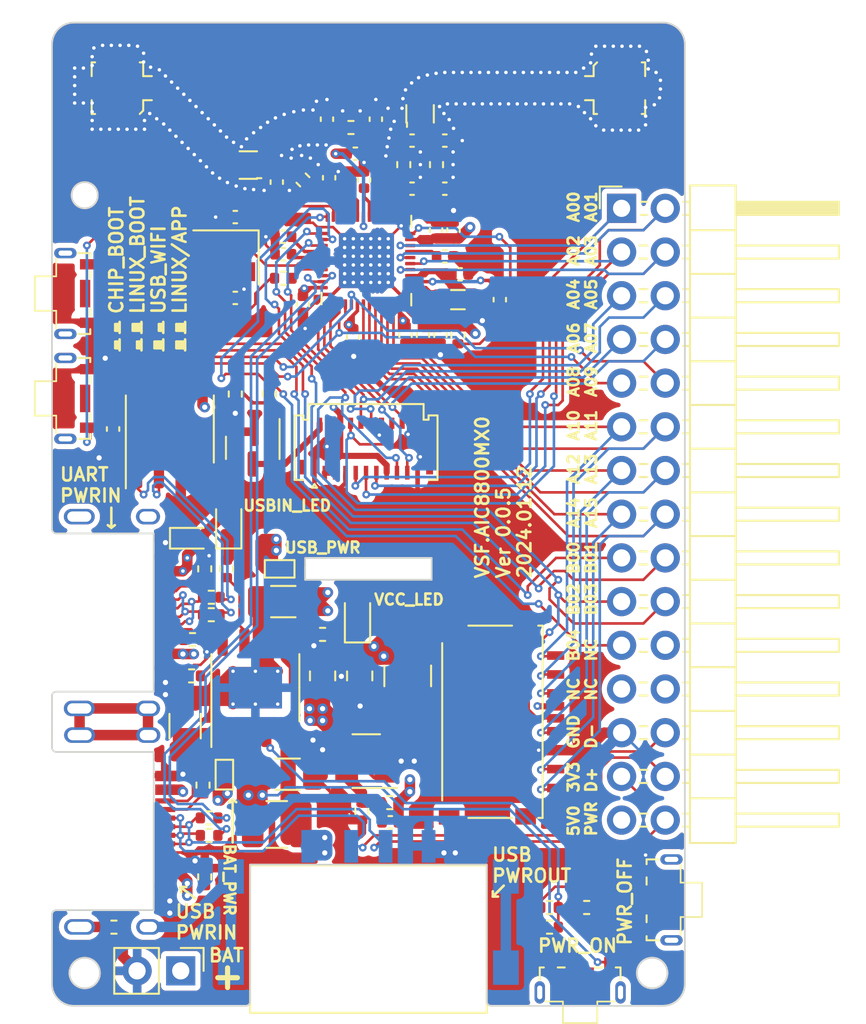
<source format=kicad_pcb>
(kicad_pcb (version 20221018) (generator pcbnew)
  (layers (0 "F.Cu" signal) (1 "In1.Cu" power) (2 "In2.Cu" mixed) (31 "B.Cu" signal) (34 "B.Paste" user) (35 "F.Paste" user) (36 "B.SilkS" user "B.Silkscreen") (37 "F.SilkS" user "F.Silkscreen") (38 "B.Mask" user) (39 "F.Mask" user) (44 "Edge.Cuts" user))
  (net 0 "")
  (net 1 "GND")
  (net 2 "Net-(C1-Pad1)")
  (net 3 "Net-(U1-AVDD18)")
  (net 4 "/V_CORE")
  (net 5 "/PWR_3V3")
  (net 6 "Net-(U1-V_FLS)")
  (net 7 "Net-(U1-V_RF)")
  (net 8 "Net-(C10-Pad1)")
  (net 9 "Net-(U1-DVDD_BT)")
  (net 10 "Net-(C14-Pad2)")
  (net 11 "Net-(U1-BT_RF)")
  (net 12 "Net-(U5-TR_2)")
  (net 13 "Net-(U1-WF_AUX5G)")
  (net 14 "Net-(U5-TR_5)")
  (net 15 "Net-(U1-WF_RF5G)")
  (net 16 "Net-(U6-TR_5)")
  (net 17 "Net-(U1-WF_RF2G4)")
  (net 18 "Net-(U6-TR_2)")
  (net 19 "Net-(U2-V3)")
  (net 20 "/USB5V_IN")
  (net 21 "/USB5V_OUT")
  (net 22 "Net-(U1-XTAL0{slash}XTAL2)")
  (net 23 "Net-(C30-Pad2)")
  (net 24 "Net-(U4-FB)")
  (net 25 "Net-(D2-K)")
  (net 26 "Net-(D3-K)")
  (net 27 "/USB_DM")
  (net 28 "/USB_DP")
  (net 29 "/Shield")
  (net 30 "Net-(J2-CC2)")
  (net 31 "/_USB_DP")
  (net 32 "Net-(J2-CC1)")
  (net 33 "/_USB_DM")
  (net 34 "Net-(J3-CC2)")
  (net 35 "Net-(J3-D+-PadA6)")
  (net 36 "Net-(J3-CC1)")
  (net 37 "Net-(J3-D--PadA7)")
  (net 38 "/GPIOA15")
  (net 39 "/GPIOA14")
  (net 40 "/GPIOA13")
  (net 41 "/GPIOA12")
  (net 42 "/GPIOA11")
  (net 43 "/GPIOA10")
  (net 44 "/GPIOB2")
  (net 46 "Net-(J5-LEDK)")
  (net 47 "/GPIOA3")
  (net 48 "Net-(J6-In)")
  (net 49 "Net-(J7-In)")
  (net 50 "/VBAT")
  (net 51 "Net-(R20-Pad2)")
  (net 52 "Net-(U1-SW)")
  (net 53 "Net-(U1-BT_IND)")
  (net 54 "Net-(U1-WF_IND2G4)")
  (net 55 "Net-(U3-SW)")
  (net 56 "Net-(U4-SW)")
  (net 57 "Net-(Q1-B)")
  (net 58 "/USBUart_DM")
  (net 59 "/USBUart_DP")
  (net 60 "Net-(U3-ISET)")
  (net 61 "Net-(U3-LED)")
  (net 62 "/GPIOB4")
  (net 63 "/PWREN")
  (net 64 "Net-(R21-Pad2)")
  (net 65 "Net-(U1-GPIOB5{slash}GPIOA4{slash}XTAL1)")
  (net 66 "/GPIOB0")
  (net 67 "/GPIOB1")
  (net 68 "/GPIOB3")
  (net 69 "/GPIOA4")
  (net 70 "/GPIOA5")
  (net 71 "/GPIOA6")
  (net 72 "/GPIOA7")
  (net 73 "/GPIOA8")
  (net 74 "/GPIOA9")
  (net 75 "/GPIOA2")
  (net 76 "/GPIOA1")
  (net 77 "/GPIOA0")
  (net 78 "/PWRKEY")
  (net 84 "Net-(JP2-B)")
  (footprint "Package_TO_SOT_SMD:SOT-23" (layer "F.Cu") (at 214.884 119.9665 -90)
    (fp_text reference "Q1" hide)
    (fp_text value "S9013")
  )
  (footprint "Capacitor_SMD:C_0402_1005Metric" (layer "F.Cu") (at 206.756 118.872 -90)
    (fp_text reference "C23" hide)
    (fp_text value "0.1uF")
  )
  (footprint "Capacitor_SMD:C_0402_1005Metric" (layer "F.Cu") (at 224.155 102.108 180)
    (fp_text reference "C22" hide)
    (fp_text value "1.5nH")
  )
  (footprint "Capacitor_SMD:C_0402_1005Metric" (layer "F.Cu") (at 225.806 113.411 -90)
    (fp_text reference "C6" hide)
    (fp_text value "4.7uF")
  )
  (footprint "Resistor_SMD:R_0402_1005Metric" (layer "F.Cu") (at 221.234 141.097 90)
    (fp_text reference "R18" hide)
    (fp_text value "22K,1%")
  )
  (footprint "Capacitor_SMD:C_0402_1005Metric" (layer "F.Cu") (at 219.202 100.8634 -90)
    (fp_text reference "C18" hide)
    (fp_text value "0.5pF")
  )
  (footprint "Inductor_SMD:L_0805_2012Metric" (layer "F.Cu") (at 226.822 111.3536)
    (fp_text reference "L1" hide)
    (fp_text value "4.7uH, 0805, Isat>=250mA, Rdc<=300mOhm")
  )
  (footprint "Diode_SMD:D_SOD-523" (layer "F.Cu") (at 211.328 125.222)
    (fp_text reference "D1" hide)
    (fp_text value "LESD5Z5.0CT1G")
  )
  (footprint "VSF:JHA004" (layer "F.Cu") (at 237.801 146.24 -90)
    (fp_text reference "SW2" hide)
    (fp_text value "SW_Push")
  )
  (footprint "VSF:USB-A-8.5_DOWN3.4" (layer "F.Cu") (at 221.615 144.0816 180)
    (fp_text reference "J1" hide)
    (fp_text value "USB_A")
  )
  (footprint "Package_SO:HSOP-8-1EP_3.9x4.9mm_P1.27mm_EP2.41x3.1mm_ThermalVias" (layer "F.Cu") (at 215.0364 133.9088 90)
    (fp_text reference "U3" hide)
    (fp_text value "ETA9638")
  )
  (footprint "Resistor_SMD:R_0402_1005Metric" (layer "F.Cu") (at 222.857 140.589)
    (fp_text reference "R19" hide)
    (fp_text value "100K,1%")
  )
  (footprint "Connector_PinHeader_2.54mm:PinHeader_1x02_P2.54mm_Vertical" (layer "F.Cu") (at 210.693 150.368 -90)
    (fp_text reference "BT1" hide)
    (fp_text value "Battery")
  )
  (footprint "LED_SMD:LED_0603_1608Metric" (layer "F.Cu") (at 213.487 124.333 90)
    (fp_text reference "D2" hide)
    (fp_text value "LED, RED")
  )
  (footprint "Resistor_SMD:R_0402_1005Metric" (layer "F.Cu") (at 218.948 130.81)
    (fp_text reference "R25" hide)
    (fp_text value "4.7k")
  )
  (footprint "Resistor_SMD:R_0402_1005Metric" (layer "F.Cu") (at 217.805 104.394 135)
    (fp_text reference "R1" hide)
    (fp_text value "1.5nH")
  )
  (footprint "Resistor_SMD:R_0402_1005Metric" (layer "F.Cu") (at 226.822 113.411 90)
    (fp_text reference "R24" hide)
    (fp_text value "47k")
  )
  (footprint "Oscillator:Oscillator_SMD_Abracon_ASE-4Pin_3.2x2.5mm" (layer "F.Cu") (at 213.326 108.902 180)
    (fp_text reference "Y1" hide)
    (fp_text value "40M, 10PPM,10pF")
  )
  (footprint "Capacitor_SMD:C_0805_2012Metric" (layer "F.Cu") (at 218.948 133.223 90)
    (fp_text reference "C27" hide)
    (fp_text value "10uF")
  )
  (footprint "Capacitor_SMD:C_0402_1005Metric" (layer "F.Cu") (at 216.281 104.521 -90)
    (fp_text reference "C16" hide)
    (fp_text value "1pF")
  )
  (footprint "VSF:QFN-48.10.14.10.14-1EP_5x5mm_P0.35mm_EP3.7x3.7mm_ThermalVias" (layer "F.Cu") (at 221.499 109.083)
    (fp_text reference "U1" hide)
    (fp_text value "AIC8800MX0_48P")
  )
  (footprint "Capacitor_SMD:C_1206_3216Metric" (layer "F.Cu") (at 210.947 136.144 90)
    (fp_text reference "C25" hide)
    (fp_text value "10uF")
  )
  (footprint "Resistor_SMD:R_0402_1005Metric" (layer "F.Cu") (at 220.599 101.346 180)
    (fp_text reference "R2" hide)
    (fp_text value "1.2pF")
  )
  (footprint "Capacitor_SMD:C_1206_3216Metric" (layer "F.Cu") (at 216.916 138.938)
    (fp_text reference "C24" hide)
    (fp_text value "10uF")
  )
  (footprint "Package_SO:SOP-8_3.9x4.9mm_P1.27mm" (layer "F.Cu") (at 210.058 118.872 90)
    (fp_text reference "U2" hide)
    (fp_text value "CH340N")
  )
  (footprint "Capacitor_SMD:C_0402_1005Metric" (layer "F.Cu") (at 216.662 107.696 180)
    (fp_text reference "C1" hide)
    (fp_text value "1uF")
  )
  (footprint "Resistor_SMD:R_0402_1005Metric" (layer "F.Cu") (at 212.344 141.478 180)
    (fp_text reference "R9" hide)
    (fp_text value "0")
  )
  (footprint "Capacitor_SMD:C_0402_1005Metric" (layer "F.Cu") (at 219.329 104.267 90)
    (fp_text reference "C15" hide)
    (fp_text value "NC")
  )
  (footprint "Resistor_SMD:R_0402_1005Metric" (layer "F.Cu") (at 215.8492 116.84 -90)
    (fp_text reference "R17" hide)
    (fp_text value "1k")
  )
  (footprint "Capacitor_SMD:C_0402_1005Metric" (layer "F.Cu") (at 225.552 107.315 90)
    (fp_text reference "C12" hide)
    (fp_text value "4.7uF")
  )
  (footprint "Connector_FFC-FPC:Molex_502250-2191_2Rows-21Pins-1MP_P0.60mm_Horizontal" (layer "F.Cu") (at 221.4756 120.012 90)
    (fp_text reference "J5" hide)
    (fp_text value "~")
  )
  (footprint "Capacitor_SMD:C_0402_1005Metric" (layer "F.Cu") (at 217.805 111.633 -90)
    (fp_text reference "C3" hide)
    (fp_text value "1uF")
  )
  (footprint "Capacitor_SMD:C_0805_2012Metric" (layer "F.Cu") (at 221.107 133.223 -90)
    (fp_text reference "C28" hide)
    (fp_text value "10uF")
  )
  (footprint "Capacitor_SMD:C_0402_1005Metric" (layer "F.Cu") (at 224.155 104.902 180)
    (fp_text reference "C21" hide)
    (fp_text value "NC")
  )
  (footprint "Resistor_SMD:R_0402_1005Metric" (layer "F.Cu") (at 212.471 129.667 180)
    (fp_text reference "R12" hide)
    (fp_text value "22")
  )
  (footprint "Inductor_SMD:L_0402_1005Metric" (layer "F.Cu") (at 220.345 104.394 90)
    (fp_text reference "L2" hide)
    (fp_text value "1.2nH")
  )
  (footprint "Resistor_SMD:R_0402_1005Metric" (layer "F.Cu") (at 211.328 133.223)
    (fp_text reference "R14" hide)
    (fp_text value "2k, 1%")
  )
  (footprint "VSF:JHA004" (layer "F.Cu") (at 205.429 110.998 90)
    (fp_text reference "SW4" hide)
    (fp_text value "SW_Push")
  )
  (footprint "Capacitor_SMD:C_0402_1005Metric" (layer "F.Cu") (at 226.949 109.8804 180)
    (fp_text reference "C9" hide)
    (fp_text value "4.7uF")
  )
  (footprint "Connector_PinHeader_2.54mm:PinHeader_2x15_P2.54mm_Horizontal" (layer "F.Cu") (at 236.347 106.045)
    (fp_text reference "J8" hide)
    (fp_text value "Conn_02x15_Odd_Even")
  )
  (footprint "Package_TO_SOT_SMD:SOT-23-5" (layer "F.Cu") (at 221.488 138.176 180)
    (fp_text reference "U4" hide)
    (fp_text value "ETA3486")
  )
  (footprint "VSF:SolderJumper-2_P0.8mm_Open_Pad0.6x0.8mm" (layer "F.Cu") (at 216.4588 127)
    (fp_text reference "JP1" hide)
    (fp_text value "Jumper_2_Open")
  )
  (footprint "Resistor_SMD:R_0402_1005Metric" (layer "F.Cu") (at 212.471 128.651 180)
    (fp_text reference "R13" hide)
    (fp_text value "22")
  )
  (footprint "Resistor_SMD:R_0402_1005Metric" (layer "F.Cu") (at 232.156 147.828 180)
    (fp_text reference "R20" hide)
    (fp_text value "47k")
  )
  (footprint "Connector_Coaxial:U.FL_Molex_MCRF_73412-0110_Vertical" (layer "F.Cu") (at 207.01 99.06 90)
    (fp_text reference "J7" hide)
    (fp_text value "Conn_Coaxial")
  )
  (footprint "Resistor_SMD:R_0402_1005Metric" (layer "F.Cu") (at 234.315 146.685)
    (fp_text reference "R21" hide)
    (fp_text value "1k")
  )
  (footprint "Resistor_SMD:R_0402_1005Metric" (layer "F.Cu") (at 211.3788 131.1148 180)
    (fp_text reference "R11" hide)
    (fp_text value "5.1k")
  )
  (footprint "Resistor_SMD:R_0402_1005Metric" (layer "F.Cu") (at 223.6724 103.505 -90)
    (fp_text reference "R4" hide)
    (fp_text value "3pF")
  )
  (footprint "Connector_Coaxial:U.FL_Molex_MCRF_73412-0110_Vertical" (layer "F.Cu") (at 236.22 99.06 -90)
    (fp_text reference "J6" hide)
    (fp_text value "Conn_Coaxial")
  )
  (footprint "VSF:JHA004" (layer "F.Cu") (at 205.429 117.094 90)
    (fp_text reference "SW3" hide)
    (fp_text value "SW_Push")
  )
  (footprint "Capacitor_SMD:C_0402_1005Metric" (layer "F.Cu") (at 213.868 111.252 180)
    (fp_text reference "C30" hide)
    (fp_text value "0Ohm")
  )
  (footprint "Inductor_SMD:L_1210_3225Metric" (layer "F.Cu") (at 216.281 141.859)
    (fp_text reference "L4" hide)
    (fp_text value "2.2uH 1.2A")
  )
  (footprint "Resistor_SMD:R_0402_1005Metric" (layer "F.Cu") (at 213.868 116.84 -90)
    (fp_text reference "R16" hide)
    (fp_text value "3.3k")
  )
  (footprint "Resistor_SMD:R_0402_1005Metric" (layer "F.Cu") (at 212.344 142.494 180)
    (fp_text reference "R8" hide)
    (fp_text value "0")
  )
  (footprint "Capacitor_SMD:C_0402_1005Metric" (layer "F.Cu") (at 220.853 102.87 180)
    (fp_text reference "C13" hide)
    (fp_text value "1uF")
  )
  (footprint "Capacitor_SMD:C_0402_1005Metric" (layer "F.Cu") (at 226.06 108.839)
    (fp_text reference "C10" hide)
    (fp_text value "1uF")
  )
  (footprint "Capacitor_SMD:C_0402_1005Metric" (layer "F.Cu") (at 226.06 102.108)
    (fp_text reference "C20" hide)
    (fp_text value "0.5pF")
  )
  (footprint "Resistor_SMD:R_0402_1005Metric" (layer "F.Cu") (at 211.9884 139.573 -90)
    (fp_text reference "R6" hide)
    (fp_text value "5.1k")
  )
  (footprint "Resistor_SMD:R_0402_1005Metric" (layer "F.Cu") (at 206.8068 147.828 180)
    (fp_text reference "R5" hide)
    (fp_text value "0")
  )
  (footprint "Resistor_SMD:R_0402_1005Metric" (layer "F.Cu") (at 225.5774 103.505 -90)
    (fp_text reference "R3" hide)
    (fp_text value "2pF")
  )
  (footprint "Capacitor_SMD:C_0402_1005Metric" (layer "F.Cu") (at 226.06 104.902)
    (fp_text reference "C19" hide)
    (fp_text value "NC")
  )
  (footprint "Capacitor_SMD:C_0402_1005Metric" (layer "F.Cu") (at 213.868 106.553)
    (fp_text reference "C29" hide)
    (fp_text value "NC")
  )
  (footprint "Capacitor_SMD:C_0402_1005Metric" (layer "F.Cu") (at 222.885 141.732)
    (fp_text reference "C31" hide)
    (fp_text value "22pF")
  )
  (footprint "Capacitor_SMD:C_0402_1005Metric" (layer "F.Cu") (at 226.568 107.315 90)
    (fp_text reference "C11" hide)
    (fp_text value "1uF")
  )
  (footprint "Capacitor_SMD:C_1206_3216Metric" (layer "F.Cu") (at 216.662 128.905 180)
    (fp_text reference "C26" hide)
    (fp_text value "22uF")
  )
  (footprint "VSF:Filter_SLFD18-5R950G-07T" (layer "F.Cu") (at 224.6202 100.5522 90)
    (fp_text reference "U6" hide)
    (fp_text value "~")
  )
  (footprint "VSF:MicroSD_Tiny" (layer "F.Cu") (at 232.5116 135.89 90)
    (fp_text reference "J4" hide)
    (fp_text value "Micro_SD_Card_Det1")
  )
  (footprint "Capacitor_SMD:C_0402_1005Metric" (layer "F.Cu") (at 229.2604 111.3536 -90)
    (fp_text reference "C8" hide)
    (fp_text value "1uF")
  )
  (footprint "Resistor_SMD:R_0402_1005Metric" (layer "F.Cu") (at 213.36 127 -90)
    (fp_text reference "R15" hide)
    (fp_text value "10k")
  )
  (footprint "VSF:Filter_SLFD18-5R950G-07T" (layer "F.Cu") (at 214.6236 103.5304 180)
    (fp_text reference "U5" hide)
    (fp_text value "~")
  )
  (footprint "Inductor_SMD:L_1210_3225Metric" (layer "F.Cu") (at 223.901 133.223 90)
    (fp_text reference "L5" hide)
    (fp_text value "4.7uH")
  )
  (footprint "Capacitor_SMD:C_0402_1005Metric" (layer "F.Cu") (at 222.0468 100.8634 -90)
    (fp_text reference "C17" hide)
    (fp_text value "NC")
  )
  (footprint "Capacitor_SMD:C_0402_1005Metric" (layer "F.Cu") (at 216.662 108.712 180)
    (fp_text reference "C2" hide)
    (fp_text value "1uF")
  )
  (footprint "LED_SMD:LED_0603_1608Metric" (layer "F.Cu") (at 220.98 129.794 90)
    (fp_text reference "D3" hide)
    (fp_text value "LED,GREEN")
  )
  (footprint "Resistor_SMD:R_0402_1005Metric" (layer "F.Cu") (at 212.09 144.907 -90)
    (fp_text reference "R7" hide)
    (fp_text value "5.1k")
  )
  (footprint "Resistor_SMD:R_0402_1005Metric" (layer "F.Cu") (at 212.09 127 -90)
    (fp_text reference "R10" hide)
    (fp_text value "5.1k")
  )
  (footprint "VSF:USB_C_Receptacle_Palconn_UTC16-G_DOWN1.6" (layer "F.Cu") (at 207.264 129.54 -90)
    (fp_text reference "J3" hide)
    (fp_text value "USB_C_Receptacle_USB2.0")
  )
  (footprint "Capacitor_SMD:C_0402_1005Metric" (layer "F.Cu") (at 224.79 113.411 -90)
    (fp_text reference "C7" hide)
    (fp_text value "1uF")
  )
  (footprint "Capacitor_SMD:C_0402_1005Metric" (layer "F.Cu") (at 223.774 113.411 -90)
    (fp_text reference "C5" hide)
    (fp_text value "1uF")
  )
  (footprint "VSF:SolderJumper-2_P0.8mm_Open_Pad0.6x0.8mm" (layer "F.Cu") (at 213.233 138.953 90)
    (fp_text reference "JP2" hide)
    (fp_text value "Jumper_2_Open")
  )
  (footprint "Capacitor_SMD:C_0402_1005Metric" (layer "F.Cu") (at 220.726 113.538 -90)
    (fp_text reference "C4" hide)
    (fp_text value "1uF")
  )
  (footprint "Resistor_SMD:R_0402_1005Metric" (layer "F.Cu") (at 216.662 110.109 180)
    (fp_text reference "R23" hide)
    (fp_text value "NC")
  )
  (footprint "Capacitor_SMD:C_0402_1005Metric" (layer "F.Cu") (at 221.361 104.394 -90)
    (fp_text reference "C14" hide)
    (fp_text value "1uF")
  )
  (footprint "Inductor_SMD:L_0402_1005Metric" (layer "F.Cu") (at 222.631 104.14 90)
    (fp_text reference "L3" hide)
    (fp_text value "1.4nH")
  )
  (footprint "Resistor_SMD:R_0402_1005Metric" (layer "F.Cu") (at 232.154 146.685)
    (fp_text reference "R22" hide)
    (fp_text value "47k")
  )
  (footprint "VSF:JHA004" (layer "F.Cu") (at 233.934 150.171 180)
    (fp_text reference "SW1" hide)
    (fp_text value "SW_Push")
  )
  (footprint "VSF:USB_C_Receptacle_Palconn_UTC16-G_DOWN1.6" (layer "F.Cu") (at 207.2809 142.24 -90)
    (fp_text reference "J2" hide)
    (fp_text value "USB_C_Receptacle_USB2.0")
  )
  (gr_line (start 206.883 112.776) (end 207.01 112.776) (stroke (width 0.15)) (layer "F.SilkS"))
  (gr_line (start 211.5312 146.1516) (end 210.6676 145.4912) (stroke (width 0.15)) (layer "F.SilkS"))
  (gr_line (start 209.169 114.173) (end 209.169 113.792) (stroke (width 0.15)) (layer "F.SilkS"))
  (gr_line (start 208.407 112.776) (end 208.28 112.776) (stroke (width 0.15)) (layer "F.SilkS"))
  (gr_line (start 209.55 114.173) (end 209.677 114.173) (stroke (width 0.15)) (layer "F.SilkS"))
  (gr_line (start 207.01 113.157) (end 207.137 113.157) (stroke (width 0.15)) (layer "F.SilkS"))
  (gr_line (start 208.153 113.157) (end 208.28 113.157) (stroke (width 0.15)) (layer "F.SilkS"))
  (gr_line (start 207.137 114.173) (end 207.01 114.173) (stroke (width 0.15)) (layer "F.SilkS"))
  (gr_line (start 209.296 113.792) (end 209.423 113.792) (stroke (width 0.15)) (layer "F.SilkS"))
  (gr_line (start 210.693 114.173) (end 210.82 114.173) (stroke (width 0.15)) (layer "F.SilkS"))
  (gr_line (start 209.677 113.792) (end 209.55 113.792) (stroke (width 0.15)) (layer "F.SilkS"))
  (gr_line (start 210.566 113.157) (end 210.693 113.157) (stroke (width 0.15)) (layer "F.SilkS"))
  (gr_line (start 208.153 112.776) (end 208.026 112.776) (stroke (width 0.15)) (layer "F.SilkS"))
  (gr_line (start 210.566 114.173) (end 210.439 114.173) (stroke (width 0.15)) (layer "F.SilkS"))
  (gr_line (start 207.01 113.792) (end 206.883 113.792) (stroke (width 0.15)) (layer "F.SilkS"))
  (gr_line (start 208.026 113.157) (end 208.153 113.157) (stroke (width 0.15)) (layer "F.SilkS"))
  (gr_line (start 208.28 113.792) (end 208.153 113.792) (stroke (width 0.15)) (layer "F.SilkS"))
  (gr_line (start 208.28 113.157) (end 208.28 112.776) (stroke (width 0.15)) (layer "F.SilkS"))
  (gr_line (start 210.566 114.173) (end 210.566 113.792) (stroke (width 0.15)) (layer "F.SilkS"))
  (gr_line (start 210.947 114.173) (end 210.82 114.173) (stroke (width 0.15)) (layer "F.SilkS"))
  (gr_line (start 209.423 112.776) (end 209.423 113.157) (stroke (width 0.15)) (layer "F.SilkS"))
  (gr_line (start 208.28 112.776) (end 208.153 112.776) (stroke (width 0.15)) (layer "F.SilkS"))
  (gr_line (start 210.82 113.157) (end 210.947 113.157) (stroke (width 0.15)) (layer "F.SilkS"))
  (gr_line (start 210.82 114.173) (end 210.947 114.173) (stroke (width 0.15)) (layer "F.SilkS"))
  (gr_line (start 209.296 114.173) (end 209.169 114.173) (stroke (width 0.15)) (layer "F.SilkS"))
  (gr_line (start 208.407 113.157) (end 208.28 113.157) (stroke (width 0.15)) (layer "F.SilkS"))
  (gr_line (start 210.6676 145.4912) (end 211.0232 145.4912) (stroke (width 0.15)) (layer "F.SilkS"))
  (gr_line (start 208.28 113.792) (end 208.407 113.792) (stroke (width 0.15)) (layer "F.SilkS"))
  (gr_line (start 209.296 114.173) (end 209.296 113.792) (stroke (width 0.15)) (layer "F.SilkS"))
  (gr_line (start 209.55 113.157) (end 209.677 113.157) (stroke (width 0.15)) (layer "F.SilkS"))
  (gr_line (start 209.55 112.776) (end 209.677 112.776) (stroke (width 0.15)) (layer "F.SilkS"))
  (gr_line (start 210.566 112.776) (end 210.566 113.157) (stroke (width 0.15)) (layer "F.SilkS"))
  (gr_line (start 210.7184 145.796) (end 210.6676 145.4912) (stroke (width 0.15)) (layer "F.SilkS"))
  (gr_line (start 207.137 112.649) (end 207.137 113.284) (stroke (width 0.15)) (layer "F.SilkS"))
  (gr_line (start 210.6676 145.4912) (end 210.7184 145.796) (stroke (width 0.15)) (layer "F.SilkS"))
  (gr_line (start 207.899 112.776) (end 207.899 113.157) (stroke (width 0.15)) (layer "F.SilkS"))
  (gr_line (start 210.947 113.792) (end 210.82 113.792) (stroke (width 0.15)) (layer "F.SilkS"))
  (gr_line (start 210.693 112.776) (end 210.693 113.157) (stroke (width 0.15)) (layer "F.SilkS"))
  (gr_line (start 210.566 113.792) (end 210.693 113.792) (stroke (width 0.15)) (layer "F.SilkS"))
  (gr_line (start 206.6544 124.6124) (end 206.8576 124.46) (stroke (width 0.15)) (layer "F.SilkS"))
  (gr_line (start 209.169 113.792) (end 209.296 113.792) (stroke (width 0.15)) (layer "F.SilkS"))
  (gr_line (start 208.153 112.776) (end 208.153 113.157) (stroke (width 0.15)) (layer "F.SilkS"))
  (gr_line (start 210.693 112.776) (end 210.82 112.776) (stroke (width 0.15)) (layer "F.SilkS"))
  (gr_line (start 206.883 113.157) (end 207.01 113.157) (stroke (width 0.15)) (layer "F.SilkS"))
  (gr_line (start 209.423 113.792) (end 209.423 114.173) (stroke (width 0.15)) (layer "F.SilkS"))
  (gr_line (start 207.01 114.173) (end 207.137 114.173) (stroke (width 0.15)) (layer "F.SilkS"))
  (gr_line (start 209.55 112.776) (end 209.55 113.157) (stroke (width 0.15)) (layer "F.SilkS"))
  (gr_line (start 208.407 113.665) (end 208.407 114.3) (stroke (width 0.15)) (layer "F.SilkS"))
  (gr_line (start 209.677 112.649) (end 209.677 113.284) (stroke (width 0.15)) (layer "F.SilkS"))
  (gr_line (start 206.883 112.776) (end 206.883 113.157) (stroke (width 0.15)) (layer "F.SilkS"))
  (gr_line (start 209.423 112.776) (end 209.55 112.776) (stroke (width 0.15)) (layer "F.SilkS"))
  (gr_line (start 229.489 145.415) (end 228.854 146.05) (stroke (width 0.15)) (layer "F.SilkS"))
  (gr_line (start 210.693 113.792) (end 210.693 114.173) (stroke (width 0.15)) (layer "F.SilkS"))
  (gr_line (start 209.677 113.665) (end 209.677 114.3) (stroke (width 0.15)) (layer "F.SilkS"))
  (gr_line (start 208.153 114.173) (end 208.28 114.173) (stroke (width 0.15)) (layer "F.SilkS"))
  (gr_line (start 206.883 114.173) (end 207.01 114.173) (stroke (width 0.15)) (layer "F.SilkS"))
  (gr_line (start 206.6544 124.6124) (end 206.4512 124.46) (stroke (width 0.15)) (layer "F.SilkS"))
  (gr_line (start 207.01 113.792) (end 207.01 114.173) (stroke (width 0.15)) (layer "F.SilkS"))
  (gr_line (start 210.82 113.792) (end 210.82 114.173) (stroke (width 0.15)) (layer "F.SilkS"))
  (gr_line (start 210.566 112.776) (end 210.439 112.776) (stroke (width 0.15)) (layer "F.SilkS"))
  (gr_line (start 213.7156 140.4112) (end 213.5124 140.5636) (stroke (width 0.15)) (layer "F.SilkS"))
  (gr_line (start 209.423 114.173) (end 209.55 114.173) (stroke (width 0.15)) (layer "F.SilkS"))
  (gr_line (start 228.854 146.05) (end 228.854 145.7452) (stroke (width 0.15)) (layer "F.SilkS"))
  (gr_line (start 209.55 113.792) (end 209.55 114.173) (stroke (width 0.15)) (layer "F.SilkS"))
  (gr_line (start 206.883 113.792) (end 206.883 114.173) (stroke (width 0.15)) (layer "F.SilkS"))
  (gr_line (start 207.137 113.665) (end 207.137 114.3) (stroke (width 0.15)) (layer "F.SilkS"))
  (gr_line (start 228.854 146.05) (end 229.1588 146.05) (stroke (width 0.15)) (layer "F.SilkS"))
  (gr_line (start 208.407 112.649) (end 208.407 113.284) (stroke (width 0.15)) (layer "F.SilkS"))
  (gr_line (start 210.947 112.649) (end 210.947 113.284) (stroke (width 0.15)) (layer "F.SilkS"))
  (gr_line (start 213.7156 140.4112) (end 213.9188 140.5636) (stroke (width 0.15)) (layer "F.SilkS"))
  (gr_line (start 209.423 113.157) (end 209.55 113.157) (stroke (width 0.15)) (layer "F.SilkS"))
  (gr_line (start 208.407 114.173) (end 208.28 114.173) (stroke (width 0.15)) (layer "F.SilkS"))
  (gr_line (start 210.693 113.157) (end 210.82 113.157) (stroke (width 0.15)) (layer "F.SilkS"))
  (gr_line (start 210.439 112.776) (end 210.439 113.157) (stroke (width 0.15)) (layer "F.SilkS"))
  (gr_line (start 210.439 113.157) (end 210.566 113.157) (stroke (width 0.15)) (layer "F.SilkS"))
  (gr_line (start 208.28 114.173) (end 208.28 113.792) (stroke (width 0.15)) (layer "F.SilkS"))
  (gr_line (start 206.6544 123.444) (end 206.6544 124.6124) (stroke (width 0.15)) (layer "F.SilkS"))
  (gr_line (start 209.55 113.792) (end 209.423 113.792) (stroke (width 0.15)) (layer "F.SilkS"))
  (gr_line (start 207.01 112.776) (end 207.137 112.776) (stroke (width 0.15)) (layer "F.SilkS"))
  (gr_line (start 208.28 112.776) (end 208.407 112.776) (stroke (width 0.15)) (layer "F.SilkS"))
  (gr_line (start 210.439 114.173) (end 210.439 113.792) (stroke (width 0.15)) (layer "F.SilkS"))
  (gr_line (start 208.026 112.776) (end 207.899 112.776) (stroke (width 0.15)) (layer "F.SilkS"))
  (gr_line (start 213.7156 142.9004) (end 213.7156 140.4112) (stroke (width 0.15)) (layer "F.SilkS"))
  (gr_line (start 209.423 114.173) (end 209.296 114.173) (stroke (width 0.15)) (layer "F.SilkS"))
  (gr_line (start 210.82 112.776) (end 210.82 113.157) (stroke (width 0.15)) (layer "F.SilkS"))
  (gr_line (start 207.899 113.157) (end 208.026 113.157) (stroke (width 0.15)) (layer "F.SilkS"))
  (gr_line (start 210.947 113.665) (end 210.947 114.3) (stroke (width 0.15)) (layer "F.SilkS"))
  (gr_line (start 209.677 114.173) (end 209.55 114.173) (stroke (width 0.15)) (layer "F.SilkS"))
  (gr_line (start 208.026 112.776) (end 208.026 113.157) (stroke (width 0.15)) (layer "F.SilkS"))
  (gr_line (start 208.153 113.792) (end 208.153 114.173) (stroke (width 0.15)) (layer "F.SilkS"))
  (gr_line (start 210.693 114.173) (end 210.566 114.173) (stroke (width 0.15)) (layer "F.SilkS"))
  (gr_line (start 210.82 112.776) (end 210.947 112.776) (stroke (width 0.15)) (layer "F.SilkS"))
  (gr_line (start 210.693 112.776) (end 210.566 112.776) (stroke (width 0.15)) (layer "F.SilkS"))
  (gr_line (start 210.439 113.792) (end 210.566 113.792) (stroke (width 0.15)) (layer "F.SilkS"))
  (gr_line (start 207.01 112.776) (end 207.01 113.157) (stroke (width 0.15)) (layer "F.SilkS"))
  (gr_line (start 207.137 113.792) (end 207.01 113.792) (stroke (width 0.15)) (layer "F.SilkS"))
  (gr_line (start 210.82 113.792) (end 210.693 113.792) (stroke (width 0.15)) (layer "F.SilkS"))
  (gr_line (start 214.4776 152.4) (end 204.47 152.4) (stroke (width 0.1)) (layer "Edge.Cuts"))
  (gr_arc (start 214.7316 152.146) (mid 214.657205 152.325605) (end 214.4776 152.4) (stroke (width 0.1)) (layer "Edge.Cuts"))
  (gr_arc (start 203.455805 137.644405) (mid 203.2762 137.57001) (end 203.201805 137.390405) (stroke (width 0.1)) (layer "Edge.Cuts"))
  (gr_arc (start 204.47 152.4) (mid 203.571974 152.028026) (end 203.2 151.13) (stroke (width 0.1)) (layer "Edge.Cuts"))
  (gr_line (start 228.754205 152.398195) (end 238.76 152.4) (stroke (width 0.1)) (layer "Edge.Cuts"))
  (gr_line (start 238.76 95.25) (end 204.47 95.25) (stroke (width 0.1)) (layer "Edge.Cuts"))
  (gr_arc (start 228.754205 152.398195) (mid 228.5746 152.3238) (end 228.500205 152.144195) (stroke (width 0.1)) (layer "Edge.Cuts"))
  (gr_line (start 228.4984 144.1958) (end 214.7316 144.1958) (stroke (width 0.1)) (layer "Edge.Cuts"))
  (gr_line (start 209.1182 124.9426) (end 209.1182 134.1374) (stroke (width 0.1)) (layer "Edge.Cuts"))
  (gr_line (start 209.120005 146.839205) (end 203.455805 146.839205) (stroke (width 0.1)) (layer "Edge.Cuts"))
  (gr_arc (start 238.76 95.25) (mid 239.658026 95.621974) (end 240.03 96.52) (stroke (width 0.1)) (layer "Edge.Cuts"))
  (gr_line (start 203.2 134.3914) (end 203.201805 137.390405) (stroke (width 0.1)) (layer "Edge.Cuts"))
  (gr_arc (start 203.454 124.9426) (mid 203.274395 124.868205) (end 203.2 124.6886) (stroke (width 0.1)) (layer "Edge.Cuts"))
  (gr_line (start 240.03 151.13) (end 240.03 96.52) (stroke (width 0.1)) (layer "Edge.Cuts"))
  (gr_arc (start 238.125 151.384) (mid 238.125 149.606004) (end 238.125 151.384) (stroke (width 0.1)) (layer "Edge.Cuts"))
  (gr_line (start 203.201805 147.093205) (end 203.2 151.13) (stroke (width 0.1)) (layer "Edge.Cuts"))
  (gr_line (start 209.1182 134.1374) (end 203.454 134.1374) (stroke (width 0.1)) (layer "Edge.Cuts"))
  (gr_line (start 214.7316 144.1958) (end 214.7316 152.146) (stroke (width 0.1)) (layer "Edge.Cuts"))
  (gr_arc (start 203.2 96.52) (mid 203.571974 95.621974) (end 204.47 95.25) (stroke (width 0.1)) (layer "Edge.Cuts"))
  (gr_arc (start 203.2 134.3914) (mid 203.274395 134.211795) (end 203.454 134.1374) (stroke (width 0.1)) (layer "Edge.Cuts"))
  (gr_line (start 209.120005 137.644405) (end 209.120005 146.839205) (stroke (width 0.1)) (layer "Edge.Cuts"))
  (gr_arc (start 205.105 106.045) (mid 205.105 104.521) (end 205.105 106.045) (stroke (width 0.1)) (layer "Edge.Cuts"))
  (gr_rect (start 217.932 126.365) (end 225.298 127.635) (stroke (width 0.1)) (fill none) (layer "Edge.Cuts"))
  (gr_line (start 203.2 96.52) (end 203.2 124.6886) (stroke (width 0.1)) (layer "Edge.Cuts"))
  (gr_line (start 203.455805 137.644405) (end 209.120005 137.644405) (stroke (width 0.1)) (layer "Edge.Cuts"))
  (gr_line (start 228.500205 152.144195) (end 228.4984 144.1958) (stroke (width 0.1)) (layer "Edge.Cuts"))
  (gr_arc (start 240.03 151.13) (mid 239.658026 152.028026) (end 238.76 152.4) (stroke (width 0.1)) (layer "Edge.Cuts"))
  (gr_line (start 203.454 124.9426) (end 209.1182 124.9426) (stroke (width 0.1)) (layer "Edge.Cuts"))
  (gr_arc (start 203.201805 147.093205) (mid 203.2762 146.9136) (end 203.455805 146.839205) (stroke (width 0.1)) (layer "Edge.Cuts"))
  (gr_arc (start 205.105 151.384) (mid 205.105 149.606) (end 205.105 151.384) (stroke (width 0.1)) (layer "Edge.Cuts"))
  (gr_text "A06\nA07" (at 234.95 114.554 90) (layer "F.SilkS") (effects (font (size 0.635 0.635) (thickness 0.1524) bold) (justify left bottom)))
  (gr_text "VSF.AIC8800MX0\nVer 0.0.5\n2024.01.12" (at 231.14 127.635 90) (layer "F.SilkS") (effects (font (size 0.762 0.762) (thickness 0.1524) bold) (justify left bottom)))
  (gr_text "VCC_LED" (at 221.869 129.159) (layer "F.SilkS") (effects (font (size 0.635 0.635) (thickness 0.1524) bold) (justify left bottom)))
  (gr_text "B04\nNC" (at 234.95 132.461 90) (layer "F.SilkS") (effects (font (size 0.635 0.635) (thickness 0.1524) bold) (justify left bottom)))
  (gr_text "B00\nB01" (at 234.95 127.381 90) (layer "F.SilkS") (effects (font (size 0.635 0.635) (thickness 0.1524) bold) (justify left bottom)))
  (gr_text "A00\nA01" (at 234.95 106.934 90) (layer "F.SilkS") (effects (font (size 0.635 0.635) (thickness 0.1524) bold) (justify left bottom)))
  (gr_text "A12\nA13" (at 234.95 122.174 90) (layer "F.SilkS") (effects (font (size 0.635 0.635) (thickness 0.1524) bold) (justify left bottom)))
  (gr_text "A02\nA03" (at 234.95 109.474 90) (layer "F.SilkS") (effects (font (size 0.635 0.635) (thickness 0.1524) bold) (justify left bottom)))
  (gr_text "BAT_PWR" (at 213.1568 142.9004 270) (layer "F.SilkS") (effects (font (size 0.635 0.635) (thickness 0.1524) bold) (justify left bottom)))
  (gr_text "USB\nPWROUT" (at 228.727 145.288) (layer "F.SilkS") (effects (font (size 0.762 0.762) (thickness 0.1524) bold) (justify left bottom)))
  (gr_text "NC\nNC" (at 234.95 134.747 90) (layer "F.SilkS") (effects (font (size 0.635 0.635) (thickness 0.1524) bold) (justify left bottom)))
  (gr_text "USBIN_LED" (at 214.249 123.698) (layer "F.SilkS") (effects (font (size 0.635 0.635) (thickness 0.1524) bold) (justify left bottom)))
  (gr_text "5V0\nPWR" (at 234.95 142.621 90) (layer "F.SilkS") (effects (font (size 0.635 0.635) (thickness 0.1524) bold) (justify left bottom)))
  (gr_text "CHIP_BOOT\nLINUX_BOOT\nUSB_WIFI\nLINUX/APP" (at 211.074 112.268 90) (layer "F.SilkS") (effects (font (size 0.762 0.762) (thickness 0.1524) bold) (justify left bottom)))
  (gr_text "USB\nPWRIN" (at 210.312 148.59) (layer "F.SilkS") (effects (font (size 0.762 0.762) (thickness 0.1524) bold) (justify left bottom)))
  (gr_text "GND\nD-" (at 234.95 137.541 90) (layer "F.SilkS") (effects (font (size 0.635 0.635) (thickness 0.1524) bold) (justify left bottom)))
  (gr_text "3V3\nD+" (at 234.95 140.081 90) (layer "F.SilkS") (effects (font (size 0.635 0.635) (thickness 0.1524) bold) (justify left bottom)))
  (gr_text "B02\nB03" (at 234.95 129.794 90) (layer "F.SilkS") (effects (font (size 0.635 0.635) (thickness 0.1524) bold) (justify left bottom)))
  (gr_text "UART\nPWRIN" (at 203.581 123.19) (layer "F.SilkS") (effects (font (size 0.762 0.762) (thickness 0.1524) bold) (justify left bottom)))
  (gr_text "A10\nA11" (at 234.95 119.634 90) (layer "F.SilkS") (effects (font (size 0.635 0.635) (thickness 0.1524) bold) (justify left bottom)))
  (gr_text "PWR_ON" (at 231.394 149.352) (layer "F.SilkS") (effects (font (size 0.762 0.762) (thickness 0.1524) bold) (justify left bottom)))
  (gr_text "+" (at 212.2932 151.5364) (layer "F.SilkS") (effects (font (size 1.5 1.5) (thickness 0.3) bold) (justify left bottom)))
  (gr_text "A14\nA15" (at 234.95 124.714 90) (layer "F.SilkS") (effects (font (size 0.635 0.635) (thickness 0.1524) bold) (justify left bottom)))
  (gr_text "PWR_OFF" (at 236.982 148.971 90) (layer "F.SilkS") (effects (font (size 0.762 0.762) (thickness 0.1524) bold) (justify left bottom)))
  (gr_text "A08\nA09" (at 234.95 117.094 90) (layer "F.SilkS") (effects (font (size 0.635 0.635) (thickness 0.1524) bold) (justify left bottom)))
  (gr_text "A04\nA05" (at 234.95 112.014 90) (layer "F.SilkS") (effects (font (size 0.635 0.635) (thickness 0.1524) bold) (justify left bottom)))
  (gr_text "BAT" (at 212.2424 149.9108) (layer "F.SilkS") (effects (font (size 0.762 0.762) (thickness 0.1524) bold) (justify left bottom)))
  (gr_text "USB_PWR" (at 216.662 126.1364) (layer "F.SilkS") (effects (font (size 0.635 0.635) (thickness 0.1524) bold) (justify left bottom)))
  (segment (start 219.86 103.909) (end 219.738 103.787) (width 0.6096) (layer "F.Cu") (net 1))
  (segment (start 220.1164 100.3808) (end 219.2046 100.3808) (width 0.254) (layer "F.Cu") (net 1))
  (segment (start 214.376 109.727) (end 213.926 109.727) (width 0.1524) (layer "F.Cu") (net 1))
  (segment (start 209.774 132.941) (end 210.437 133.604) (width 0.6096) (layer "F.Cu") (net 1))
  (segment (start 226.5426 102.7684) (end 226.5426 103.505) (width 0.6096) (layer "F.Cu") (net 1))
  (segment (start 223.774 106.533) (end 224.7392 106.533) (width 0.2) (layer "F.Cu") (net 1))
  (segment (start 225.25 106.533) (end 225.552 106.835) (width 0.2) (layer "F.Cu") (net 1))
  (segment (start 215.187 132.8032) (end 215.0364 132.9538) (width 0.6096) (layer "F.Cu") (net 1))
  (segment (start 220.2756 122.0148) (end 219.964 122.3264) (width 0.254) (layer "F.Cu") (net 1))
  (segment (start 225.2472 112.268) (end 227.9396 112.268) (width 0.2) (layer "F.Cu") (net 1))
  (segment (start 209.804 134.310703) (end 209.804 134.237) (width 0.6096) (layer "F.Cu") (net 1))
  (segment (start 218.736 122.3264) (end 218.4756 122.066) (width 0.254) (layer "F.Cu") (net 1))
  (segment (start 224.1202 100.1522) (end 224.1202 100.310456) (width 0.2) (layer "F.Cu") (net 1))
  (segment (start 209.774 132.74) (end 209.774 132.941) (width 0.6096) (layer "F.Cu") (net 1))
  (segment (start 218.948 111.0488) (end 217.8838 112.113) (width 0.2) (layer "F.Cu") (net 1))
  (segment (start 228.5212 112.5728) (end 229.2604 111.8336) (width 0.2) (layer "F.Cu") (net 1))
  (segment (start 217.8838 112.113) (end 217.805 112.113) (width 0.2) (layer "F.Cu") (net 1))
  (segment (start 226.5426 104.8994) (end 226.54 104.902) (width 0.6096) (layer "F.Cu") (net 1))
  (segment (start 220.9648 134.173) (end 221.107 134.173) (width 0.6096) (layer "F.Cu") (net 1))
  (segment (start 224.1756 118.537) (end 224.1756 117.8766) (width 0.3556) (layer "F.Cu") (net 1))
  (segment (start 223.424 106.965) (end 223.52 107.061) (width 0.1524) (layer "F.Cu") (net 1))
  (segment (start 210.693 120.523) (end 212.187 119.029) (width 0.6096) (layer "F.Cu") (net 1))
  (segment (start 212.217 131.826) (end 212.217 131.443) (width 0.1524) (layer "F.Cu") (net 1))
  (segment (start 225.25 106.533) (end 226.266 106.533) (width 0.2) (layer "F.Cu") (net 1))
  (segment (start 215.6714 132.3188) (end 215.0364 132.9538) (width 0.6096) (layer "F.Cu") (net 1))
  (segment (start 224.1202 100.1522) (end 223.647 100.1522) (width 0.2) (layer "F.Cu") (net 1))
  (segment (start 209.804 133.604) (end 209.804 134.310703) (width 0.6096) (layer "F.Cu") (net 1))
  (segment (start 209.774 126.34) (end 209.774 125.506) (width 0.6096) (layer "F.Cu") (net 1))
  (segment (start 217.015 105.001) (end 217.0176 105.0036) (width 0.6096) (layer "F.Cu") (net 1))
  (segment (start 226.54 101.4248) (end 226.568 101.3968) (width 0.6096) (layer "F.Cu") (net 1))
  (segment (start 210.9351 134.1021) (end 212.5881 134.1021) (width 0.6096) (layer "F.Cu") (net 1))
  (segment (start 224.9424 106.533) (end 225.2444 106.835) (width 0.2) (layer "F.Cu") (net 1))
  (segment (start 221.107 134.173) (end 221.107 134.9502) (width 0.6096) (layer "F.Cu") (net 1))
  (segment (start 218.391 136.9586) (end 218.391 138.938) (width 0.6096) (layer "F.Cu") (net 1))
  (segment (start 211.525222 143.973178) (end 211.042044 143.49) (width 0.1524) (layer "F.Cu") (net 1))
  (segment (start 215.6714 132.2888) (end 216.3364 132.9538) (width 0.6096) (layer "F.Cu") (net 1))
  (segment (start 210.947 134.669) (end 210.162297 134.669) (width 0.6096) (layer "F.Cu") (net 1))
  (segment (start 218.44 131.765) (end 218.44 131.4704) (width 0.6096) (layer "F.Cu") (net 1))
  (segment (start 212.09 126.679384) (end 211.055644 127.71374) (width 0.1524) (layer "F.Cu") (net 1))
  (segment (start 226.215 106.172) (end 225.552 106.835) (width 0.6096) (layer "F.Cu") (net 1))
  (segment (start 209.774 132.74) (end 209.774 133.574) (width 0.6096) (layer "F.Cu") (net 1))
  (segment (start 237.801 143.694) (end 237.744 143.637) (width 0.1524) (layer "F.Cu") (net 1))
  (segment (start 232.5116 137.54) (end 234.316 137.54) (width 0.6096) (layer "F.Cu") (net 1))
  (segment (start 225.1202 100.293944) (end 224.6202 100.793944) (width 0.2) (layer "F.Cu") (net 1))
  (segment (start 224.631425 120.859375) (end 224.631425 120.49202) (width 0.254) (layer "F.Cu") (net 1))
  (segment (start 224.282 138.176) (end 229.1588 138.176) (width 0.6096) (layer "F.Cu") (net 1))
  (segment (start 218.391 138.0726) (end 218.948 137.5156) (width 0.6096) (layer "F.Cu") (net 1))
  (segment (start 210.693 125.157) (end 210.628 125.222) (width 0.6096) (layer "F.Cu") (net 1))
  (segment (start 216.182 107.696) (end 216.182 108.712) (width 0.1524) (layer "F.Cu") (net 1))
  (segment (start 226.695 108.839) (end 226.54 108.839) (width 0.6096) (layer "F.Cu") (net 1))
  (segment (start 222.631 103.655) (end 222.631 102.997) (width 0.6096) (layer "F.Cu") (net 1))
  (segment (start 209.804 134.237) (end 210.437 133.604) (width 0.6096) (layer "F.Cu") (net 1))
  (segment (start 212.187 119.029) (end 213.934 119.029) (width 0.6096) (layer "F.Cu") (net 1))
  (segment (start 212.9691 133.7211) (end 215.5691 133.7211) (width 0.6096) (layer "F.Cu") (net 1))
  (segment (start 221.361 103.378) (end 221.361 102.898) (width 0.6096) (layer "F.Cu") (net 1))
  (segment (start 226.568 106.172) (end 227.8888 106.172) (width 0.6096) (layer "F.Cu") (net 1))
  (segment (start 212.217 132.207) (end 211.836 132.588) (width 0.1524) (layer "F.Cu") (net 1))
  (segment (start 209.804 133.604) (end 210.437 133.604) (width 0.6096) (layer "F.Cu") (net 1))
  (segment (start 212.276 107.002) (end 212.725 106.553) (width 0.1524) (layer "F.Cu") (net 1))
  (segment (start 229.1588 138.176) (end 229.7948 137.54) (width 0.6096) (layer "F.Cu") (net 1))
  (segment (start 220.2756 121.412) (end 220.2756 122.0148) (width 0.254) (layer "F.Cu") (net 1))
  (segment (start 215.187 130.224) (end 215.187 128.905) (width 0.6096) (layer "F.Cu") (net 1))
  (segment (start 210.058 125.222) (end 209.804 125.476) (width 0.6096) (layer "F.Cu") (net 1))
  (segment (start 218.391 138.938) (end 218.391 139.143) (width 0.6096) (layer "F.Cu") (net 1))
  (segment (start 212.725 106.553) (end 213.388 106.553) (width 0.1524) (layer "F.Cu") (net 1))
  (segment (start 218.8446 139.143) (end 218.948 139.0396) (width 0.6096) (layer "F.Cu") (net 1))
  (segment (start 211.4042 139.6472) (end 211.9884 139.063) (width 0.1524) (layer "F.Cu") (net 1))
  (segment (start 205.662 115.394) (end 206.2988 114.7572) (width 0.2) (layer "F.Cu") (net 1))
  (segment (start 212.09 126.49) (end 212.092 126.49) (width 0.1524) (layer "F.Cu") (net 1))
  (segment (start 226.0092 143.51) (end 226.6696 143.51) (width 0.6096) (layer "F.Cu") (net 1))
  (segment (start 218.6432 107.1372) (end 218.3892 106.8832) (width 0.1524) (layer "F.Cu") (net 1))
  (segment (start 218.976 103.787) (end 218.694 103.505) (width 0.6096) (layer "F.Cu") (net 1))
  (segment (start 224.6376 103.505) (end 224.6376 102.7684) (width 0.6096) (layer "F.Cu") (net 1))
  (segment (start 205.429 112.698) (end 205.429 113.8874) (width 0.2) (layer "F.Cu") (net 1))
  (segment (start 210.332 130.79) (end 210.60406 130.51794) (width 0.1524) (layer "F.Cu") (net 1))
  (segment (start 210.162297 134.669) (end 209.804 134.310703) (width 0.6096) (layer "F.Cu") (net 1))
  (segment (start 213.5416 134.669) (end 213.7364 134.8638) (width 0.6096) (layer "F.Cu") (net 1))
  (segment (start 224.282 138.176) (end 223.52 138.176) (width 0.889) (layer "F.Cu") (net 1))
  (segment (start 219.202 119.888) (end 219.3756 119.7144) (width 0.254) (layer "F.Cu") (net 1))
  (segment (start 205.429 115.394) (end 205.662 115.394) (width 0.2) (layer "F.Cu") (net 1))
  (segment (start 221.1324 100.3808) (end 220.1164 100.3808) (width 0.254) (layer "F.Cu") (net 1))
  (segment (start 218.948 132.273) (end 219.0648 132.273) (width 0.6096) (layer "F.Cu") (net 1))
  (segment (start 215.187 128.905) (end 215.6714 128.4206) (width 0.6096) (layer "F.Cu") (net 1))
  (segment (start 224.6202 102.0932) (end 224.6202 100.9522) (width 0.2) (layer "F.Cu") (net 1))
  (segment (start 224.635 102.7658) (end 224.6376 102.7684) (width 0.2) (layer "F.Cu") (net 1))
  (segment (start 211.525222 143.973178) (end 211.949044 144.397) (width 0.6096) (layer "F.Cu") (net 1))
  (segment (start 225.044 106.533) (end 225.25 106.533) (width 0.2) (layer "F.Cu") (net 1))
  (segment (start 225.2472 112.268) (end 224.028 111.0488) (width 0.2) (layer "F.Cu") (net 1))
  (segment (start 215.646 107.696) (end 215.646 108.176) (width 0.1524) (layer "F.Cu") (net 1))
  (segment (start 226.54 102.7658) (end 226.5426 102.7684) (width 0.6096) (layer "F.Cu") (net 1))
  (segment (start 226.266 106.533) (end 226.568 106.835) (width 0.2) (layer "F.Cu") (net 1))
  (segment (start 224.9424 106.533) (end 225.044 106.533) (width 0.2) (layer "F.Cu") (net 1))
  (segment (start 224.7392 106.533) (end 225.0412 106.835) (width 0.2) (layer "F.Cu") (net 1))
  (segment (start 224.79 113.891) (end 225.143 113.891) (width 0.6096) (layer "F.Cu") (net 1))
  (segment (start 223.9213 119.18238) (end 224.1756 118.92808) (width 0.3556) (layer "F.Cu") (net 1))
  (segment (start 215.6714 129.3894) (end 215.187 128.905) (width 0.6096) (layer "F.Cu") (net 1))
  (segment (start 224.635 102.108) (end 224.635 102.7658) (width 0.6096) (layer "F.Cu") (net 1))
  (segment (start 222.3756 118.537) (end 222.3756 119.102) (width 0.3556) (layer "F.Cu") (net 1))
  (segment (start 206.756 119.352) (end 206.756 119.7356) (width 0.6096) (layer "F.Cu") (net 1))
  (segment (start 216.4588 106.8832) (end 216.154 107.188) (width 0.1524) (layer "F.Cu") (net 1))
  (segment (start 216.281 105.001) (end 215.547 105.001) (width 0.6096) (layer "F.Cu") (net 1))
  (segment (start 224.1756 117.8766) (end 222.885 116.586) (width 0.3556) (layer "F.Cu") (net 1))
  (segment (start 209.522 119.352) (end 210.693 120.523) (width 0.6096) (layer "F.Cu") (net 1))
  (segment (start 209.774 130.79) (end 210.332 130.79) (width 0.1524) (layer "F.Cu") (net 1))
  (segment (start 219.86 103.909) (end 220.345 103.909) (width 0.6096) (layer "F.Cu") (net 1))
  (segment (start 218.4756 122.066) (end 218.4756 121.412) (width 0.254) (layer "F.Cu") (net 1))
  (segment (start 222.603 100.3834) (end 222.758 100.2284) (width 0.254) (layer "F.Cu") (net 1))
  (segment (start 210.718 139.04) (end 210.82 138.938) (width 0.6096) (layer "F.Cu") (net 1))
  (segment (start 222.769 107.813) (end 222.769 107.812) (width 0.1524) (layer "F.Cu") (net 1))
  (segment (start 224.1756 118.92808) (end 224.1756 118.537) (width 0.3556) (layer "F.Cu") (net 1))
  (segment (start 219.0648 132.273) (end 220.0402 133.2484) (width 0.6096) (layer "F.Cu") (net 1))
  (segment (start 218.3892 136.9568) (end 218.391 136.9586) (width 0.6096) (layer "F.Cu") (net 1))
  (segment (start 213.8881 134.1021) (end 215.0364 132.9538) (width 0.6096) (layer "F.Cu") (net 1))
  (segment (start 211.949044 144.397) (end 212.09 144.397) (width 0.6096) (layer "F.Cu") (net 1))
  (segment (start 232.5106 137.541) (end 232.5116 137.54) (width 0.6096) (layer "F.Cu") (net 1))
  (segment (start 209.7909 140.49) (end 211.0968 140.49) (width 0.1524) (layer "F.Cu") (net 1))
  (segment (start 209.7909 139.04) (end 210.718 139.04) (width 0.6096) (layer "F.Cu") (net 1))
  (segment (start 215.6714 131.2588) (end 215.6714 130.7084) (width 0.6096) (layer "F.Cu") (net 1))
  (segment (start 221.356 103.909) (end 221.361 103.914) (width 0.6096) (layer "F.Cu") (net 1))
  (segment (start 228.4984 108.811) (end 227.429 109.8804) (width 0.6096) (layer "F.Cu") (net 1))
  (segment (start 226.54 102.108) (end 227.076 102.108) (width 0.6096) (layer "F.Cu") (net 1))
  (segment (start 219.964 122.3264) (end 218.736 122.3264) (width 0.254) (layer "F.Cu") (net 1))
  (segment (start 219.738 103.787) (end 219.329 103.787) (width 0.6096) (layer "F.Cu") (net 1))
  (segment (start 216.281 105.001) (end 217.015 105.001) (width 0.6096) (layer "F.Cu") (net 1))
  (segment (start 220.758122 114.713122) (end 220.758122 114.648878) (width 0.3556) (layer "F.Cu") (net 1))
  (segment (start 221.234 141.607) (end 221.06 141.607) (width 0.2) (layer "F.Cu") (net 1))
  (segment (start 222.769 107.812) (end 223.52 107.061) (width 0.1524) (layer "F.Cu") (net 1))
  (segment (start 226.54 104.2442) (end 226.5426 104.2416) (width 0.254) (layer "F.Cu") (net 1))
  (segment (start 216.154 107.188) (end 216.154 107.668) (width 0.1524) (layer "F.Cu") (net 1))
  (segment (start 220.758122 114.050122) (end 220.726 114.018) (width 0.6096) (layer "F.Cu") (net 1))
  (segment (start 220.758122 114.648878) (end 220.758122 114.050122) (width 0.6096) (layer "F.Cu") (net 1))
  (segment (start 219.5532 107.1372) (end 218.6432 107.1372) (width 0.1524) (layer "F.Cu") (net 1))
  (segment (start 219.202 119.888) (end 218.4756 120.6144) (width 0.254) (layer "F.Cu") (net 1))
  (segment (start 218.438 130.81) (end 218.438 131.4684) (width 0.6096) (layer "F.Cu") (net 1))
  (segment (start 219.202 100.3834) (end 219.202 99.7204) (width 0.254) (layer "F.Cu") (net 1))
  (segment (start 222.0468 100.3834) (end 221.135 100.3834) (width 0.254) (layer "F.Cu") (net 1))
  (segment (start 223.424 106.533) (end 223.424 106.965) (width 0.1524) (layer "F.Cu") (net 1))
  (segment (start 223.774 106.533) (end 223.774 106.807) (width 0.1524) (layer "F.Cu") (net 1))
  (segment (start 214.865344 103.5304) (end 214.365344 104.0304) (width 0.2) (layer "F.Cu") (net 1))
  (segment (start 211.453 132.588) (end 210.818 133.223) (width 0.1524) (layer "F.Cu") (net 1))
  (segment (start 218.3892 106.8832) (end 216.4588 106.8832) (width 0.1524) (layer "F.Cu") (net 1))
  (segment (start 225.806 113.891) (end 224.79 113.891) (width 0.6096) (layer "F.Cu") (net 1))
  (segment (start 217.932 113.03) (end 217.805 112.903) (width 0.6096) (layer "F.Cu") (net 1))
  (segment (start 219.329 103.787) (end 218.976 103.787) (width 0.6096) (layer "F.Cu") (net 1))
  (segment (start 224.79 113.891) (end 223.774 113.891) (width 0.6096) (layer "F.Cu") (net 1))
  (segment (start 223.647 100.1522) (end 223.5708 100.2284) (width 0.2) (layer "F.Cu") (net 1))
  (segment (start 223.774 106.807) (end 223.52 107.061) (width 0.1524) (layer "F.Cu") (net 1))
  (segment (start 214.348 111.252) (end 214.348 110.772) (width 0.1524) (layer "F.Cu") (net 1))
  (segment (start 214.365344 104.0304) (end 214.2236 104.0304) (width 0.2) (layer "F.Cu") (net 1))
  (segment (start 213.868 117.9576) (end 213.868 117.35) (width 0.6096) (layer "F.Cu") (net 1))
  (segment (start 218.948 132.273) (end 218.44 131.765) (width 0.6096) (layer "F.Cu") (net 1))
  (segment (start 220.229 110.353) (end 219.5332 111.0488) (width 0.2) (layer "F.Cu") (net 1))
  (segment (start 212.09 126.49) (end 212.09 126.679384) (width 0.1524) (layer "F.Cu") (net 1))
  (segment (start 209.7909 146.0369) (end 210.058 146.304) (width 0.6096) (layer "F.Cu") (net 1))
  (segment (start 212.092 126.49) (end 212.344 126.238) (width 0.1524) (layer "F.Cu") (net 1))
  (segment (start 228.2444 112.5728) (end 228.5212 112.5728) (width 0.2) (layer "F.Cu") (net 1))
  (segment (start 222.0468 100.3834) (end 222.603 100.3834) (width 0.254) (layer "F.Cu") (net 1))
  (segment (start 210.818 133.223) (end 210.818 133.985) (width 0.6096) (layer "F.Cu") (net 1))
  (segment (start 225.1202 100.1522) (end 225.1202 100.293944) (width 0.2) (layer "F.Cu") (net 1))
  (segment (start 211.4042 140.1826) (end 211.4042 139.6472) (width 0.1524) (layer "F.Cu") (net 1))
  (segment (start 210.335 132.74) (end 210.818 133.223) (width 0.6096) (layer "F.Cu") (net 1))
  (segment (start 213.926 109.727) (end 212.276 108.077) (width 0.1524) (layer "F.Cu") (net 1))
  (segment (start 215.6714 131.2588) (end 215.6714 129.3894) (width 0.6096) (layer "F.Cu") (net 1))
  (segment (start 214.365344 103.0304) (end 214.2236 103.0304) (width 0.2) (layer "F.Cu") (net 1))
  (segment (start 215.4936 103.5304) (end 215.0236 103.5304) (width 0.254) (layer "F.Cu") (net 1))
  (segment (start 214.348 110.772) (end 214.376 110.744) (width 0.1524) (layer "F.Cu") (net 1))
  (segment (start 220.345 103.909) (end 221.356 103.909) (width 0.6096) (layer "F.Cu") (net 1))
  (segment (start 212.5881 134.1021) (end 213.8881 134.1021) (width 0.6096) (layer "F.Cu") (net 1))
  (segment (start 210.492297 134.310703) (end 210.818 133.985) (width 0.6096) (layer "F.Cu") (net 1))
  (segment (start 218.948 137.5156) (end 218.3892 136.9568) (width 0.6096) (layer "F.Cu") (net 1))
  (segment (start 210.60406 130.51794) (end 211.30364 130.51794) (width 0.1524) (layer "F.Cu") (net 1))
  (segment (start 211.8888 131.1031) (end 211.8888 131.1148) (width 0.1524) (layer "F.Cu") (net 1))
  (segment (start 206.756 119.352) (end 209.522 119.352) (width 0.6096) (layer "F.Cu") (net 1))
  (segment (start 220.229 107.813) (end 219.5532 107.1372) (width 0.1524) (layer "F.Cu") (net 1))
  (segment (start 234.316 137.54) (end 235.331 136.525) (width 0.6096) (layer "F.Cu") (net 1))
  (segment (start 209.804 134.310703) (end 210.492297 134.310703) (width 0.6096) (layer "F.Cu") (net 1))
  (segment (start 218.948 138.381) (end 218.391 138.938) (width 0.6096) (layer "F.Cu") (net 1))
  (segment (start 215.646 107.696) (end 216.182 107.696) (width 0.1524) (layer "F.Cu") (net 1))
  (segment (start 235.331 136.525) (end 236.347 136.525) (width 0.6096) (layer "F.Cu") (net 1))
  (segment (start 211.836 132.588) (end 211.453 132.588) (width 0.1524) (layer "F.Cu") (net 1))
  (segment (start 217.805 112.903) (end 217.805 112.113) (width 0.6096) (layer "F.Cu") (net 1))
  (segment (start 210.947 134.669) (end 213.5416 134.669) (width 0.6096) (layer "F.Cu") (net 1))
  (segment (start 211.055644 127.71374) (end 209.85026 127.71374) (width 0.1524) (layer "F.Cu") (net 1))
  (segment (start 211.30364 130.51794) (end 211.8888 131.1031) (width 0.1524) (layer "F.Cu") (net 1))
  (segment (start 221.06 141.607) (end 218.391 138.938) (width 0.2) (layer "F.Cu") (net 1))
  (segment (start 218.438 131.4684) (end 218.44 131.4704) (width 0.6096) (layer "F.Cu") (net 1))
  (segment (start 221.361 102.898) (end 221.333 102.87) (width 0.6096) (layer "F.Cu") (net 1))
  (segment (start 219.5332 111.0488) (end 218.948 111.0488) (width 0.2) (layer "F.Cu") (net 1))
  (segment (start 231.52 137.54) (end 231.521 137.541) (width 0.6096) (layer "F.Cu") (net 1))
  (segment (start 221.107 134.9502) (end 221.1324 134.9756) (width 0.6096) (layer "F.Cu") (net 1))
  (segment (start 222.6255 138.176) (end 223.52 138.176) (width 0.889) (layer "F.Cu") (net 1))
  (segment (start 225.346 106.835) (end 225.552 106.835) (width 0.2) (layer "F.Cu") (net 1))
  (segment (start 215.5691 133.7211) (end 216.3364 132.9538) (width 0.6096) (layer "F.Cu") (net 1))
  (segment (start 224.635 102.108) (end 224.6202 102.0932) (width 0.2) (layer "F.Cu") (net 1))
  (segment (start 225.143 113.891) (end 225.806 114.554) (width 0.6096) (layer "F.Cu") (net 1))
  (segment (start 216.0524 102.9716) (end 215.4936 103.5304) (width 0.254) (layer "F.Cu") (net 1))
  (segment (start 225.044 106.533) (end 225.346 106.835) (width 0.2) (layer "F.Cu") (net 1))
  (segment (start 211.042044 143.49) (end 209.7909 143.49) (width 0.1524) (layer "F.Cu") (net 1))
  (segment (start 207.3168 147.828) (end 207.3168 149.5318) (width 0.6096) (layer "F.Cu") (net 1))
  (segment (start 222.758 100.2284) (end 223.5708 100.2284) (width 0.254) (layer "F.Cu") (net 1))
  (segment (start 224.7392 106.533) (end 224.9424 106.533) (width 0.2) (layer "F.Cu") (net 1))
  (segment (start 215.187 130.224) (end 215.187 132.8032) (width 0.6096) (layer "F.Cu") (net 1))
  (segment (start 209.774 133.574) (end 209.804 133.604) (width 0.6096) (layer "F.Cu") (net 1))
  (segment (start 220.6726 102.2096) (end 221.333 102.87) (width 0.254) (layer "F.Cu") (net 1))
  (segment (start 222.631 116.586) (end 220.758122 114.713122) (width 0.3556) (layer "F.Cu") (net 1))
  (segment (start 224.1202 100.310456) (end 224.6202 100.810456) (width 0.2) (layer "F.Cu") (net 1))
  (segment (start 226.5426 103.505) (end 226.5426 104.2416) (width 0.6096) (layer "F.Cu") (net 1))
  (segment (start 225.0412 106.835) (end 225.552 106.835) (width 0.2) (layer "F.Cu") (net 1))
  (segment (start 225.552 106.835) (end 226.568 106.835) (width 0.6096) (layer "F.Cu") (net 1))
  (segment (start 226.568 106.172) (end 226.215 106.172) (width 0.6096) (layer "F.Cu") (net 1))
  (segment (start 212.217 131.826) (end 212.217 132.207) (width 0.1524) (layer "F.Cu") (net 1))
  (segment (start 237.801 144.54) (end 237.801 143.694) (width 0.1524) (layer "F.Cu") (net 1))
  (segment (start 224.6202 100.810456) (end 224.6202 100.9522) (width 0.2) (layer "F.Cu") (net 1))
  (segment (start 224.635 104.902) (end 224.635 104.2442) (width 0.6096) (layer "F.Cu") (net 1))
  (segment (start 215.6714 128.4206) (end 215.6714 131.2588) (width 0.889) (layer "F.Cu") (net 1))
  (segment (start 215.646 108.176) (end 216.182 108.712) (width 0.1524) (layer "F.Cu") (net 1))
  (segment (start 227.8888 106.172) (end 228.4984 106.7816) (width 0.6096) (layer "F.Cu") (net 1))
  (segment (start 210.818 134.54) (end 210.947 134.669) (width 0.6096) (layer "F.Cu") (net 1))
  (segment (start 226.54 102.108) (end 226.54 102.7658) (width 0.6096) (layer "F.Cu") (net 1))
  (segment (start 212.276 108.077) (end 212.276 107.002) (width 0.1524) (layer "F.Cu") (net 1))
  (segment (start 231.521 137.541) (end 232.5106 137.541) (width 0.6096) (layer "F.Cu") (net 1))
  (segment (start 209.774 125.506) (end 209.804 125.476) (width 0.6096) (layer "F.Cu") (net 1))
  (segment (start 209.774 132.74) (end 210.335 132.74) (width 0.6096) (layer "F.Cu") (net 1))
  (segment (start 226.54 102.108) (end 226.54 101.4248) (width 0.6096) (layer "F.Cu") (net 1))
  (segment (start 210.818 133.985) (end 210.9351 134.1021) (width 0.6096) (layer "F.Cu") (net 1))
  (segment (start 227.0252 109.1692) (end 226.695 108.839) (width 0.6096) (layer "F.Cu") (net 1))
  (segment (start 228.4984 106.7816) (end 228.4984 108.811) (width 0.6096) (layer "F.Cu") (net 1))
  (segment (start 209.7909 145.44) (end 209.7909 146.0369) (width 0.6096) (layer "F.Cu") (net 1))
  (segment (start 224.635 104.2442) (end 224.6376 104.2416) (width 0.6096) (layer "F.Cu") (net 1))
  (segment (start 213.934 119.029) (end 213.934 118.0236) (width 0.6096) (layer "F.Cu") (net 1))
  (segment (start 218.4756 120.6144) (end 218.4756 121.412) (width 0.254) (layer "F.Cu") (net 1))
  (segment (start 212.5881 134.1021) (end 212.9691 133.7211) (width 0.6096) (layer "F.Cu") (net 1))
  (segment (start 227.0252 109.1692) (end 227.429 109.573) (width 0.6096) (layer "F.Cu") (net 1))
  (segment (start 206.756 119.7356) (end 205.9432 120.5484) (width 0.6096) (layer "F.Cu") (net 1))
  (segment (start 219.3036 102.2096) (end 220.6726 102.2096) (width 0.254) (layer "F.Cu") (net 1))
  (segment (start 215.0236 103.5304) (end 214.865344 103.5304) (width 0.2) (layer "F.Cu") (net 1))
  (segment (start 220.0402 133.2484) (end 220.9648 134.173) (width 0.6096) (layer "F.Cu") (net 1))
  (segment (start 222.0468 100.3834) (end 222.0468 99.7204) (width 0.254) (layer "F.Cu") (net 1))
  (segment (start 205.429 113.8874) (end 206.2988 114.7572) (width 0.2) (layer "F.Cu") (net 1))
  (segment (start 212.9691 133.7211) (end 213.7364 132.9538) (width 0.6096) (layer "F.Cu") (net 1))
  (segment (start 216.154 107.668) (end 216.182 107.696) (width 0.1524) (layer "F.Cu") (net 1))
  (segment (start 218.948 139.0396) (end 218.948 138.381) (width 0.6096) (layer "F.Cu") (net 1))
  (segment (start 214.376 109.727) (end 214.376 110.744) (width 0.1524) (layer "F.Cu") (net 1))
  (segment (start 215.547 105.001) (end 215.5444 105.0036) (width 0.6096) (layer "F.Cu") (net 1))
  (segment (start 212.0212 134.669) (end 212.5881 134.1021) (width 0.6096) (layer "F.Cu") (net 1))
  (segment (start 218.948 137.5156) (end 218.948 138.381) (width 0.6096) (layer "F.Cu") (net 1))
  (segment (start 227.9396 112.268) (end 228.2444 112.5728) (width 0.2) (layer "F.Cu") (net 1))
  (segment (start 210.058 146.304) (end 210.058 147.010703) (width 0.6096) (layer "F.Cu") (net 1))
  (segment (start 224.028 111.0488) (end 223.4648 111.0488) (width 0.2) (layer "F.Cu") (net 1))
  (segment (start 224.6202 100.793944) (end 224.6202 100.9522) (width 0.2) (layer "F.Cu") (net 1))
  (segment (start 210.947 134.669) (end 212.0212 134.669) (width 0.6096) (layer "F.Cu") (net 1))
  (segment (start 207.3168 149.5318) (end 208.153 150.368) (width 0.6096) (layer "F.Cu") (net 1))
  (segment (start 218.391 139.143) (end 218.8446 139.143) (width 0.6096) (layer "F.Cu") (net 1))
  (segment (start 210.693 121.497) (end 210.693 125.157) (width 0.6096) (layer "F.Cu") (net 1))
  (segment (start 215.6714 131.2588) (end 215.6714 132.3188) (width 0.889) (layer "F.Cu") (net 1))
  (segment (start 210.628 125.222) (end 210.058 125.222) (width 0.6096) (layer "F.Cu") (net 1))
  (segment (start 210.693 121.497) (end 210.693 120.523) (width 0.6096) (layer "F.Cu") (net 1))
  (segment (start 227.429 109.573) (end 227.429 109.8804) (width 0.6096) (layer "F.Cu") (net 1))
  (segment (start 223.4648 111.0488) (end 222.769 110.353) (width 0.2) (layer "F.Cu") (net 1))
  (segment (start 221.361 103.914) (end 221.361 103.378) (width 0.6096) (layer "F.Cu") (net 1))
  (segment (start 211.963 139.063) (end 211.838 138.938) (width 0.1524) (layer "F.Cu") (net 1))
  (segment (start 225.2444 106.835) (end 225.552 106.835) (width 0.2) (layer "F.Cu") (net 1))
  (segment (start 222.3756 119.102) (end 222.25 119.2276) (width 0.3556) (layer "F.Cu") (net 1))
  (segment (start 221.135 100.3834) (end 221.1324 100.3808) (width 0.254) (layer "F.Cu") (net 1))
  (segment (start 216.5604 102.9716) (end 216.0524 102.9716) (width 0.254) (layer "F.Cu") (net 1))
  (segment (start 219.2046 100.3808) (end 219.202 100.3834) (width 0.254) (layer "F.Cu") (net 1))
  (segment (start 226.568 106.835) (end 226.568 106.172) (width 0.6096) (layer "F.Cu") (net 1))
  (segment (start 224.4756 121.412) (end 224.4756 121.0152) (width 0.254) (layer "F.Cu") (net 1))
  (segment (start 218.391 138.938) (end 218.391 138.0726) (width 0.6096) (layer "F.Cu") (net 1))
  (segment (start 219.1512 102.362) (end 219.3036 102.2096) (width 0.254) (layer "F.Cu") (net 1))
  (segment (start 212.217 131.443) (end 211.8888 131.1148) (width 0.1524) (layer "F.Cu") (net 1))
  (segment (start 215.6714 131.2588) (end 215.6714 132.2888) (width 0.6096) (layer "F.Cu") (net 1))
  (segment (start 222.885 116.586) (end 222.631 116.586) (width 0.3556) (layer "F.Cu") (net 1))
  (segment (start 210.437 133.604) (end 210.818 133.223) (width 0.6096) (layer "F.Cu") (net 1))
  (segment (start 224.4756 121.0152) (end 224.631425 120.859375) (width 0.254) (layer "F.Cu") (net 1))
  (segment (start 219.3756 119.7144) (end 219.3756 118.537) (width 0.254) (layer "F.Cu") (net 1))
  (segment (start 213.934 118.0236) (end 213.868 117.9576) (width 0.6096) (layer "F.Cu") (net 1))
  (segment (start 229.7948 137.54) (end 231.52 137.54) (width 0.6096) (layer "F.Cu") (net 1))
  (segment (start 210.818 133.985) (end 210.818 134.54) (width 0.6096) (layer "F.Cu") (net 1))
  (segment (start 215.6714 130.7084) (end 215.187 130.224) (width 0.6096) (layer "F.Cu") (net 1))
  (segment (start 211.0968 140.49) (end 211.4042 140.1826) (width 0.1524) (layer "F.Cu") (net 1))
  (segment (start 209.85026 127.71374) (end 209.774 127.79) (width 0.1524) (layer "F.Cu") (net 1))
  (segment (start 224.6376 104.2416) (end 224.6376 103.505) (width 0.6096) (layer "F.Cu") (net 1))
  (segment (start 226.5426 104.2416) (end 226.5426 104.8994) (width 0.6096) (layer "F.Cu") (net 1))
  (segment (start 214.865344 103.5304) (end 214.365344 103.0304) (width 0.2) (layer "F.Cu") (net 1))
  (via (at 222.25 119.2276) (size 0.45212) (drill 0.2032) (layers "F.Cu" "B.Cu") (net 1))
  (via (at 209.296 100.838) (size 0.45212) (drill 0.2032) (layers "F.Cu" "B.Cu") (net 1))
  (via (at 226.6696 143.51) (size 0.6096) (drill 0.3048) (layers "F.Cu" "B.Cu") (net 1))
  (via (at 208.0768 101.4476) (size 0.45212) (drill 0.2032) (layers "F.Cu" "B.Cu") (net 1))
  (via (at 220.1164 100.3808) (size 0.45212) (drill 0.2032) (layers "F.Cu" "B.Cu") (net 1))
  (via (at 217.6272 102.4128) (size 0.45212) (drill 0.2032) (layers "F.Cu" "B.Cu") (net 1))
  (via (at 237.744 100.1776) (size 0.45212) (drill 0.2032) (layers "F.Cu" "B.Cu") (net 1))
  (via (at 213.4108 104.5464) (size 0.45212) (drill 0.2032) (layers "F.Cu" "B.Cu") (net 1))
  (via (at 228.092 98.1456) (size 0.45212) (drill 0.2032) (layers "F.Cu" "B.Cu") (net 1))
  (via (at 217.1192 103.124) (size 0.45212) (drill 0.2032) (layers "F.Cu" "B.Cu") (net 1))
  (via (at 218.5924 99.822) (size 0.45212) (drill 0.2032) (layers "F.Cu" "B.Cu") (net 1))
  (via (at 232.156 98.1456) (size 0.45212) (drill 0.2032) (layers "F.Cu" "B.Cu") (net 1))
  (via (at 225.806 114.554) (size 0.6096) (drill 0.3048) (layers "F.Cu" "B.Cu") (net 1))
  (via (at 226.5426 102.7684) (size 0.45212) (drill 0.2032) (layers "F.Cu" "B.Cu") (net 1))
  (via (at 205.0288 99.9236) (size 0.45212) (drill 0.2032) (layers "F.Cu" "B.Cu") (net 1))
  (via (at 216.2048 100.7872) (size 0.45212) (drill 0.2032) (layers "F.Cu" "B.Cu") (net 1))
  (via (at 233.8324 100.1268) (size 0.45212) (drill 0.2032) (layers "F.Cu" "B.Cu") (net 1))
  (via (at 208.8896 100.5332) (size 0.45212) (drill 0.2032) (layers "F.Cu" "B.Cu") (net 1))
  (via (at 214.5284 102.0064) (size 0.45212) (drill 0.2032) (layers "F.Cu" "B.Cu") (net 1))
  (via (at 207.0608 101.4476) (size 0.45212) (drill 0.2032) (layers "F.Cu" "B.Cu") (net 1))
  (via (at 211.525222 143.973178) (size 0.6096) (drill 0.3048) (layers "F.Cu" "B.Cu") (net 1))
  (via (at 219.202 119.888) (size 0.45212) (drill 0.2032) (layers "F.Cu" "B.Cu") (net 1))
  (via (at 211.9376 100.4824) (size 0.45212) (drill 0.2032) (layers "F.Cu" "B.Cu") (net 1))
  (via (at 205.5368 99.9236) (size 0.45212) (drill 0.2032) (layers "F.Cu" "B.Cu") (net 1))
  (via (at 208.1784 96.6216) (size 0.45212) (drill 0.2032) (layers "F.Cu" "B.Cu") (net 1))
  (via (at 211.2264 99.7712) (size 0.45212) (drill 0.2032) (layers "F.Cu" "B.Cu") (net 1))
  (via (at 227.076 102.108) (size 0.45212) (drill 0.2032) (layers "F.Cu" "B.Cu") (net 1))
  (via (at 238.6076 98.6028) (size 0.45212) (drill 0.2032) (layers "F.Cu" "B.Cu") (net 1))
  (via (at 231.14 98.1456) (size 0.45212) (drill 0.2032) (layers "F.Cu" "B.Cu") (net 1))
  (via (at 209.4484 97.9932) (size 0.45212) (drill 0.2032) (layers "F.Cu" "B.Cu") (net 1))
  (via (at 208.534 97.536) (size 0.45212) (drill 0.2032) (layers "F.Cu" "B.Cu") (net 1))
  (via (at 215.5444 105.0036) (size 0.45212) (drill 0.2032) (layers "F.Cu" "B.Cu") (net 1))
  (via (at 217.2716 100.4316) (size 0.45212) (drill 0.2032) (layers "F.Cu" "B.Cu") (net 1))
  (via (at 222.758 100.2284) (size 0.45212) (drill 0.2032) (layers "F.Cu" "B.Cu") (net 1))
  (via (at 206.5528 101.4476) (size 0.45212) (drill 0.2032) (layers "F.Cu" "B.Cu") (net 1))
  (via (at 237.3376 101.4984) (size 0.45212) (drill 0.2032) (layers "F.Cu" "B.Cu") (net 1))
  (via (at 218.3892 136.9568) (size 0.6096) (drill 0.3048) (layers "F.Cu" "B.Cu") (net 1))
  (via (at 224.631425 120.49202) (size 0.45212) (drill 0.2032) (layers "F.Cu" "B.Cu") (net 1))
  (via (at 226.0092 143.51) (size 0.6096) (drill 0.3048) (layers "F.Cu" "B.Cu") (net 1))
  (via (at 234.5436 97.5868) (size 0.45212) (drill 0.2032) (layers "F.Cu" "B.Cu") (net 1))
  (via (at 217.0176 105.0036) (size 0.45212) (drill 0.2032) (layers "F.Cu" "B.Cu") (net 1))
  (via (at 235.8644 96.6216) (size 0.45212) (drill 0.2032) (layers "F.Cu" "B.Cu") (net 1))
  (via (at 223.52 138.176) (size 0.6096) (drill 0.3048) (layers "F.Cu" "B.Cu") (net 1))
  (via (at 218.948 137.5156) (size 0.6096) (drill 0.3048) (layers "F.Cu" "B.Cu") (net 1))
  (via (at 217.17 102.616) (size 0.45212) (drill 0.2032) (layers "F.Cu" "B.Cu") (net 1))
  (via (at 237.744 100.6856) (size 0.45212) (drill 0.2032) (layers "F.Cu" "B.Cu") (net 1))
  (via (at 224.6376 102.7684) (size 0.45212) (drill 0.2032) (layers "F.Cu" "B.Cu") (net 1))
  (via (at 237.7948 96.9264) (size 0.45212) (drill 0.2032) (layers "F.Cu" "B.Cu") (net 1))
  (via (at 237.8964 97.9424) (size 0.45212) (drill 0.2032) (layers "F.Cu" "B.Cu") (net 1))
  (via (at 211.582 100.1268) (size 0.45212) (drill 0.2032) (layers "F.Cu" "B.Cu") (net 1))
  (via (at 222.7072 102.4636) (size 0.45212) (drill 0.2032) (layers "F.Cu" "B.Cu") (net 1))
  (via (at 233.68 98.1456) (size 0.45212) (drill 0.2032) (layers "F.Cu" "B.Cu") (net 1))
  (via (at 223.1136 100.9904) (size 0.45212) (drill 0.2032) (layers "F.Cu" "B.Cu") (net 1))
  (via (at 211.836 103.2764) (size 0.45212) (drill 0.2032) (layers "F.Cu" "B.Cu") (net 1))
  (via (at 219.1512 102.362) (size 0.45212) (drill 0.2032) (layers "F.Cu" "B.Cu") (net 1))
  (via (at 221.361 103.378) (size 0.45212) (drill 0.2032) (layers "F.Cu" "B.Cu") (net 1))
  (via (at 205.9432 120.5484) (size 0.6096) (drill 0.3048) (layers "F.Cu" "B.Cu") (net 1))
  (via (at 234.8484 96.6216) (size 0.45212) (drill 0.2032) (layers "F.Cu" "B.Cu") (net 1))
  (via (at 213.36 101.9048) (size 0.45212) (drill 0.2032) (layers "F.Cu" "B.Cu") (net 1))
  (via (at 212.1916 103.632) (size 0.45212) (drill 0.2032) (layers "F.Cu" "B.Cu") (net 1))
  (via (at 229.616 98.1456) (size 0.45212) (drill 0.2032) (layers "F.Cu" "B.Cu") (net 1))
  (via (at 212.5472 103.9876) (size 0.45212) (drill 0.2032) (layers "F.Cu" "B.Cu") (net 1))
  (via (at 207.6704 96.5708) (size 0.45212) (drill 0.2032) (layers "F.Cu" "B.Cu") (net 1))
  (via (at 209.804 133.604) (size 0.6096) (drill 0.3048) (layers "F.Cu" "B.Cu") (net 1))
  (via (at 205.5368 100.9396) (size 0.45212) (drill 0.2032) (layers "F.Cu" "B.Cu") (net 1))
  (via (at 224.536 98.4504) (size 0.45212) (drill 0.2032) (layers "F.Cu" "B.Cu") (net 1))
  (via (at 229.7684 99.9744) (size 0.45212) (drill 0.2032) (layers "F.Cu" "B.Cu") (net 1))
  (via (at 222.9104 101.4476) (size 0.45212) (drill 0.2032) (layers "F.Cu" "B.Cu") (net 1))
  (via (at 210.8708 99.4156) (size 0.45212) (drill 0.2032) (layers "F.Cu" "B.Cu") (net 1))
  (via (at 227.076 98.1456) (size 0.45212) (drill 0.2032) (layers "F.Cu" "B.Cu") (net 1))
  (via (at 218.6432 102.362) (size 0.45212) (drill 0.2032) (layers "F.Cu" "B.Cu") (net 1))
  (via (at 219.86 103.909) (size 0.45212) (drill 0.2032) (layers "F.Cu" "B.Cu") (net 1))
  (via (at 212.2932 100.838) (size 0.45212) (drill 0.2032) (layers "F.Cu" "B.Cu") (net 1))
  (via (at 228.7524 99.9744) (size 0.45212) (drill 0.2032) (layers "F.Cu" "B.Cu") (net 1))
  (via (at 222.8088 101.9556) (size 0.45212) (drill 0.2032) (layers "F.Cu" "B.Cu") (net 1))
  (via (at 222.0468 99.7204) (size 0.45212) (drill 0.2032) (layers "F.Cu" "B.Cu") (net 1))
  (via (at 228.2444 112.5728) (size 0.6096) (drill 0.3048) (layers "F.Cu" "B.Cu") (net 1))
  (via (at 213.7664 102.2096) (size 0.45212) (drill 0.2032) (layers "F.Cu" "B.Cu") (net 1))
  (via (at 210.058 147.010703) (size 0.6096) (drill 0.3048) (layers "F.Cu" "B.Cu") (net 1))
  (via (at 209.804 98.3488) (size 0.45212) (drill 0.2032) (layers "F.Cu" "B.Cu") (net 1))
  (via (at 210.7692 102.2096) (size 0.45212) (drill 0.2032) (layers "F.Cu" "B.Cu") (net 1))
  (via (at 209.804 125.476) (size 0.6096) (drill 0.3048) (layers "F.Cu" "B.Cu") (net 1))
  (via (at 227.2284 99.9744) (size 0.45212) (drill 0.2032) (layers "F.Cu" "B.Cu") (net 1))
  (via (at 219.202 99.7204) (size 0.45212) (drill 0.2032) (layers "F.Cu" "B.Cu") (net 1))
  (via (at 234.5944 97.0788) (size 0.45212) (drill 0.2032) (layers "F.Cu" "B.Cu") (net 1))
  (via (at 235.3564 96.6216) (size 0.45212) (drill 0.2032) (layers "F.Cu" "B.Cu") (net 1))
  (via (at 205.0288 97.8916) (size 0.45212) (drill 0.2032) (layers "F.Cu" "B.Cu") (net 1))
  (via (at 224.282 138.176) (size 0.6096) (drill 0.3048) (layers "F.Cu" "B.Cu") (net 1))
  (via (at 218.1352 102.362) (size 0.45212) (drill 0.2032) (layers "F.Cu" "B.Cu") (net 1))
  (via (at 237.744 101.1936) (size 0.45212) (drill 0.2032) (layers "F.Cu" "B.Cu") (net 1))
  (via (at 210.4136 101.854) (size 0.45212) (drill 0.2032) (layers "F.Cu" "B.Cu") (net 1))
  (via (at 210.058 101.4984) (size 0.45212) (drill 0.2032) (layers "F.Cu" "B.Cu") (net 1))
  (via (at 225.7552 100.1268) (size 0.45212) (drill 0.2032) (layers "F.Cu" "B.Cu") (net 1))
  (via (at 233.172 98.1456) (size 0.45212) (drill 0.2032) (layers "F.Cu" "B.Cu") (net 1))
  (via (at 214.2236 102.4636) (size 0.45212) (drill 0.2032) (layers "F.Cu" "B.Cu") (net 1))
  (via (at 205.5368 101.4476) (size 0.45212) (drill 0.2032) (layers "F.Cu" "B.Cu") (net 1))
  (via (at 225.552 98.1964) (size 0.45212) (drill 0.2032) (layers "F.Cu" "B.Cu") (net 1))
  (via (at 231.8004 99.9744) (size 0.45212) (drill 0.2032) (layers "F.Cu" "B.Cu") (net 1))
  (via (at 208.5848 101.4476) (size 0.45212) (drill 0.2032) (layers "F.Cu" "B.Cu") (net 1))
  (via (at 229.108 98.1456) (size 0.45212) (drill 0.2032) (layers "F.Cu" "B.Cu") (net 1))
  (via (at 217.8304 100.33) (size 0.45212) (drill 0.2032) (layers "F.Cu" "B.Cu") (net 1))
  (via (at 220.758122 114.648878) (size 0.6096) (drill 0.3048) (layers "F.Cu" "B.Cu") (net 1))
  (via (at 233.3244 99.9744) (size 0.45212) (drill 0.2032) (layers "F.Cu" "B.Cu") (net 1))
  (via (at 215.7476 101.0412) (size 0.45212) (drill 0.2032) (layers "F.Cu" "B.Cu") (net 1))
  (via (at 236.8804 96.6216) (size 0.45212) (drill 0.2032) (layers "F.Cu" "B.Cu") (net 1))
  (via (at 206.2988 114.7572) (size 0.6096) (drill 0.3048) (layers "F.Cu" "B.Cu") (net 1))
  (via (at 213.868 117.9576) (size 0.6096) (drill 0.3048) (layers "F.Cu" "B.Cu") (net 1))
  (via (at 210.82 138.938) (size 0.6096) (drill 0.3048) (layers "F.Cu" "B.Cu") (net 1))
  (via (at 227.735616 99.9744) (size 0.45212) (drill 0.2032) (layers "F.Cu" "B.Cu") (net 1))
  (via (at 223.774 99.1616) (size 0.45212) (drill 0.2032) (layers "F.Cu" "B.Cu") (net 1))
  (via (at 227.584 98.1456) (size 0.45212) (drill 0.2032) (layers "F.Cu" "B.Cu") (net 1))
  (via (at 208.9404 97.8408) (size 0.45212) (drill 0.2032) (layers "F.Cu" "B.Cu") (net 1))
  (via (at 226.568 106.172) (size 0.6096) (drill 0.3048) (layers "F.Cu" "B.Cu") (net 1))
  (via (at 209.7024 101.1428) (size 0.45212) (drill 0.2032) (layers "F.Cu" "B.Cu") (net 1))
  (via (at 238.252 100.0252) (size 0.45212) (drill 0.2032) (layers "F.Cu" "B.Cu") (net 1))
  (via (at 214.9348 101.6508) (size 0.45212) (drill 0.2032) (layers "F.Cu" "B.Cu") (net 1))
  (via (at 218.694 103.505) (size 0.45212) (drill 0.2032) (layers "F.Cu" "B.Cu") (net 1))
  (via (at 224.6376 104.2416) (size 0.45212) (drill 0.2032) (layers "F.Cu" "B.Cu") (net 1))
  (via (at 204.5208 98.9076) (size 0.45212) (drill 0.2032) (layers "F.Cu" "B.Cu") (net 1))
  (via (at 232.8164 99.9744) (size 0.45212) (drill 0.2032) (layers "F.Cu" "B.Cu") (net 1))
  (via (at 228.2444 99.9744) (size 0.45212) (drill 0.2032) (layers "F.Cu" "B.Cu") (net 1))
  (via (at 238.5568 99.6188) (size 0.45212) (drill 0.2032) (layers "F.Cu" "B.Cu") (net 1))
  (via (at 226.5426 103.505) (size 0.45212) (drill 0.2032) (layers "F.Cu" "B.Cu") (net 1))
  (via (at 230.7844 99.9744) (size 0.45212) (drill 0.2032) (layers "F.Cu" "B.Cu") (net 1))
  (via (at 212.725 106.553) (size 0.45212) (drill 0.2032) (layers "F.Cu" "B.Cu") (net 1))
  (via (at 226.568 101.3968) (size 0.45212) (drill 0.2032) (layers "F.Cu" "B.Cu") (net 1))
  (via (at 212.344 126.238) (size 0.45212) (drill 0.2032) (layers "F.Cu" "B.Cu") (net 1))
  (via (at 207.5688 101.4476) (size 0.45212) (drill 0.2032) (layers "F.Cu" "B.Cu") (net 1))
  (via (at 212.6488 101.1936) (size 0.45212) (drill 0.2032) (layers "F.Cu" "B.Cu") (net 1))
  (via (at 226.314 100.8888) (size 0.45212) (drill 0.2032) (layers "F.Cu" "B.Cu") (net 1))
  (via (at 223.6216 99.6696) (size 0.45212) (drill 0.2032) (layers "F.Cu" "B.Cu") (net 1))
  (via (at 204.5208 99.9236) (size 0.45212) (drill 0.2032) (layers "F.Cu" "B.Cu") (net 1))
  (via (at 213.0044 101.5492) (size 0.45212) (drill 0.2032) (layers "F.Cu" "B.Cu") (net 1))
  (via (at 224.6376 103.505) (size 0.45212) (drill 0.2032) (layers "F.Cu" "B.Cu") (net 1))
  (via (at 226.568 98.1456) (size 0.45212) (drill 0.2032) (layers "F.Cu" "B.Cu") (net 1))
  (via (at 232.3084 99.9744) (size 0.45212) (drill 0.2032) (layers "F.Cu" "B.Cu") (net 1))
  (via (at 230.632 98.1456) (size 0.45212) (drill 0.2032) (layers "F.Cu" "B.Cu") (net 1))
  (via (at 224.1296 98.7552) (size 0.45212) (drill 0.2032) (layers "F.Cu" "B.Cu") (net 1))
  (via (at 223.52 107.061) (size 0.45212) (drill 0.2032) (layers "F.Cu" "B.Cu") (net 1))
  (via (at 223.9213 119.18238) (size 0.45212) (drill 0.2032) (layers "F.Cu" "B.Cu") (net 1))
  (via (at 232.664 98.1456) (size 0.45212) (drill 0.2032) (layers "F.Cu" "B.Cu") (net 1))
  (via (at 234.188 100.4824) (size 0.45212) (drill 0.2032) (layers "F.Cu" "B.Cu") (net 1))
  (via (at 236.3724 96.6216) (size 0.45212) (drill 0.2032) (layers "F.Cu" "B.Cu") (net 1))
  (via (at 237.8964 97.4344) (size 0.45212) (drill 0.2032) (layers "F.Cu" "B.Cu") (net 1))
  (via (at 210.058 146.304) (size 0.6096) (drill 0.3048) (layers "F.Cu" "B.Cu") (net 1))
  (via (at 234.1372 97.8916) (size 0.45212) (drill 0.2032) (layers "F.Cu" "B.Cu") (net 1))
  (via (at 217.932 113.03) (size 0.45212) (drill 0.2032) (layers "F.Cu" "B.Cu") (net 1))
  (via (at 223.5708 100.2284) (size 0.45212) (drill 0.2032) (layers "F.Cu" "B.Cu") (net 1))
  (via (at 214.4268 104.902) (size 0.45212) (drill 0.2032) (layers "F.Cu" "B.Cu") (net 1))
  (via (at 234.5436 100.838) (size 0.45212) (drill 0.2032) (layers "F.Cu" "B.Cu") (net 1))
  (via (at 226.5426 104.2416) (size 0.45212) (drill 0.2032) (layers "F.Cu" "B.Cu") (net 1))
  (via (at 221.1324 100.3808) (size 0.45212) (drill 0.2032) (layers "F.Cu" "B.Cu") (net 1))
  (via (at 211.1248 102.5652) (size 0.45212) (drill 0.2032) (layers "F.Cu" "B.Cu") (net 1))
  (via (at 212.9536 104.2924) (size 0.45212) (drill 0.2032) (layers "F.Cu" "B.Cu") (net 1))
  (via (at 209.804 134.310703) (size 0.6096) (drill 0.3048) (layers "F.Cu" "B.Cu") (net 1))
  (via (at 226.2124 99.9744) (size 0.45212) (drill 0.2032) (layers "F.Cu" "B.Cu") (net 1))
  (via (at 236.8296 101.4984) (size 0.45212) (drill 0.2032) (layers "F.Cu" "B.Cu") (net 1))
  (via (at 212.217 131.826) (size 0.45212) (drill 0.2032) (layers "F.Cu" "B.Cu") (net 1))
  (via (at 208.534 97.028) (size 0.45212) (drill 0.2032) (layers "F.Cu" "B.Cu") (net 1))
  (via (at 237.744 143.637) (size 0.45212) (drill 0.2032) (layers "F.Cu" "B.Cu") (net 1))
  (via (at 214.9348 104.9528) (size 0.45212) (drill 0.2032) (layers "F.Cu" "B.Cu") (net 1))
  (via (at 235.8136 101.4984) (size 0.45212) (drill 0.2032) (layers "F.Cu" "B.Cu") (net 1))
  (via (at 231.521 137.541) (size 0.45212) (drill 0.2032) (layers "F.Cu" "B.Cu") (net 1))
  (via (at 204.5208 98.3996) (size 0.45212) (drill 0.2032) (layers "F.Cu" "B.Cu") (net 1))
  (via (at 238.6076 99.1108) (size 0.45212) (drill 0.2032) (layers "F.Cu" "B.Cu") (net 1))
  (via (at 235.3056 101.4984) (size 0.45212) (drill 0.2032) (layers "F.Cu" "B.Cu") (net 1))
  (via (at 226.06 98.1456) (size 0.45212) (drill 0.2032) (layers "F.Cu" "B.Cu") (net 1))
  (via (at 206.1464 96.5708) (size 0.45212) (drill 0.2032) (layers "F.Cu" "B.Cu") (net 1))
  (via (at 236.3216 101.4984) (size 0.45212) (drill 0.2032) (layers "F.Cu" "B.Cu") (net 1))
  (via (at 204.5208 97.8916) (size 0.45212) (drill 0.2032) (layers "F.Cu" "B.Cu") (net 1))
  (via (at 221.1324 134.9756) (size 0.6096) (drill 0.3048) (layers "F.Cu" "B.Cu") (net 1))
  (via (at 216.7128 100.584) (size 0.45212) (drill 0.2032) (layers "F.Cu" "B.Cu") (net 1))
  (via (at 205.5368 97.2312) (size 0.45212) (drill 0.2032) (layers "F.Cu" "B.Cu") (net 1))
  (via (at 213.9188 104.7496) (size 0.45212) (drill 0.2032) (layers "F.Cu" "B.Cu") (net 1))
  (via (at 205.5368 97.7392) (size 0.45212) (drill 0.2032) (layers "F.Cu" "B.Cu") (net 1))
  (via (at 205.6384 96.7232) (size 0.45212) (drill 0.2032) (layers "F.Cu" "B.Cu") (net 1))
  (via (at 234.8484 101.2444) (size 0.45212) (drill 0.2032) (layers "F.Cu" "B.Cu") (net 1))
  (via (at 226.0092 100.5332) (size 0.45212) (drill 0.2032) (layers "F.Cu" "B.Cu") (net 1))
  (via (at 220.0402 133.2484) (size 0.6096) (drill 0.3048) (layers "F.Cu" "B.Cu") (net 1))
  (via (at 218.2368 103.124) (size 0.45212) (drill 0.2032) (layers "F.Cu" "B.Cu") (net 1))
  (via (at 218.3892 100.33) (size 0.45212) (drill 0.2032) (layers "F.Cu" "B.Cu") (net 1))
  (via (at 215.646 107.696) (size 0.45212) (drill 0.2032) (layers "F.Cu" "B.Cu") (net 1))
  (via (at 230.2764 99.9744) (size 0.45212) (drill 0.2032) (layers "F.Cu" "B.Cu") (net 1))
  (via (at 216.5604 102.9716) (size 0.45212) (drill 0.2032) (layers "F.Cu" "B.Cu") (net 1))
  (via (at 231.648 98.1456) (size 0.45212) (drill 0.2032) (layers "F.Cu" "B.Cu") (net 1))
  (via (at 229.2604 99.9744) (size 0.45212) (drill 0.2032) (layers "F.Cu" "B.Cu") (net 1))
  (via (at 214.376 110.744) (size 0.45212) (drill 0.2032) (layers "F.Cu" "B.Cu") (net 1))
  (via (at 230.124 98.1456) (size 0.45212) (drill 0.2032) (layers "F.Cu" "B.Cu") (net 1))
  (via (at 228.6 98.1456) (size 0.45212) (drill 0.2032) (layers "F.Cu" "B.Cu") (net 1))
  (via (at 205.5368 100.4316) (size 0.45212) (drill 0.2032) (layers "F.Cu" "B.Cu") (net 1))
  (via (at 217.7288 102.9716) (size 0.45212) (drill 0.2032) (layers "F.Cu" "B.Cu") (net 1))
  (via (at 231.2924 99.9744) (size 0.45212) (drill 0.2032) (layers "F.Cu" "B.Cu") (net 1))
  (via (at 215.3412 101.346) (size 0.45212) (drill 0.2032) (layers "F.Cu" "B.Cu") (net 1))
  (via (at 237.3884 96.6216) (size 0.45212) (drill 0.2032) (layers "F.Cu" "B.Cu") (net 1))
  (via (at 238.3536 98.1456) (size 0.45212) (drill 0.2032) (layers "F.Cu" "B.Cu") (net 1))
  (via (at 207.1624 96.5708) (size 0.45212) (drill 0.2032) (layers "F.Cu" "B.Cu") (net 1))
  (via (at 204.5208 99.4156) (size 0.45212) (drill 0.2032) (layers "F.Cu" "B.Cu") (net 1))
  (via (at 210.5152 99.06) (size 0.45212) (drill 0.2032) (layers "F.Cu" "B.Cu") (net 1))
  (via (at 211.4804 102.9208) (size 0.45212) (drill 0.2032) (layers "F.Cu" "B.Cu") (net 1))
  (via (at 226.7204 99.9744) (size 0.45212) (drill 0.2032) (layers "F.Cu" "B.Cu") (net 1))
  (via (at 222.631 102.997) (size 0.45212) (drill 0.2032) (layers "F.Cu" "B.Cu") (net 1))
  (via (at 210.1596 98.7044) (size 0.45212) (drill 0.2032) (layers "F.Cu" "B.Cu") (net 1))
  (via (at 225.044 98.298) (size 0.45212) (drill 0.2032) (layers "F.Cu" "B.Cu") (net 1))
  (via (at 208.5848 100.9396) (size 0.45212) (drill 0.2032) (layers "F.Cu" "B.Cu") (net 1))
  (via (at 218.44 131.4704) (size 0.6096) (drill 0.3048) (layers "F.Cu" "B.Cu") (net 1))
  (via (at 206.0448 101.4476) (size 0.45212) (drill 0.2032) (layers "F.Cu" "B.Cu") (net 1))
  (via (at 206.6544 96.5708) (size 0.45212) (drill 0.2032) (layers "F.Cu" "B.Cu") (net 1))
  (segment (start 230.7336 140.208) (end 231.3432 140.8176) (width 0.6096) (layer "B.Cu") (net 1))
  (segment (start 226.0092 143.51) (end 225.4934 143.51) (width 0.6096) (layer "B.Cu") (net 1))
  (segment (start 237.617 143.51) (end 237.617 137.795) (width 0.1524) (layer "B.Cu") (net 1))
  (segment (start 232.0544 140.8176) (end 236.347 136.525) (width 0.6096) (layer "B.Cu") (net 1))
  (segment (start 226.0092 143.51) (end 226.6696 143.51) (width 0.6096) (layer "B.Cu") (net 1))
  (segment (start 225.4934 143.51) (end 225.115 143.1316) (width 0.6096) (layer "B.Cu") (net 1))
  (segment (start 226.2912 143.1316) (end 225.115 143.1316) (width 0.6096) (layer "B.Cu") (net 1))
  (segment (start 237.744 143.637) (end 237.617 143.51) (width 0.1524) (layer "B.Cu") (net 1))
  (segment (start 231.3432 140.8176) (end 232.0544 140.8176) (width 0.6096) (layer "B.Cu") (net 1))
  (segment (start 230.7336 138.3284) (end 230.7336 140.208) (width 0.6096) (layer "B.Cu") (net 1))
  (segment (start 231.521 137.541) (end 230.7336 138.3284) (width 0.6096) (layer "B.Cu") (net 1))
  (segment (start 226.6696 143.51) (end 226.2912 143.1316) (width 0.6096) (layer "B.Cu") (net 1))
  (segment (start 237.617 137.795) (end 236.347 136.525) (width 0.1524) (layer "B.Cu") (net 1))
  (segment (start 217.142 107.795) (end 217.142 107.696) (width 0.2) (layer "F.Cu") (net 2))
  (segment (start 218.949 108.558) (end 217.905 108.558) (width 0.2) (layer "F.Cu") (net 2))
  (segment (start 217.905 108.558) (end 217.142 107.795) (width 0.2) (layer "F.Cu") (net 2))
  (segment (start 218.949 108.908) (end 217.338 108.908) (width 0.2) (layer "F.Cu") (net 3))
  (segment (start 217.338 108.908) (end 217.142 108.712) (width 0.2) (layer "F.Cu") (net 3))
  (segment (start 223.424 111.633) (end 223.424 112.1664) (width 0.2) (layer "F.Cu") (net 4))
  (segment (start 217.9164 110.658) (end 218.949 110.658) (width 0.2) (layer "F.Cu") (net 4))
  (segment (start 217.8812 110.6932) (end 217.9164 110.658) (width 0.2) (layer "F.Cu") (net 4))
  (segment (start 217.6272 110.9752) (end 217.6272 110.7948) (width 0.2) (layer "F.Cu") (net 4))
  (segment (start 223.774 112.9284) (end 223.9264 112.776) (width 0.2) (layer "F.Cu") (net 4))
  (segment (start 223.774 112.931) (end 223.6242 113.0808) (width 0.2) (layer "F.Cu") (net 4))
  (segment (start 223.424 112.1664) (end 223.424 112.3752) (width 0.2) (layer "F.Cu") (net 4))
  (segment (start 223.774 112.931) (end 223.774 112.9284) (width 0.2) (layer "F.Cu") (net 4))
  (segment (start 218.3 110.658) (end 218.949 110.658) (width 0.2) (layer "F.Cu") (net 4))
  (segment (start 223.774 112.931) (end 223.774 112.7252) (width 0.2) (layer "F.Cu") (net 4))
  (segment (start 223.6216 112.364) (end 223.424 112.1664) (width 0.2) (layer "F.Cu") (net 4))
  (segment (start 217.8812 110.6932) (end 217.805 110.7694) (width 0.2) (layer "F.Cu") (net 4))
  (segment (start 217.805 111.153) (end 218.3 110.658) (width 0.2) (layer "F.Cu") (net 4))
  (segment (start 223.9264 112.776) (end 223.9264 112.559576) (width 0.2) (layer "F.Cu") (net 4))
  (segment (start 223.6216 112.5728) (end 223.6216 112.364) (width 0.2) (layer "F.Cu") (net 4))
  (segment (start 223.9264 112.559576) (end 223.424 112.057176) (width 0.2) (layer "F.Cu") (net 4))
  (segment (start 223.424 112.3752) (end 223.6216 112.5728) (width 0.2) (layer "F.Cu") (net 4))
  (segment (start 217.7288 110.6932) (end 217.8812 110.6932) (width 0.2) (layer "F.Cu") (net 4))
  (segment (start 217.805 111.153) (end 217.6272 110.9752) (width 0.2) (layer "F.Cu") (net 4))
  (segment (start 223.774 112.7252) (end 223.6216 112.5728) (width 0.2) (layer "F.Cu") (net 4))
  (segment (start 223.424 112.3752) (end 223.424 113.0808) (width 0.2) (layer "F.Cu") (net 4))
  (segment (start 223.6242 113.0808) (end 223.424 113.0808) (width 0.2) (layer "F.Cu") (net 4))
  (segment (start 223.424 112.057176) (end 223.424 111.633) (width 0.2) (layer "F.Cu") (net 4))
  (segment (start 217.805 110.7694) (end 217.805 111.153) (width 0.2) (layer "F.Cu") (net 4))
  (segment (start 217.6272 110.7948) (end 217.7288 110.6932) (width 0.2) (layer "F.Cu") (net 4))
  (via (at 223.6216 112.5728) (size 0.45212) (drill 0.2032) (layers "F.Cu" "B.Cu") (net 4))
  (via (at 217.8812 110.6932) (size 0.45212) (drill 0.2032) (layers "F.Cu" "B.Cu") (net 4))
  (segment (start 225.044 107.696) (end 226.469 107.696) (width 0.2) (layer "F.Cu") (net 5))
  (segment (start 221.9345 129.0065) (end 223.901 130.973) (width 0.6096) (layer "F.Cu") (net 5))
  (segment (start 223.365 140.591) (end 223.367 140.589) (width 0.6096) (layer "F.Cu") (net 5))
  (segment (start 225.298 112.931) (end 224.79 112.931) (width 0.6096) (layer "F.Cu") (net 5))
  (segment (start 219.6756 121.412) (end 219.6756 120.7352) (width 0.3556) (layer "F.Cu") (net 5))
  (segment (start 225.806 112.931) (end 225.298 112.931) (width 0.6096) (layer "F.Cu") (net 5))
  (segment (start 222.468 130.0988) (end 222.468 129.54) (width 0.6096) (layer "F.Cu") (net 5))
  (segment (start 223.901 131.384) (end 223.012 132.273) (width 0.6096) (layer "F.Cu") (net 5))
  (segment (start 224.724 131.796) (end 223.901 130.973) (width 0.6096) (layer "F.Cu") (net 5))
  (segment (start 220.592533 112.924533) (end 220.726 113.058) (width 0.2) (layer "F.Cu") (net 5))
  (segment (start 226.822 112.901) (end 227.4042 112.901) (width 0.6096) (layer "F.Cu") (net 5))
  (segment (start 221.869 132.273) (end 222.311 132.273) (width 0.6096) (layer "F.Cu") (net 5))
  (segment (start 232.5116 134.99) (end 231.4592 134.99) (width 0.3556) (layer "F.Cu") (net 5))
  (segment (start 221.168 132.273) (end 221.9325 131.5085) (width 0.6096) (layer "F.Cu") (net 5))
  (segment (start 222.468 130.973) (end 223.901 130.973) (width 0.6096) (layer "F.Cu") (net 5))
  (segment (start 223.611 130.973) (end 222.504 132.08) (width 0.6096) (layer "F.Cu") (net 5))
  (segment (start 223.3422 130.973) (end 222.468 130.0988) (width 0.6096) (layer "F.Cu") (net 5))
  (segment (start 220.98 129.0065) (end 221.9345 129.0065) (width 0.6096) (layer "F.Cu") (net 5))
  (segment (start 221.107 132.273) (end 221.869 132.273) (width 0.6096) (layer "F.Cu") (net 5))
  (segment (start 220.726 113.058) (end 220.726 112.255066) (width 0.2) (layer "F.Cu") (net 5))
  (segment (start 224.462947 107.858) (end 224.656547 108.0516) (width 0.2) (layer "F.Cu") (net 5))
  (segment (start 223.901 130.973) (end 223.611 130.973) (width 0.6096) (layer "F.Cu") (net 5))
  (segment (start 222.311 132.273) (end 222.504 132.08) (width 0.6096) (layer "F.Cu") (net 5))
  (segment (start 223.774 111.9124) (end 224.79 112.9284) (width 0.2) (layer "F.Cu") (net 5))
  (segment (start 221.87154 131.56946) (end 221.9325 131.5085) (width 0.6096) (layer "F.Cu") (net 5))
  (segment (start 225.2954 108.0516) (end 225.552 107.795) (width 0.2) (layer "F.Cu") (net 5))
  (segment (start 227.4042 112.901) (end 227.838 113.3348) (width 0.6096) (layer "F.Cu") (net 5))
  (segment (start 224.002 139.954) (end 224.028 139.954) (width 0.6096) (layer "F.Cu") (net 5))
  (segment (start 224.79 112.423) (end 225.298 112.931) (width 0.2) (layer "F.Cu") (net 5))
  (segment (start 237.617 142.367) (end 234.5055 145.4785) (width 0.1524) (layer "F.Cu") (net 5))
  (segment (start 226.8754 107.795) (end 226.568 107.795) (width 0.6096) (layer "F.Cu") (net 5))
  (segment (start 220.472 112.509066) (end 220.592533 112.388533) (width 0.2) (layer "F.Cu") (net 5))
  (segment (start 234.5055 145.4785) (end 232.4735 145.4785) (width 0.1524) (layer "F.Cu") (net 5))
  (segment (start 223.901 130.973) (end 223.901 131.765) (width 0.6096) (layer "F.Cu") (net 5))
  (segment (start 223.367 140.589) (end 224.002 139.954) (width 0.6096) (layer "F.Cu") (net 5))
  (segment (start 224.79 112.649) (end 223.774 111.633) (width 0.2) (layer "F.Cu") (net 5))
  (segment (start 223.774 111.633) (end 223.774 111.9124) (width 0.2) (layer "F.Cu") (net 5))
  (segment (start 223.901 130.973) (end 223.3422 130.973) (width 0.6096) (layer "F.Cu") (net 5))
  (segment (start 224.028 139.247297) (end 224.028 139.954) (width 0.6096) (layer "F.Cu") (net 5))
  (segment (start 224.462947 107.858) (end 224.624947 107.696) (width 0.2) (layer "F.Cu") (net 5))
  (segment (start 220.97746 131.56946) (end 220.97746 132.14346) (width 0.6096) (layer "F.Cu") (net 5))
  (segment (start 231.4592 134.99) (end 231.4448 134.9756) (width 0.3556) (layer "F.Cu") (net 5))
  (segment (start 220.592533 112.388533) (end 220.592533 112.924533) (width 0.2) (layer "F.Cu") (net 5))
  (segment (start 236.347 139.065) (end 237.617 140.335) (width 0.1524) (layer "F.Cu") (net 5))
  (segment (start 223.901 130.973) (end 223.901 131.384) (width 0.6096) (layer "F.Cu") (net 5))
  (segment (start 237.617 140.335) (end 237.617 142.367) (width 0.1524) (layer "F.Cu") (net 5))
  (segment (start 224.0026 111.633) (end 224.79 112.4204) (width 0.2) (layer "F.Cu") (net 5))
  (segment (start 224.79 112.9284) (end 224.79 112.931) (width 0.2) (layer "F.Cu") (net 5))
  (segment (start 231.644 146.685) (end 231.644 146.308) (width 0.1524) (layer "F.Cu") (net 5))
  (segment (start 219.9756 120.4352) (end 222.1368 120.4352) (width 0.3556) (layer "F.Cu") (net 5))
  (segment (start 225.143 107.795) (end 225.044 107.696) (width 0.2) (layer "F.Cu") (net 5))
  (segment (start 224.409 132.273) (end 224.724 132.273) (width 0.6096) (layer "F.Cu") (net 5))
  (segment (start 223.774 111.633) (end 224.0026 111.633) (width 0.2) (layer "F.Cu") (net 5))
  (segment (start 225.489 107.858) (end 225.552 107.795) (width 0.2) (layer "F.Cu") (net 5))
  (segment (start 220.472 112.804) (end 220.472 112.509066) (width 0.2) (layer "F.Cu") (net 5))
  (segment (start 226.469 107.696) (end 226.568 107.795) (width 0.2) (layer "F.Cu") (net 5))
  (segment (start 220.974 111.633) (end 220.974 112.007066) (width 0.2) (layer "F.Cu") (net 5))
  (segment (start 219.9756 117.9946) (end 219.583 117.602) (width 0.3556) (layer "F.Cu") (net 5))
  (segment (start 224.724 132.273) (end 224.724 131.796) (width 0.6096) (layer "F.Cu") (net 5))
  (segment (start 220.97746 131.56946) (end 221.87154 131.56946) (width 0.6096) (layer "F.Cu") (net 5))
  (segment (start 224.656547 108.0516) (end 225.2954 108.0516) (width 0.2) (layer "F.Cu") (net 5))
  (segment (start 225.552 107.795) (end 226.568 107.795) (width 0.6096) (layer "F.Cu") (net 5))
  (segment (start 222.468 129.54) (end 221.9345 129.0065) (width 0.6096) (layer "F.Cu") (net 5))
  (segment (start 224.462947 107.858) (end 225.489 107.858) (width 0.2) (layer "F.Cu") (net 5))
  (segment (start 222.468 130.973) (end 222.468 130.0988) (width 0.6096) (layer "F.Cu") (net 5))
  (segment (start 223.012 132.273) (end 224.409 132.273) (width 0.6096) (layer "F.Cu") (net 5))
  (segment (start 225.552 107.795) (end 225.143 107.795) (width 0.2) (layer "F.Cu") (net 5))
  (segment (start 223.901 131.765) (end 224.409 132.273) (width 0.6096) (layer "F.Cu") (net 5))
  (segment (start 222.6756 121.412) (end 222.6756 120.974) (width 0.3556) (layer "F.Cu") (net 5))
  (segment (start 224.049 107.858) (end 224.462947 107.858) (width 0.2) (layer "F.Cu") (net 5))
  (segment (start 223.365 141.732) (end 223.365 140.591) (width 0.6096) (layer "F.Cu") (net 5))
  (segment (start 219.9756 118.537) (end 219.9756 117.9946) (width 0.3556) (layer "F.Cu") (net 5))
  (segment (start 221.9325 131.5085) (end 222.468 130.973) (width 0.6096) (layer "F.Cu") (net 5))
  (segment (start 220.592533 112.388533) (end 220.974 112.007066) (width 0.2) (layer "F.Cu") (net 5))
  (segment (start 224.624947 107.696) (end 225.044 107.696) (width 0.2) (layer "F.Cu") (net 5))
  (segment (start 231.644 146.308) (end 232.4735 145.4785) (width 0.1524) (layer "F.Cu") (net 5))
  (segment (start 222.6756 120.974) (end 222.1368 120.4352) (width 0.3556) (layer "F.Cu") (net 5))
  (segment (start 219.0756 121.412) (end 219.6756 121.412) (width 0.3556) (layer "F.Cu") (net 5))
  (segment (start 224.79 112.931) (end 224.79 112.649) (width 0.2) (layer "F.Cu") (net 5))
  (segment (start 221.107 132.273) (end 223.012 132.273) (width 0.6096) (layer "F.Cu") (net 5))
  (segment (start 227.5332 107.1372) (end 226.8754 107.795) (width 0.6096) (layer "F.Cu") (net 5))
  (segment (start 221.107 132.273) (end 221.107 131.699) (width 0.6096) (layer "F.Cu") (net 5))
  (segment (start 223.901 130.973) (end 223.169 130.973) (width 0.6096) (layer "F.Cu") (net 5))
  (segment (start 223.169 130.973) (end 221.869 132.273) (width 0.6096) (layer "F.Cu") (net 5))
  (segment (start 220.97746 132.14346) (end 221.107 132.273) (width 0.6096) (layer "F.Cu") (net 5))
  (segment (start 221.107 132.273) (end 221.168 132.273) (width 0.6096) (layer "F.Cu") (net 5))
  (segment (start 220.726 112.255066) (end 220.974 112.007066) (width 0.2) (layer "F.Cu") (net 5))
  (segment (start 225.836 112.901) (end 225.806 112.931) (width 0.6096) (layer "F.Cu") (net 5))
  (segment (start 221.107 131.699) (end 220.97746 131.56946) (width 0.6096) (layer "F.Cu") (net 5))
  (segment (start 219.6756 120.7352) (end 219.9756 120.4352) (width 0.3556) (layer "F.Cu") (net 5))
  (segment (start 224.79 112.4204) (end 224.79 112.931) (width 0.2) (layer "F.Cu") (net 5))
  (segment (start 224.79 112.4204) (end 224.79 112.423) (width 0.2) (layer "F.Cu") (net 5))
  (segment (start 220.472 112.804) (end 220.726 113.058) (width 0.6096) (layer "F.Cu") (net 5))
  (segment (start 219.9756 120.4352) (end 219.9756 118.537) (width 0.3556) (layer "F.Cu") (net 5))
  (segment (start 226.822 112.901) (end 225.836 112.901) (width 0.6096) (layer "F.Cu") (net 5))
  (via (at 231.4448 134.9756) (size 0.45212) (drill 0.2032) (layers "F.Cu" "B.Cu") (net 5))
  (via (at 224.028 139.954) (size 0.6096) (drill 0.3048) (layers "F.Cu" "B.Cu") (net 5))
  (via (at 227.838 113.3348) (size 0.6096) (drill 0.3048) (layers "F.Cu" "B.Cu") (net 5))
  (via (at 222.504 132.08) (size 0.6096) (drill 0.3048) (layers "F.Cu" "B.Cu") (net 5))
  (via (at 220.472 112.804) (size 0.45212) (drill 0.2032) (layers "F.Cu" "B.Cu") (net 5))
  (via (at 224.028 139.247297) (size 0.6096) (drill 0.3048) (layers "F.Cu" "B.Cu") (net 5))
  (via (at 219.583 117.602) (size 0.45212) (drill 0.2032) (layers "F.Cu" "B.Cu") (net 5))
  (via (at 221.9325 131.5085) (size 0.6096) (drill 0.3048) (layers "F.Cu" "B.Cu") (net 5))
  (via (at 227.5332 107.1372) (size 0.6096) (drill 0.3048) (layers "F.Cu" "B.Cu") (net 5))
  (segment (start 225.34582 110.308) (end 224.049 110.308) (width 0.2) (layer "F.Cu") (net 6))
  (segment (start 225.3488 110.30502) (end 225.34582 110.308) (width 0.2) (layer "F.Cu") (net 6))
  (segment (start 228.1428 110.236) (end 228.6228 110.236) (width 0.2) (layer "F.Cu") (net 6))
  (segment (start 228.6228 110.236) (end 229.2604 110.8736) (width 0.2) (layer "F.Cu") (net 6))
  (via (at 228.1428 110.236) (size 0.45212) (drill 0.2032) (layers "F.Cu" "B.Cu") (net 6))
  (via (at 225.3488 110.30502) (size 0.45212) (drill 0.2032) (layers "F.Cu" "B.Cu") (net 6))
  (segment (start 228.07378 110.30502) (end 225.3488 110.30502) (width 0.2) (layer "B.Cu") (net 6))
  (segment (start 228.1428 110.236) (end 228.07378 110.30502) (width 0.2) (layer "B.Cu") (net 6))
  (segment (start 226.314 110.3884) (end 226.4664 110.5408) (width 0.2) (layer "F.Cu") (net 7))
  (segment (start 224.049 109.958) (end 224.521947 109.958) (width 0.2) (layer "F.Cu") (net 7))
  (segment (start 226.0092 109.7788) (end 226.2658 109.7788) (width 0.2) (layer "F.Cu") (net 7))
  (segment (start 225.806 109.7788) (end 226.0092 109.7788) (width 0.2) (layer "F.Cu") (net 7))
  (segment (start 226.469 109.982) (end 226.1134 109.6264) (width 0.2) (layer "F.Cu") (net 7))
  (segment (start 227.8845 111.3536) (end 227.838 111.3536) (width 0.2) (layer "F.Cu") (net 7))
  (segment (start 225.552 109.7788) (end 225.806 109.7788) (width 0.2) (layer "F.Cu") (net 7))
  (segment (start 227.8845 111.8151) (end 227.838 111.8616) (width 0.2) (layer "F.Cu") (net 7))
  (segment (start 224.521947 109.958) (end 224.701147 109.7788) (width 0.2) (layer "F.Cu") (net 7))
  (segment (start 227.838 111.3536) (end 227.2792 110.7948) (width 0.2) (layer "F.Cu") (net 7))
  (segment (start 227.7364 111.8108) (end 227.7364 111.5017) (width 0.2) (layer "F.Cu") (net 7))
  (segment (start 227.4342 111.3536) (end 227.8845 111.3536) (width 0.2) (layer "F.Cu") (net 7))
  (segment (start 227.2792 110.7948) (end 226.469 109.9846) (width 0.2) (layer "F.Cu") (net 7))
  (segment (start 227.838 111.8616) (end 227.584 111.8616) (width 0.2) (layer "F.Cu") (net 7))
  (segment (start 224.701147 109.7788) (end 224.9424 109.7788) (width 0.2) (layer "F.Cu") (net 7))
  (segment (start 226.469 110.3884) (end 227.4342 111.3536) (width 0.2) (layer "F.Cu") (net 7))
  (segment (start 225.0948 109.7788) (end 225.552 109.7788) (width 0.2) (layer "F.Cu") (net 7))
  (segment (start 226.314 110.5916) (end 226.314 110.3884) (width 0.2) (layer "F.Cu") (net 7))
  (segment (start 226.314 110.2868) (end 226.314 110.5916) (width 0.2) (layer "F.Cu") (net 7))
  (segment (start 225.552 109.7788) (end 226.314 110.5408) (width 0.2) (layer "F.Cu") (net 7))
  (segment (start 226.1134 109.6264) (end 226.215 109.6264) (width 0.2) (layer "F.Cu") (net 7))
  (segment (start 226.469 110.5382) (end 226.4664 110.5408) (width 0.2) (layer "F.Cu") (net 7))
  (segment (start 224.049 109.958) (end 224.7632 109.958) (width 0.2) (layer "F.Cu") (net 7))
  (segment (start 224.853547 109.6264) (end 224.701147 109.7788) (width 0.2) (layer "F.Cu") (net 7))
  (segment (start 227.8845 110.8921) (end 227.7872 110.7948) (width 0.2) (layer "F.Cu") (net 7))
  (segment (start 224.9156 109.958) (end 224.7632 109.958) (width 0.2) (layer "F.Cu") (net 7))
  (segment (start 227.8845 111.3536) (end 227.8845 111.8151) (width 0.2) (layer "F.Cu") (net 7))
  (segment (start 227.584 111.8616) (end 226.314 110.5916) (width 0.2) (layer "F.Cu") (net 7))
  (segment (start 226.0092 109.7788) (end 227.584 111.3536) (width 0.2) (layer "F.Cu") (net 7))
  (segment (start 227.7364 111.5017) (end 227.8845 111.3536) (width 0.2) (layer "F.Cu") (net 7))
  (segment (start 224.9424 109.7788) (end 225.0948 109.7788) (width 0.2) (layer "F.Cu") (net 7))
  (segment (start 226.4664 110.5408) (end 227.7364 111.8108) (width 0.2) (layer "F.Cu") (net 7))
  (segment (start 227.8845 111.3536) (end 227.8845 110.8921) (width 0.2) (layer "F.Cu") (net 7))
  (segment (start 226.469 110.3884) (end 226.469 110.5382) (width 0.2) (layer "F.Cu") (net 7))
  (segment (start 226.469 109.9846) (end 226.469 109.982) (width 0.2) (layer "F.Cu") (net 7))
  (segment (start 226.314 110.3884) (end 226.314 110.137) (width 0.2) (layer "F.Cu") (net 7))
  (segment (start 224.7632 109.958) (end 224.9424 109.7788) (width 0.2) (layer "F.Cu") (net 7))
  (segment (start 226.215 109.6264) (end 226.469 109.8804) (width 0.2) (layer "F.Cu") (net 7))
  (segment (start 226.1134 109.6264) (end 224.853547 109.6264) (width 0.2) (layer "F.Cu") (net 7))
  (segment (start 226.469 109.982) (end 226.469 110.3884) (width 0.2) (layer "F.Cu") (net 7))
  (segment (start 226.2658 109.7788) (end 226.469 109.982) (width 0.2) (layer "F.Cu") (net 7))
  (segment (start 225.806 109.7788) (end 226.314 110.2868) (width 0.2) (layer "F.Cu") (net 7))
  (segment (start 227.7872 110.7948) (end 227.2792 110.7948) (width 0.2) (layer "F.Cu") (net 7))
  (segment (start 225.0948 109.7788) (end 224.9156 109.958) (width 0.2) (layer "F.Cu") (net 7))
  (segment (start 226.314 110.5408) (end 226.314 110.5916) (width 0.2) (layer "F.Cu") (net 7))
  (segment (start 226.314 110.137) (end 226.469 109.982) (width 0.2) (layer "F.Cu") (net 7))
  (segment (start 227.584 111.3536) (end 227.8845 111.3536) (width 0.2) (layer "F.Cu") (net 7))
  (segment (start 224.049 108.558) (end 225.299 108.558) (width 0.2) (layer "F.Cu") (net 8))
  (segment (start 225.299 108.558) (end 225.58 108.839) (width 0.2) (layer "F.Cu") (net 8))
  (segment (start 221.324 106.533) (end 221.324 107.084442) (width 0.2) (layer "F.Cu") (net 9))
  (segment (start 221.324 107.084442) (end 221.330901 107.091343) (width 0.2) (layer "F.Cu") (net 9))
  (segment (start 220.373 102.87) (end 219.71 102.87) (width 0.6096) (layer "F.Cu") (net 9))
  (via (at 219.71 102.87) (size 0.45212) (drill 0.2032) (layers "F.Cu" "B.Cu") (net 9))
  (via (at 221.330901 107.091343) (size 0.45212) (drill 0.2032) (layers "F.Cu" "B.Cu") (net 9))
  (segment (start 220.091 102.87) (end 219.71 102.87) (width 0.2) (layer "B.Cu") (net 9))
  (segment (start 221.330901 107.091343) (end 221.330901 104.109901) (width 0.2) (layer "B.Cu") (net 9))
  (segment (start 221.330901 104.109901) (end 220.091 102.87) (width 0.2) (layer "B.Cu") (net 9))
  (segment (start 221.361 105.3846) (end 221.361 104.874) (width 0.2) (layer "F.Cu") (net 10))
  (segment (start 221.674 106.533) (end 221.674 105.6976) (width 0.2) (layer "F.Cu") (net 10))
  (segment (start 221.674 105.6976) (end 221.361 105.3846) (width 0.2) (layer "F.Cu") (net 10))
  (segment (start 218.165624 104.754624) (end 219.321376 104.754624) (width 0.34925) (layer "F.Cu") (net 11))
  (segment (start 220.624 106.242) (end 220.624 106.533) (width 0.2) (layer "F.Cu") (net 11))
  (segment (start 219.321376 104.754624) (end 219.329 104.747) (width 0.3556) (layer "F.Cu") (net 11))
  (segment (start 219.329 104.8258) (end 219.329 104.747) (width 0.2) (layer "F.Cu") (net 11))
  (segment (start 220.482578 105.900578) (end 219.329 104.747) (width 0.2) (layer "F.Cu") (net 11))
  (arc (start 220.624 106.242) (mid 220.587245 106.057223) (end 220.482578 105.900577) (width 0.2) (layer "F.Cu") (net 11))
  (segment (start 216.281 104.041) (end 217.436752 104.041) (width 0.34925) (layer "F.Cu") (net 12))
  (segment (start 216.2704 104.0304) (end 216.281 104.041) (width 0.34925) (layer "F.Cu") (net 12))
  (segment (start 215.0236 104.0304) (end 216.2704 104.0304) (width 0.34925) (layer "F.Cu") (net 12))
  (segment (start 217.436752 104.041) (end 217.444376 104.033376) (width 0.34925) (layer "F.Cu") (net 12))
  (segment (start 222.0442 101.346) (end 222.0468 101.3434) (width 0.3556) (layer "F.Cu") (net 13))
  (segment (start 222.024 106.533) (end 222.024 101.3662) (width 0.2) (layer "F.Cu") (net 13))
  (segment (start 222.024 101.3662) (end 222.0468 101.3434) (width 0.2) (layer "F.Cu") (net 13))
  (segment (start 221.109 101.346) (end 222.0442 101.346) (width 0.34925) (layer "F.Cu") (net 13))
  (segment (start 220.089 101.346) (end 219.2046 101.346) (width 0.34925) (layer "F.Cu") (net 14))
  (segment (start 219.2046 101.346) (end 219.202 101.3434) (width 0.34925) (layer "F.Cu") (net 14))
  (segment (start 218.7106 101.3434) (end 219.202 101.3434) (width 0.34925) (layer "F.Cu") (net 14))
  (segment (start 215.296386 102.757613) (end 215.0236 103.0304) (width 0.34925) (layer "F.Cu") (net 14))
  (arc (start 215.296386 102.757613) (mid 216.86284 101.710941) (end 218.7106 101.343399) (width 0.34925) (layer "F.Cu") (net 14))
  (segment (start 225.58 104.9296) (end 225.58 104.902) (width 0.2) (layer "F.Cu") (net 15))
  (segment (start 225.58 104.0176) (end 225.5774 104.015) (width 0.34925) (layer "F.Cu") (net 15))
  (segment (start 225.58 104.902) (end 225.58 104.0176) (width 0.34925) (layer "F.Cu") (net 15))
  (segment (start 225.33782 105.471778) (end 225.367867 105.441732) (width 0.2) (layer "F.Cu") (net 15))
  (segment (start 223.920001 105.613199) (end 224.9964 105.613199) (width 0.2) (layer "F.Cu") (net 15))
  (segment (start 223.074 106.2592) (end 223.074 106.533) (width 0.2) (layer "F.Cu") (net 15))
  (segment (start 223.237157 105.896041) (end 223.215421 105.917778) (width 0.2) (layer "F.Cu") (net 15))
  (arc (start 224.9964 105.613199) (mid 225.181175 105.576445) (end 225.33782 105.471778) (width 0.2) (layer "F.Cu") (net 15))
  (arc (start 225.367867 105.441732) (mid 225.524867 105.206763) (end 225.579999 104.929599) (width 0.2) (layer "F.Cu") (net 15))
  (arc (start 223.237157 105.896041) (mid 223.550448 105.686706) (end 223.920001 105.613198) (width 0.2) (layer "F.Cu") (net 15))
  (arc (start 223.074 106.2592) (mid 223.110753 106.074423) (end 223.21542 105.917777) (width 0.2) (layer "F.Cu") (net 15))
  (segment (start 225.58 101.912) (end 225.58 102.108) (width 0.34925) (layer "F.Cu") (net 16))
  (segment (start 225.226446 101.058446) (end 225.1202 100.9522) (width 0.34925) (layer "F.Cu") (net 16))
  (segment (start 225.5774 102.1106) (end 225.58 102.108) (width 0.34925) (layer "F.Cu") (net 16))
  (segment (start 225.5774 102.995) (end 225.5774 102.1106) (width 0.34925) (layer "F.Cu") (net 16))
  (arc (start 225.226446 101.058446) (mid 225.488113 101.45006) (end 225.579998 101.912) (width 0.34925) (layer "F.Cu") (net 16))
  (segment (start 222.724 106.1996) (end 222.724 106.533) (width 0.2) (layer "F.Cu") (net 17))
  (segment (start 223.6724 104.015) (end 223.6724 104.8994) (width 0.34925) (layer "F.Cu") (net 17))
  (segment (start 223.006842 105.516757) (end 223.6216 104.902) (width 0.2) (layer "F.Cu") (net 17))
  (segment (start 223.6724 104.8994) (end 223.675 104.902) (width 0.34925) (layer "F.Cu") (net 17))
  (segment (start 223.6216 104.902) (end 223.675 104.902) (width 0.2) (layer "F.Cu") (net 17))
  (arc (start 223.006842 105.516757) (mid 222.797507 105.830048) (end 222.723999 106.1996) (width 0.2) (layer "F.Cu") (net 17))
  (segment (start 223.675 101.8974) (end 223.675 102.108) (width 0.34925) (layer "F.Cu") (net 18))
  (segment (start 223.675 102.108) (end 223.675 102.9924) (width 0.34925) (layer "F.Cu") (net 18))
  (segment (start 224.028553 101.043846) (end 224.1202 100.9522) (width 0.34925) (layer "F.Cu") (net 18))
  (segment (start 223.675 102.9924) (end 223.6724 102.995) (width 0.34925) (layer "F.Cu") (net 18))
  (arc (start 224.028553 101.043846) (mid 223.766884 101.435459) (end 223.674999 101.8974) (width 0.34925) (layer "F.Cu") (net 18))
  (segment (start 208.153 116.995) (end 206.756 118.392) (width 0.6096) (layer "F.Cu") (net 19))
  (segment (start 208.153 116.247) (end 208.153 116.995) (width 0.6096) (layer "F.Cu") (net 19))
  (segment (start 210.706 139.84) (end 210.82 139.954) (width 0.6096) (layer "F.Cu") (net 20))
  (segment (start 210.807 127.14) (end 210.82 127.127) (width 0.6096) (layer "F.Cu") (net 20))
  (segment (start 215.3412 125.4252) (end 215.4936 125.2728) (width 0.6096) (layer "F.Cu") (net 20))
  (segment (start 215.5952 127) (end 215.3412 126.746) (width 0.6096) (layer "F.Cu") (net 20))
  (segment (start 212.028 125.222) (end 212.028 125.0045) (width 0.6096) (layer "F.Cu") (net 20))
  (segment (start 210.82 127.127) (end 211.074 126.873) (width 0.6096) (layer "F.Cu") (net 20))
  (segment (start 216.0552 126.1336) (end 216.2556 125.9332) (width 0.6096) (layer "F.Cu") (net 20))
  (segment (start 211.074 126.176) (end 212.028 125.222) (width 0.6096) (layer "F.Cu") (net 20))
  (segment (start 210.807 131.94) (end 210.82 131.953) (width 0.6096) (layer "F.Cu") (net 20))
  (segment (start 215.5698 126.5146) (end 215.5698 126.0602) (width 0.6096) (layer "F.Cu") (net 20))
  (segment (start 213.4108 139.5344) (end 213.233 139.3566) (width 0.6096) (layer "F.Cu") (net 20))
  (segment (start 212.852 140.462) (end 212.852 139.7376) (width 0.6096) (layer "F.Cu") (net 20))
  (segment (start 212.028 125.0045) (end 213.487 123.5455) (width 0.6096) (layer "F.Cu") (net 20))
  (segment (start 210.5784 144.64) (end 211.074 145.1356) (width 0.6096) (layer "F.Cu") (net 20))
  (segment (start 216.2556 125.9332) (end 216.2556 125.3744) (width 0.6096) (layer "F.Cu") (net 20))
  (segment (start 211.074 145.1356) (end 211.074 145.288) (width 0.6096) (layer "F.Cu") (net 20))
  (segment (start 211.074 126.365) (end 211.074 126.176) (width 0.6096) (layer "F.Cu") (net 20))
  (segment (start 213.4108 140.0556) (end 213.4108 139.5344) (width 0.6096) (layer "F.Cu") (net 20))
  (segment (start 212.028 125.284) (end 212.028 125.222) (width 0.6096) (layer "F.Cu") (net 20))
  (segment (start 215.4936 125.2728) (end 216.2556 125.2728) (width 0.6096) (layer "F.Cu") (net 20))
  (segment (start 212.852 140.462) (end 213.0044 140.462) (width 0.6096) (layer "F.Cu") (net 20))
  (segment (start 209.774 127.14) (end 210.807 127.14) (width 0.6096) (layer "F.Cu") (net 20))
  (segment (start 210.82 131.953) (end 211.455 131.953) (width 0.6096) (layer "F.Cu") (net 20))
  (segment (start 216.0552 127) (end 216.0552 126.1336) (width 0.6096) (layer "F.Cu") (net 20))
  (segment (start 209.7909 139.84) (end 210.706 139.84) (width 0.6096) (layer "F.Cu") (net 20))
  (segment (start 215.3412 126.746) (end 215.3412 125.4252) (width 0.6096) (layer "F.Cu") (net 20))
  (segment (start 216.2556 125.3744) (end 216.2556 125.2728) (width 0.6096) (layer "F.Cu") (net 20))
  (segment (start 209.774 131.94) (end 210.807 131.94) (width 0.6096) (layer "F.Cu") (net 20))
  (segment (start 211.074 126.873) (end 211.074 126.365) (width 0.6096) (layer "F.Cu") (net 20))
  (segment (start 211.074 145.288) (end 211.074 145.994703) (width 0.6096) (layer "F.Cu") (net 20))
  (segment (start 212.852 139.7376) (end 213.233 139.3566) (width 0.6096) (layer "F.Cu") (net 20))
  (segment (start 213.0044 140.462) (end 213.4108 140.0556) (width 0.6096) (layer "F.Cu") (net 20))
  (segment (start 211.963 116.247) (end 211.963 117.475) (width 0.6096) (layer "F.Cu") (net 20))
  (segment (start 216.0552 127) (end 215.5952 127) (width 0.6096) (layer "F.Cu") (net 20))
  (segment (start 211.963 117.475) (end 212.09 117.602) (width 0.6096) (layer "F.Cu") (net 20))
  (segment (start 215.5698 126.5146) (end 216.0552 127) (width 0.6096) (layer "F.Cu") (net 20))
  (segment (start 209.7909 144.64) (end 210.5784 144.64) (width 0.6096) (layer "F.Cu") (net 20))
  (segment (start 215.5698 126.0602) (end 216.2556 125.3744) (width 0.6096) (layer "F.Cu") (net 20))
  (via (at 211.455 131.953) (size 0.6096) (drill 0.3048) (layers "F.Cu" "B.Cu") (net 20))
  (via (at 216.2556 125.9332) (size 0.6096) (drill 0.3048) (layers "F.Cu" "B.Cu") (net 20))
  (via (at 216.2556 125.2728) (size 0.6096) (drill 0.3048) (layers "F.Cu" "B.Cu") (net 20))
  (via (at 211.074 145.288) (size 0.6096) (drill 0.3048) (layers "F.Cu" "B.Cu") (net 20))
  (via (at 213.4108 140.0556) (size 0.6096) (drill 0.3048) (layers "F.Cu" "B.Cu") (net 20))
  (via (at 212.852 140.462) (size 0.6096) (drill 0.3048) (layers "F.Cu" "B.Cu") (net 20))
  (via (at 211.074 126.365) (size 0.45212) (drill 0.2032) (layers "F.Cu" "B.Cu") (net 20))
  (via (at 211.074 145.994703) (size 0.6096) (drill 0.3048) (layers "F.Cu" "B.Cu") (net 20))
  (via (at 210.82 131.953) (size 0.6096) (drill 0.3048) (layers "F.Cu" "B.Cu") (net 20))
  (via (at 210.82 127.127) (size 0.45212) (drill 0.2032) (layers "F.Cu" "B.Cu") (net 20))
  (via (at 210.82 139.954) (size 0.6096) (drill 0.3048) (layers "F.Cu" "B.Cu") (net 20))
  (via (at 212.09 117.602) (size 0.6096) (drill 0.3048) (layers "F.Cu" "B.Cu") (net 20))
  (segment (start 217.551 128.778) (end 216.9414 128.778) (width 0.6096) (layer "F.Cu") (net 21))
  (segment (start 219.2528 128.3716) (end 218.6704 128.3716) (width 0.6096) (layer "F.Cu") (net 21))
  (segment (start 218.948 134.173) (end 218.948 135.128) (width 0.889) (layer "F.Cu") (net 21))
  (segment (start 217.4766 128.2446) (end 218.137 128.905) (width 0.6096) (layer "F.Cu") (net 21))
  (segment (start 218.137 128.905) (end 218.01 128.778) (width 0.6096) (layer "F.Cu") (net 21))
  (segment (start 218.948 135.8235) (end 220.3505 137.226) (width 0.889) (layer "F.Cu") (net 21))
  (segment (start 218.186 135.128) (end 218.186 135.7884) (width 0.6096) (layer "F.Cu") (net 21))
  (segment (start 217.4766 128.2446) (end 217.4766 127.6214) (width 0.6096) (layer "F.Cu") (net 21))
  (segment (start 218.186 135.7884) (end 218.2211 135.8235) (width 0.6096) (layer "F.Cu") (net 21))
  (segment (start 218.186 134.935) (end 218.948 134.173) (width 0.6096) (layer "F.Cu") (net 21))
  (segment (start 218.7194 128.905) (end 218.137 128.905) (width 0.6096) (layer "F.Cu") (net 21))
  (segment (start 217.424 133.604) (end 217.993 134.173) (width 0.889) (layer "F.Cu") (net 21))
  (segment (start 217.424 132.9944) (end 217.424 133.604) (width 0.889) (layer "F.Cu") (net 21))
  (segment (start 216.9414 131.2588) (end 216.9414 132.1054) (width 0.889) (layer "F.Cu") (net 21))
  (segment (start 216.8552 127) (end 217.17 127.3148) (width 0.6096) (layer "F.Cu") (net 21))
  (segment (start 218.948 134.173) (end 218.6026 134.173) (width 0.6096) (layer "F.Cu") (net 21))
  (segment (start 217.17 128.2446) (end 217.3732 128.2446) (width 0.6096) (layer "F.Cu") (net 21))
  (segment (start 218.6704 129.4384) (end 218.137 128.905) (width 0.6096) (layer "F.Cu") (net 21))
  (segment (start 218.948 135.128) (end 218.948 135.8235) (width 0.889) (layer "F.Cu") (net 21))
  (segment (start 217.4766 127.6214) (end 216.8552 127) (width 0.6096) (layer "F.Cu") (net 21))
  (segment (start 217.424 132.588) (end 217.424 129.618) (width 0.889) (layer "F.Cu") (net 21))
  (segment (start 216.9414 130.1006) (end 216.9414 129.286) (width 0.6096) (layer "F.Cu") (net 21))
  (segment (start 216.8552 128.1584) (end 216.8552 127) (width 0.6096) (layer "F.Cu") (net 21))
  (segment (start 217.3732 128.2446) (end 217.4766 128.2446) (width 0.6096) (layer "F.Cu") (net 21))
  (segment (start 219.2528 129.4384) (end 218.7194 128.905) (width 0.6096) (layer "F.Cu") (net 21))
  (segment (start 218.186 135.128) (end 218.186 134.366) (width 0.6096) (layer "F.Cu") (net 21))
  (segment (start 218.948 135.8235) (end 218.8815 135.8235) (width 0.6096) (layer "F.Cu") (net 21))
  (segment (start 218.186 134.366) (end 217.993 134.173) (width 0.6096) (layer "F.Cu") (net 21))
  (segment (start 216.9414 130.7846) (end 216.9414 131.2588) (width 0.6096) (layer "F.Cu") (net 21))
  (segment (start 216.9414 131.2588) (end 216.9414 130.1006) (width 0.889) (layer "F.Cu") (net 21))
  (segment (start 218.948 135.128) (end 218.186 135.128) (width 0.6096) (layer "F.Cu") (net 21))
  (segment (start 218.186 135.128) (end 218.186 134.935) (width 0.6096) (layer "F.Cu") (net 21))
  (segment (start 217.424 129.618) (end 218.137 128.905) (width 0.889) (layer "F.Cu") (net 21))
  (segment (start 218.948 135.128) (end 220.3505 136.5305) (width 0.889) (layer "F.Cu") (net 21))
  (segment (start 220.3505 136.5305) (end 220.3505 137.226) (width 0.889) (layer "F.Cu") (net 21))
  (segment (start 219.2528 129.4384) (end 218.6704 129.4384) (width 0.6096) (layer "F.Cu") (net 21))
  (segment (start 218.137 128.905) (end 218.137 129.589) (width 0.6096) (layer "F.Cu") (net 21))
  (segment (start 216.9414 128.778) (end 216.9414 128.2446) (width 0.6096) (layer "F.Cu") (net 21))
  (segment (start 217.424 132.588) (end 217.424 132.9944) (width 0.889) (layer "F.Cu") (net 21))
  (segment (start 216.9414 129.286) (end 216.9414 128.778) (width 0.6096) (layer "F.Cu") (net 21))
  (segment (start 218.8815 135.8235) (end 218.186 135.128) (width 0.6096) (layer "F.Cu") (net 21))
  (segment (start 217.756 129.286) (end 216.9414 129.286) (width 0.6096) (layer "F.Cu") (net 21))
  (segment (start 218.6704 128.3716) (end 218.137 128.905) (width 0.6096) (layer "F.Cu") (net 21))
  (segment (start 218.137 129.589) (end 216.9414 130.7846) (width 0.6096) (layer "F.Cu") (net 21))
  (segment (start 218.2211 135.8235) (end 218.948 135.8235) (width 0.6096) (layer "F.Cu") (net 21))
  (segment (start 218.01 128.778) (end 217.551 128.778) (width 0.6096) (layer "F.Cu") (net 21))
  (segment (start 220.3505 137.5465) (end 220.3505 137.226) (width 0.2) (layer "F.Cu") (net 21))
  (segment (start 218.7194 128.905) (end 219.2528 128.3716) (width 0.6096) (layer "F.Cu") (net 21))
  (segment (start 216.9414 128.2446) (end 217.17 128.2446) (width 0.6096) (layer "F.Cu") (net 21))
  (segment (start 218.137 128.905) (end 217.756 129.286) (width 0.6096) (layer "F.Cu") (net 21))
  (segment (start 216.9414 128.2446) (end 216.8552 128.1584) (width 0.6096) (layer "F.Cu") (net 21))
  (segment (start 221.93 139.126) (end 220.3505 137.5465) (width 0.2) (layer "F.Cu") (net 21))
  (segment (start 216.9414 130.1006) (end 218.137 128.905) (width 0.6096) (layer "F.Cu") (net 21))
  (segment (start 217.993 134.173) (end 218.948 134.173) (width 0.889) (layer "F.Cu") (net 21))
  (segment (start 218.6026 134.173) (end 217.424 132.9944) (width 0.6096) (layer "F.Cu") (net 21))
  (segment (start 216.9414 132.1054) (end 217.424 132.588) (width 0.889) (layer "F.Cu") (net 21))
  (segment (start 217.17 127.3148) (end 217.17 128.2446) (width 0.6096) (layer "F.Cu") (net 21))
  (segment (start 222.6255 139.126) (end 221.93 139.126) (width 0.2) (layer "F.Cu") (net 21))
  (via (at 219.2528 128.3716) (size 0.6096) (drill 0.3048) (layers "F.Cu" "B.Cu") (net 21))
  (via (at 219.075 142.621) (size 0.6096) (drill 0.3048) (layers "F.Cu" "B.Cu") (net 21))
  (via (at 219.075 143.51) (size 0.6096) (drill 0.3048) (layers "F.Cu" "B.Cu") (net 21))
  (via (at 218.948 135.128) (size 0.6096) (drill 0.3048) (layers "F.Cu" "B.Cu") (net 21))
  (via (at 218.2211 135.8235) (size 0.6096) (drill 0.3048) (layers "F.Cu" "B.Cu") (net 21))
  (via (at 218.186 135.128) (size 0.6096) (drill 0.3048) (layers "F.Cu" "B.Cu") (net 21))
  (via (at 219.2528 129.4384) (size 0.6096) (drill 0.3048) (layers "F.Cu" "B.Cu") (net 21))
  (via (at 218.948 135.8235) (size 0.6096) (drill 0.3048) (layers "F.Cu" "B.Cu") (net 21))
  (segment (start 219.075 142.621) (end 218.186 142.621) (width 0.889) (layer "B.Cu") (net 21))
  (segment (start 219.075 143.51) (end 219.075 142.621) (width 0.889) (layer "B.Cu") (net 21))
  (segment (start 218.4934 143.51) (end 218.115 143.1316) (width 0.889) (layer "B.Cu") (net 21))
  (segment (start 219.075 143.51) (end 218.4934 143.51) (width 0.889) (layer "B.Cu") (net 21))
  (segment (start 218.949 109.258) (end 217.5384 109.258) (width 0.1524) (layer "F.Cu") (net 22))
  (segment (start 217.5384 109.258) (end 217.424 109.3724) (width 0.1524) (layer "F.Cu") (net 22))
  (segment (start 214.376 108.077) (end 214.376 106.581) (width 0.1524) (layer "F.Cu") (net 22))
  (segment (start 217.424 109.3724) (end 215.6714 109.3724) (width 0.1524) (layer "F.Cu") (net 22))
  (segment (start 214.376 106.581) (end 214.348 106.553) (width 0.1524) (layer "F.Cu") (net 22))
  (segment (start 215.6714 109.3724) (end 214.376 108.077) (width 0.1524) (layer "F.Cu") (net 22))
  (segment (start 214.757 111.887) (end 215.0364 111.6076) (width 0.1524) (layer "F.Cu") (net 23))
  (segment (start 213.388 110.839) (end 212.276 109.727) (width 0.1524) (layer "F.Cu") (net 23))
  (segment (start 216.152 110.109) (end 215.9254 110.109) (width 0.1524) (layer "F.Cu") (net 23))
  (segment (start 213.388 111.252) (end 214.023 111.887) (width 0.1524) (layer "F.Cu") (net 23))
  (segment (start 213.388 111.252) (end 213.388 110.839) (width 0.1524) (layer "F.Cu") (net 23))
  (segment (start 215.9254 110.109) (end 215.0364 110.998) (width 0.1524) (layer "F.Cu") (net 23))
  (segment (start 215.0364 110.998) (end 215.0364 111.6076) (width 0.1524) (layer "F.Cu") (net 23))
  (segment (start 214.023 111.887) (end 214.757 111.887) (width 0.1524) (layer "F.Cu") (net 23))
  (segment (start 222.405 140.647) (end 222.347 140.589) (width 0.6096) (layer "F.Cu") (net 24))
  (segment (start 221.234 140.0095) (end 220.3505 139.126) (width 0.6096) (layer "F.Cu") (net 24))
  (segment (start 221.234 140.587) (end 222.345 140.587) (width 0.6096) (layer "F.Cu") (net 24))
  (segment (start 222.405 141.732) (end 222.405 140.647) (width 0.6096) (layer "F.Cu") (net 24))
  (segment (start 222.345 140.587) (end 222.347 140.589) (width 0.6096) (layer "F.Cu") (net 24))
  (segment (start 221.234 140.587) (end 221.234 140.0095) (width 0.6096) (layer "F.Cu") (net 24))
  (segment (start 213.487 126.363) (end 213.36 126.49) (width 0.6096) (layer "F.Cu") (net 25))
  (segment (start 213.487 125.1205) (end 213.487 126.363) (width 0.6096) (layer "F.Cu") (net 25))
  (segment (start 219.458 130.81) (end 220.7515 130.81) (width 0.6096) (layer "F.Cu") (net 26))
  (segment (start 220.7515 130.81) (end 220.98 130.5815) (width 0.6096) (layer "F.Cu") (net 26))
  (segment (start 212.979 142.494) (end 213.36 142.113) (width 0.1524) (layer "F.Cu") (net 27))
  (segment (start 218.949 110.308) (end 218.3088 110.308) (width 0.1524) (layer "F.Cu") (net 27))
  (segment (start 218.3088 110.308) (end 218.0844 110.0836) (width 0.1524) (layer "F.Cu") (net 27))
  (segment (start 213.36 142.113) (end 213.235 142.113) (width 0.1524) (layer "F.Cu") (net 27))
  (segment (start 212.854 142.494) (end 212.979 142.494) (width 0.1524) (layer "F.Cu") (net 27))
  (via (at 218.0844 110.0836) (size 0.45212) (drill 0.2032) (layers "F.Cu" "B.Cu") (net 27))
  (via (at 213.36 142.113) (size 0.45212) (drill 0.2032) (layers "F.Cu" "B.Cu") (net 27))
  (segment (start 211.836 140.97) (end 212.979 142.113) (width 0.1524) (layer "B.Cu") (net 27))
  (segment (start 214.7824 130.23014) (end 211.836 133.17654) (width 0.1524) (layer "B.Cu") (net 27))
  (segment (start 211.836 135.67627) (end 209.75574 137.75653) (width 0.1524) (layer "B.Cu") (net 27))
  (segment (start 209.75574 140.41374) (end 210.312 140.97) (width 0.1524) (layer "B.Cu") (net 27))
  (segment (start 218.53652 110.53572) (end 218.53652 110.90148) (width 0.1524) (layer "B.Cu") (net 27))
  (segment (start 212.979 142.113) (end 213.36 142.113) (width 0.1524) (layer "B.Cu") (net 27))
  (segment (start 218.53652 110.90148) (end 214.7824 114.6556) (width 0.1524) (layer "B.Cu") (net 27))
  (segment (start 218.0844 110.0836) (end 218.53652 110.53572) (width 0.1524) (layer "B.Cu") (net 27))
  (segment (start 214.7824 114.6556) (end 214.7824 130.23014) (width 0.1524) (layer "B.Cu") (net 27))
  (segment (start 210.312 140.97) (end 211.836 140.97) (width 0.1524) (layer "B.Cu") (net 27))
  (segment (start 211.836 133.17654) (end 211.836 135.67627) (width 0.1524) (layer "B.Cu") (net 27))
  (segment (start 209.75574 137.75653) (end 209.75574 140.41374) (width 0.1524) (layer "B.Cu") (net 27))
  (segment (start 212.854 141.478) (end 213.36 141.478) (width 0.1524) (layer "F.Cu") (net 28))
  (segment (start 219.5054 109.958) (end 219.5068 109.9566) (width 0.1524) (layer "F.Cu") (net 28))
  (segment (start 218.949 109.958) (end 219.5054 109.958) (width 0.1524) (layer "F.Cu") (net 28))
  (via (at 219.5068 109.9566) (size 0.45212) (drill 0.2032) (layers "F.Cu" "B.Cu") (net 28))
  (via (at 213.36 141.478) (size 0.45212) (drill 0.2032) (layers "F.Cu" "B.Cu") (net 28))
  (segment (start 210.51774 140.66774) (end 211.9612 140.66774) (width 0.1524) (layer "B.Cu") (net 28))
  (segment (start 210.058 137.922) (end 210.058 140.208) (width 0.1524) (layer "B.Cu") (net 28))
  (segment (start 219.5068 109.9566) (end 218.8972 110.5662) (width 0.1524) (layer "B.Cu") (net 28))
  (segment (start 218.8972 110.5662) (end 218.8972 111.0488) (width 0.1524) (layer "B.Cu") (net 28))
  (segment (start 218.8972 111.0488) (end 215.138 114.808) (width 0.1524) (layer "B.Cu") (net 28))
  (segment (start 215.138 130.302) (end 212.13826 133.30174) (width 0.1524) (layer "B.Cu") (net 28))
  (segment (start 212.13826 135.84174) (end 210.058 137.922) (width 0.1524) (layer "B.Cu") (net 28))
  (segment (start 215.138 114.808) (end 215.138 130.302) (width 0.1524) (layer "B.Cu") (net 28))
  (segment (start 211.9612 140.66774) (end 212.77146 141.478) (width 0.1524) (layer "B.Cu") (net 28))
  (segment (start 212.77146 141.478) (end 213.36 141.478) (width 0.1524) (layer "B.Cu") (net 28))
  (segment (start 210.058 140.208) (end 210.51774 140.66774) (width 0.1524) (layer "B.Cu") (net 28))
  (segment (start 212.13826 133.30174) (end 212.13826 135.84174) (width 0.1524) (layer "B.Cu") (net 28))
  (segment (start 204.8059 136.665) (end 204.8059 135.1319) (width 0.6096) (layer "F.Cu") (net 29))
  (segment (start 204.8059 147.815) (end 206.2838 147.815) (width 0.6096) (layer "F.Cu") (net 29))
  (segment (start 204.8059 135.1319) (end 204.789 135.115) (width 0.6096) (layer "F.Cu") (net 29))
  (segment (start 208.8059 136.665) (end 204.8059 136.665) (width 0.6096) (layer "F.Cu") (net 29))
  (segment (start 208.789 135.115) (end 208.789 136.6481) (width 0.6096) (layer "F.Cu") (net 29))
  (segment (start 206.2838 147.815) (end 206.2968 147.828) (width 0.6096) (layer "F.Cu") (net 29))
  (segment (start 204.789 135.115) (end 208.789 135.115) (width 0.6096) (layer "F.Cu") (net 29))
  (segment (start 208.789 136.6481) (end 208.8059 136.665) (width 0.6096) (layer "F.Cu") (net 29))
  (segment (start 213.615 144.96045) (end 210.76045 147.815) (width 0.6096) (layer "B.Cu") (net 29))
  (segment (start 213.615 144.8816) (end 213.615 150.1816) (width 0.6096) (layer "B.Cu") (net 29))
  (segment (start 213.615 144.8816) (end 213.615 144.96045) (width 0.6096) (layer "B.Cu") (net 29))
  (segment (start 208.8059 147.815) (end 210.76045 147.815) (width 0.6096) (layer "B.Cu") (net 29))
  (segment (start 229.615 150.1816) (end 229.615 144.8816) (width 0.6096) (layer "B.Cu") (net 29))
  (segment (start 212.09 145.3896) (end 212.09 145.417) (width 0.1524) (layer "F.Cu") (net 30))
  (segment (start 210.6904 143.99) (end 212.09 145.3896) (width 0.1524) (layer "F.Cu") (net 30))
  (segment (start 209.7909 143.99) (end 210.6904 143.99) (width 0.1524) (layer "F.Cu") (net 30))
  (segment (start 211.1756 141.8844) (end 211.582 141.478) (width 0.1524) (layer "F.Cu") (net 31))
  (segment (start 209.7909 142.99) (end 211.086 142.99) (width 0.1524) (layer "F.Cu") (net 31))
  (segment (start 209.7909 141.99) (end 211.07 141.99) (width 0.1524) (layer "F.Cu") (net 31))
  (segment (start 235.7628 137.9728) (end 237.7948 137.9728) (width 0.1524) (layer "F.Cu") (net 31))
  (segment (start 235.1532 140.7668) (end 235.1532 138.5824) (width 0.1524) (layer "F.Cu") (net 31))
  (segment (start 222.3008 142.8496) (end 233.0704 142.8496) (width 0.1524) (layer "F.Cu") (net 31))
  (segment (start 237.7948 137.9728) (end 238.887 139.065) (width 0.1524) (layer "F.Cu") (net 31))
  (segment (start 235.1532 138.5824) (end 235.7628 137.9728) (width 0.1524) (layer "F.Cu") (net 31))
  (segment (start 221.9452 143.2052) (end 222.3008 142.8496) (width 0.1524) (layer "F.Cu") (net 31))
  (segment (start 211.086 142.99) (end 211.1756 142.9004) (width 0.1524) (layer "F.Cu") (net 31))
  (segment (start 211.07 141.99) (end 211.1756 141.8844) (width 0.1524) (layer "F.Cu") (net 31))
  (segment (start 233.0704 142.8496) (end 235.1532 140.7668) (width 0.1524) (layer "F.Cu") (net 31))
  (segment (start 211.582 141.478) (end 211.834 141.478) (width 0.1524) (layer "F.Cu") (net 31))
  (via (at 211.1756 141.8844) (size 0.45212) (drill 0.2032) (layers "F.Cu" "B.Cu") (net 31))
  (via (at 211.1756 142.9004) (size 0.45212) (drill 0.2032) (layers "F.Cu" "B.Cu") (net 31))
  (via (at 221.9452 143.2052) (size 0.45212) (drill 0.2032) (layers "F.Cu" "B.Cu") (net 31))
  (segment (start 221.9452 143.2052) (end 222.0188 143.1316) (width 0.1524) (layer "B.Cu") (net 31))
  (segment (start 222.0188 143.1316) (end 222.615 143.1316) (width 0.1524) (layer "B.Cu") (net 31))
  (segment (start 215.4936 142.9004) (end 217.424 140.97) (width 0.1524) (layer "B.Cu") (net 31))
  (segment (start 217.424 140.97) (end 221.0816 140.97) (width 0.1524) (layer "B.Cu") (net 31))
  (segment (start 211.1756 142.9004) (end 211.1756 141.8844) (width 0.1524) (layer "B.Cu") (net 31))
  (segment (start 221.0816 140.97) (end 221.6912 141.5796) (width 0.1524) (layer "B.Cu") (net 31))
  (segment (start 221.6912 142.2078) (end 222.615 143.1316) (width 0.1524) (layer "B.Cu") (net 31))
  (segment (start 211.1756 142.9004) (end 215.4936 142.9004) (width 0.1524) (layer "B.Cu") (net 31))
  (segment (start 221.6912 141.5796) (end 221.6912 142.2078) (width 0.1524) (layer "B.Cu") (net 31))
  (segment (start 209.7909 140.99) (end 211.0814 140.99) (width 0.1524) (layer "F.Cu") (net 32))
  (segment (start 211.0814 140.99) (end 211.9884 140.083) (width 0.1524) (layer "F.Cu") (net 32))
  (segment (start 210.6676 142.494) (end 210.7692 142.3924) (width 0.1524) (layer "F.Cu") (net 33))
  (segment (start 210.6676 141.478) (end 210.6556 141.49) (width 0.1524) (layer "F.Cu") (net 33))
  (segment (start 237.7948 137.6172) (end 238.887 136.525) (width 0.1524) (layer "F.Cu") (net 33))
  (segment (start 210.6556 141.49) (end 209.7909 141.49) (width 0.1524) (layer "F.Cu") (net 33))
  (segment (start 235.6485 137.6172) (end 237.7948 137.6172) (width 0.1524) (layer "F.Cu") (net 33))
  (segment (start 210.6676 141.478) (end 210.7692 141.3764) (width 0.1524) (layer "F.Cu") (net 33))
  (segment (start 211.7324 142.3924) (end 211.834 142.494) (width 0.1524) (layer "F.Cu") (net 33))
  (segment (start 210.7692 142.3924) (end 211.7324 142.3924) (width 0.1524) (layer "F.Cu") (net 33))
  (segment (start 232.9434 142.494) (end 234.7976 140.6398) (width 0.1524) (layer "F.Cu") (net 33))
  (segment (start 210.6676 142.494) (end 210.6636 142.49) (width 0.1524) (layer "F.Cu") (net 33))
  (segment (start 234.7976 140.6398) (end 234.7976 138.4681) (width 0.1524) (layer "F.Cu") (net 33))
  (segment (start 221.2848 143.2052) (end 221.2848 143.1544) (width 0.1524) (layer "F.Cu") (net 33))
  (segment (start 221.9452 142.494) (end 232.9434 142.494) (width 0.1524) (layer "F.Cu") (net 33))
  (segment (start 221.2848 143.1544) (end 221.9452 142.494) (width 0.1524) (layer "F.Cu") (net 33))
  (segment (start 234.7976 138.4681) (end 235.6485 137.6172) (width 0.1524) (layer "F.Cu") (net 33))
  (segment (start 210.6636 142.49) (end 209.7909 142.49) (width 0.1524) (layer "F.Cu") (net 33))
  (via (at 210.6676 141.478) (size 0.45212) (drill 0.2032) (layers "F.Cu" "B.Cu") (net 33))
  (via (at 221.2848 143.2052) (size 0.45212) (drill 0.2032) (layers "F.Cu" "B.Cu") (net 33))
  (via (at 210.6676 142.494) (size 0.45212) (drill 0.2032) (layers "F.Cu" "B.Cu") (net 33))
  (segment (start 221.3356 142.411) (end 220.615 143.1316) (width 0.1524) (layer "B.Cu") (net 33))
  (segment (start 215.4936 143.4084) (end 217.551 141.351) (width 0.1524) (layer "B.Cu") (net 33))
  (segment (start 210.6676 142.494) (end 210.6676 143.1544) (width 0.1524) (layer "B.Cu") (net 33))
  (segment (start 221.2848 143.2052) (end 221.2112 143.1316) (width 0.1524) (layer "B.Cu") (net 33))
  (segment (start 221.2112 143.1316) (end 220.615 143.1316) (width 0.1524) (layer "B.Cu") (net 33))
  (segment (start 220.9546 141.351) (end 221.3356 141.732) (width 0.1524) (layer "B.Cu") (net 33))
  (segment (start 210.6676 141.478) (end 210.6676 142.494) (width 0.1524) (layer "B.Cu") (net 33))
  (segment (start 210.9216 143.4084) (end 215.4936 143.4084) (width 0.1524) (layer "B.Cu") (net 33))
  (segment (start 210.6676 143.1544) (end 210.9216 143.4084) (width 0.1524) (layer "B.Cu") (net 33))
  (segment (start 217.551 141.351) (end 220.9546 141.351) (width 0.1524) (layer "B.Cu") (net 33))
  (segment (start 221.3356 141.732) (end 221.3356 142.411) (width 0.1524) (layer "B.Cu") (net 33))
  (segment (start 210.6936 131.29) (end 210.8688 131.1148) (width 0.2) (layer "F.Cu") (net 34))
  (segment (start 209.774 131.29) (end 210.6936 131.29) (width 0.2) (layer "F.Cu") (net 34))
  (segment (start 210.947 130.048) (end 211.201 130.048) (width 0.1524) (layer "F.Cu") (net 35))
  (segment (start 211.328 128.905) (end 211.707 128.905) (width 0.1524) (layer "F.Cu") (net 35))
  (segment (start 210.47886 130.21568) (end 210.77932 130.21568) (width 0.1524) (layer "F.Cu") (net 35))
  (segment (start 209.774 130.29) (end 210.40454 130.29) (width 0.1524) (layer "F.Cu") (net 35))
  (segment (start 211.201 129.032) (end 211.328 128.905) (width 0.1524) (layer "F.Cu") (net 35))
  (segment (start 211.707 128.905) (end 211.961 128.651) (width 0.1524) (layer "F.Cu") (net 35))
  (segment (start 211.199 129.032) (end 211.201 129.032) (width 0.1524) (layer "F.Cu") (net 35))
  (segment (start 210.7644 129.032) (end 211.199 129.032) (width 0.1524) (layer "F.Cu") (net 35))
  (segment (start 210.40454 130.29) (end 210.47886 130.21568) (width 0.1524) (layer "F.Cu") (net 35))
  (segment (start 209.774 129.29) (end 210.5064 129.29) (width 0.1524) (layer "F.Cu") (net 35))
  (segment (start 210.5064 129.29) (end 210.7644 129.032) (width 0.1524) (layer "F.Cu") (net 35))
  (segment (start 210.77932 130.21568) (end 210.947 130.048) (width 0.1524) (layer "F.Cu") (net 35))
  (via (at 211.201 130.048) (size 0.45212) (drill 0.2032) (layers "F.Cu" "B.Cu") (net 35))
  (via (at 211.328 128.905) (size 0.45212) (drill 0.2032) (layers "F.Cu" "B.Cu") (net 35))
  (segment (start 211.328 128.905) (end 211.401354 128.978354) (width 0.1524) (layer "B.Cu") (net 35))
  (segment (start 211.401354 129.847646) (end 211.201 130.048) (width 0.1524) (layer "B.Cu") (net 35))
  (segment (start 211.401354 128.978354) (end 211.401354 129.847646) (width 0.1524) (layer "B.Cu") (net 35))
  (segment (start 210.414605 128.29) (end 210.688605 128.016) (width 0.1524) (layer "F.Cu") (net 36))
  (segment (start 209.774 128.29) (end 210.414605 128.29) (width 0.1524) (layer "F.Cu") (net 36))
  (segment (start 210.688605 128.016) (end 211.584 128.016) (width 0.1524) (layer "F.Cu") (net 36))
  (segment (start 211.584 128.016) (end 212.09 127.51) (width 0.1524) (layer "F.Cu") (net 36))
  (segment (start 211.779854 129.485854) (end 211.961 129.667) (width 0.1524) (layer "F.Cu") (net 37))
  (segment (start 210.949234 129.485854) (end 211.779854 129.485854) (width 0.1524) (layer "F.Cu") (net 37))
  (segment (start 210.645088 129.79) (end 209.774 129.79) (width 0.1524) (layer "F.Cu") (net 37))
  (segment (start 209.774 128.79) (end 210.554 128.79) (width 0.1524) (layer "F.Cu") (net 37))
  (segment (start 210.554 128.79) (end 210.82 128.524) (width 0.1524) (layer "F.Cu") (net 37))
  (segment (start 210.949234 129.485854) (end 210.645088 129.79) (width 0.1524) (layer "F.Cu") (net 37))
  (via (at 210.949234 129.485854) (size 0.45212) (drill 0.2032) (layers "F.Cu" "B.Cu") (net 37))
  (via (at 210.82 128.524) (size 0.45212) (drill 0.2032) (layers "F.Cu" "B.Cu") (net 37))
  (segment (start 210.949234 129.485854) (end 210.82 129.35662) (width 0.1524) (layer "B.Cu") (net 37))
  (segment (start 210.82 129.35662) (end 210.82 128.524) (width 0.1524) (layer "B.Cu") (net 37))
  (segment (start 232.4246 139.827) (end 232.5116 139.74) (width 0.1524) (layer "F.Cu") (net 38))
  (segment (start 221.324 114.57584) (end 221.324 111.633) (width 0.1524) (layer "F.Cu") (net 38))
  (segment (start 224.1296 115.9764) (end 222.72456 115.9764) (width 0.1524) (layer "F.Cu") (net 38))
  (segment (start 222.72456 115.9764) (end 221.324 114.57584) (width 0.1524) (layer "F.Cu") (net 38))
  (segment (start 231.648 139.827) (end 232.4246 139.827) (width 0.1524) (layer "F.Cu") (net 38))
  (segment (start 233.2482 125.095) (end 224.1296 115.9764) (width 0.1524) (layer "F.Cu") (net 38))
  (segment (start 238.887 123.825) (end 237.617 125.095) (width 0.1524) (layer "F.Cu") (net 38))
  (segment (start 237.617 125.095) (end 233.2482 125.095) (width 0.1524) (layer "F.Cu") (net 38))
  (via (at 231.648 139.827) (size 0.45212) (drill 0.2032) (layers "F.Cu" "B.Cu") (net 38))
  (segment (start 237.617 125.095) (end 235.585 125.095) (width 0.1524) (layer "B.Cu") (net 38))
  (segment (start 235.585 125.095) (end 235.077 125.603) (width 0.1524) (layer "B.Cu") (net 38))
  (segment (start 235.077 136.398) (end 231.648 139.827) (width 0.1524) (layer "B.Cu") (net 38))
  (segment (start 235.077 125.603) (end 235.077 136.398) (width 0.1524) (layer "B.Cu") (net 38))
  (segment (start 238.887 123.825) (end 237.617 125.095) (width 0.1524) (layer "B.Cu") (net 38))
  (segment (start 222.84722 115.6716) (end 221.674 114.49838) (width 0.1524) (layer "F.Cu") (net 39))
  (segment (start 232.4354 123.825) (end 224.282 115.6716) (width 0.1524) (layer "F.Cu") (net 39))
  (segment (start 224.282 115.6716) (end 222.84722 115.6716) (width 0.1524) (layer "F.Cu") (net 39))
  (segment (start 236.347 123.825) (end 232.4354 123.825) (width 0.1524) (layer "F.Cu") (net 39))
  (segment (start 231.692 138.64) (end 231.648 138.684) (width 0.1524) (layer "F.Cu") (net 39))
  (segment (start 232.5116 138.64) (end 231.692 138.64) (width 0.1524) (layer "F.Cu") (net 39))
  (segment (start 221.674 114.49838) (end 221.674 111.633) (width 0.1524) (layer "F.Cu") (net 39))
  (via (at 231.648 138.684) (size 0.45212) (drill 0.2032) (layers "F.Cu" "B.Cu") (net 39))
  (segment (start 234.696 125.476) (end 234.696 135.636) (width 0.1524) (layer "B.Cu") (net 39))
  (segment (start 234.696 135.636) (end 231.648 138.684) (width 0.1524) (layer "B.Cu") (net 39))
  (segment (start 236.347 123.825) (end 234.696 125.476) (width 0.1524) (layer "B.Cu") (net 39))
  (segment (start 231.648 136.525) (end 232.4266 136.525) (width 0.1524) (layer "F.Cu") (net 40))
  (segment (start 222.024 114.42092) (end 222.024 111.633) (width 0.1524) (layer "F.Cu") (net 40))
  (segment (start 222.96988 115.3668) (end 222.024 114.42092) (width 0.1524) (layer "F.Cu") (net 40))
  (segment (start 231.6226 122.555) (end 224.4344 115.3668) (width 0.1524) (layer "F.Cu") (net 40))
  (segment (start 237.617 122.555) (end 231.6226 122.555) (width 0.1524) (layer "F.Cu") (net 40))
  (segment (start 224.4344 115.3668) (end 222.96988 115.3668) (width 0.1524) (layer "F.Cu") (net 40))
  (segment (start 238.887 121.285) (end 237.617 122.555) (width 0.1524) (layer "F.Cu") (net 40))
  (segment (start 232.4266 136.525) (end 232.5116 136.44) (width 0.1524) (layer "F.Cu") (net 40))
  (via (at 231.648 136.525) (size 0.45212) (drill 0.2032) (layers "F.Cu" "B.Cu") (net 40))
  (segment (start 234.315 123.825) (end 234.315 133.858) (width 0.1524) (layer "B.Cu") (net 40))
  (segment (start 235.585 122.555) (end 234.315 123.825) (width 0.1524) (layer "B.Cu") (net 40))
  (segment (start 237.617 122.555) (end 235.585 122.555) (width 0.1524) (layer "B.Cu") (net 40))
  (segment (start 238.887 121.285) (end 237.617 122.555) (width 0.1524) (layer "B.Cu") (net 40))
  (segment (start 234.315 133.858) (end 231.648 136.525) (width 0.1524) (layer "B.Cu") (net 40))
  (segment (start 231.648 134.239) (end 232.5106 134.239) (width 0.1524) (layer "F.Cu") (net 41))
  (segment (start 232.5106 134.239) (end 232.5116 134.24) (width 0.1524) (layer "F.Cu") (net 41))
  (segment (start 224.5868 115.062) (end 223.09254 115.062) (width 0.1524) (layer "F.Cu") (net 41))
  (segment (start 232.5116 134.24) (end 232.5868 134.24) (width 0.1524) (layer "F.Cu") (net 41))
  (segment (start 236.347 121.285) (end 230.8098 121.285) (width 0.1524) (layer "F.Cu") (net 41))
  (segment (start 230.8098 121.285) (end 224.5868 115.062) (width 0.1524) (layer "F.Cu") (net 41))
  (segment (start 222.374 114.34346) (end 222.374 111.633) (width 0.1524) (layer "F.Cu") (net 41))
  (segment (start 223.09254 115.062) (end 222.374 114.34346) (width 0.1524) (layer "F.Cu") (net 41))
  (via (at 231.648 134.239) (size 0.45212) (drill 0.2032) (layers "F.Cu" "B.Cu") (net 41))
  (segment (start 233.934 123.698) (end 233.934 131.953) (width 0.1524) (layer "B.Cu") (net 41))
  (segment (start 233.934 131.953) (end 231.648 134.239) (width 0.1524) (layer "B.Cu") (net 41))
  (segment (start 236.347 121.285) (end 233.934 123.698) (width 0.1524) (layer "B.Cu") (net 41))
  (segment (start 222.724 114.266) (end 223.2152 114.7572) (width 0.1524) (layer "F.Cu") (net 42))
  (segment (start 223.2152 114.7572) (end 224.7392 114.7572) (width 0.1524) (layer "F.Cu") (net 42))
  (segment (start 232.5116 133.14) (end 232.874 133.14) (width 0.1524) (layer "F.Cu") (net 42))
  (segment (start 238.887 118.745) (end 237.617 120.015) (width 0.1524) (layer "F.Cu") (net 42))
  (segment (start 222.724 111.633) (end 222.724 114.266) (width 0.1524) (layer "F.Cu") (net 42))
  (segment (start 232.5116 133.14) (end 231.731 133.14) (width 0.1524) (layer "F.Cu") (net 42))
  (segment (start 232.5116 133.14) (end 232.7216 133.14) (width 0.1524) (layer "F.Cu") (net 42))
  (segment (start 224.7392 114.7572) (end 229.997 120.015) (width 0.1524) (layer "F.Cu") (net 42))
  (segment (start 229.997 120.015) (end 237.617 120.015) (width 0.1524) (layer "F.Cu") (net 42))
  (segment (start 231.731 133.14) (end 231.648 133.223) (width 0.1524) (layer "F.Cu") (net 42))
  (via (at 231.648 133.223) (size 0.45212) (drill 0.2032) (layers "F.Cu" "B.Cu") (net 42))
  (segment (start 233.553 122.047) (end 233.553 131.318) (width 0.1524) (layer "B.Cu") (net 42))
  (segment (start 237.617 120.015) (end 235.585 120.015) (width 0.1524) (layer "B.Cu") (net 42))
  (segment (start 238.887 118.745) (end 237.617 120.015) (width 0.1524) (layer "B.Cu") (net 42))
  (segment (start 233.553 131.318) (end 231.648 133.223) (width 0.1524) (layer "B.Cu") (net 42))
  (segment (start 235.585 120.015) (end 233.553 122.047) (width 0.1524) (layer "B.Cu") (net 42))
  (segment (start 223.074 111.633) (end 223.074 114.1588) (width 0.1524) (layer "F.Cu") (net 43))
  (segment (start 223.074 114.1588) (end 223.3676 114.4524) (width 0.1524) (layer "F.Cu") (net 43))
  (segment (start 231.648 132.08) (end 232.4716 132.08) (width 0.1524) (layer "F.Cu") (net 43))
  (segment (start 223.3676 114.4524) (end 224.8916 114.4524) (width 0.1524) (layer "F.Cu") (net 43))
  (segment (start 224.8916 114.4524) (end 229.1842 118.745) (width 0.1524) (layer "F.Cu") (net 43))
  (segment (start 232.4716 132.08) (end 232.5116 132.04) (width 0.1524) (layer "F.Cu") (net 43))
  (segment (start 236.347 118.745) (end 229.1842 118.745) (width 0.1524) (layer "F.Cu") (net 43))
  (via (at 231.648 132.08) (size 0.45212) (drill 0.2032) (layers "F.Cu" "B.Cu") (net 43))
  (segment (start 233.172 130.556) (end 231.648 132.08) (width 0.1524) (layer "B.Cu") (net 43))
  (segment (start 233.172 121.92) (end 233.172 130.556) (width 0.1524) (layer "B.Cu") (net 43))
  (segment (start 236.347 118.745) (end 233.172 121.92) (width 0.1524) (layer "B.Cu") (net 43))
  (segment (start 216.408 113.3348) (end 218.313 115.2398) (width 0.1524) (layer "F.Cu") (net 44))
  (segment (start 216.408 113.3348) (end 216.408 111.887) (width 0.1524) (layer "F.Cu") (net 44))
  (segment (start 230.9368 135.1788) (end 231.448 135.69) (width 0.1524) (layer "F.Cu") (net 44))
  (segment (start 230.9368 131.953) (end 230.9368 135.1788) (width 0.1524) (layer "F.Cu") (net 44))
  (segment (start 219.224 106.533) (end 218.841 106.533) (width 0.1524) (layer "F.Cu") (net 44))
  (segment (start 232.156 130.683) (end 230.9368 131.9022) (width 0.1524) (layer "F.Cu") (net 44))
  (segment (start 216.408 111.887) (end 216.154 111.633) (width 0.1524) (layer "F.Cu") (net 44))
  (segment (start 231.448 135.69) (end 232.5116 135.69) (width 0.1524) (layer "F.Cu") (net 44))
  (segment (start 232.664 128.524) (end 233.045 128.905) (width 0.1524) (layer "F.Cu") (net 44))
  (segment (start 218.313 115.2398) (end 218.313 115.951) (width 0.1524) (layer "F.Cu") (net 44))
  (segment (start 230.9368 131.9022) (end 230.9368 131.953) (width 0.1524) (layer "F.Cu") (net 44))
  (segment (start 218.841 106.533) (end 218.7956 106.5784) (width 0.1524) (layer "F.Cu") (net 44))
  (segment (start 236.347 128.905) (end 233.045 128.905) (width 0.1524) (layer "F.Cu") (net 44))
  (via (at 218.7956 106.5784) (size 0.45212) (drill 0.2032) (layers "F.Cu" "B.Cu") (net 44))
  (via (at 216.154 111.633) (size 0.45212) (drill 0.2032) (layers "F.Cu" "B.Cu") (net 44))
  (via (at 218.313 115.951) (size 0.45212) (drill 0.2032) (layers "F.Cu" "B.Cu") (net 44))
  (via (at 232.156 130.683) (size 0.45212) (drill 0.2032) (layers "F.Cu" "B.Cu") (net 44))
  (via (at 232.664 128.524) (size 0.45212) (drill 0.2032) (layers "F.Cu" "B.Cu") (net 44))
  (segment (start 232.664 128.392605) (end 228.223395 123.952) (width 0.1524) (layer "B.Cu") (net 44))
  (segment (start 232.664 128.524) (end 232.664 130.175) (width 0.1524) (layer "B.Cu") (net 44))
  (segment (start 215.646 111.3028) (end 215.646 109.0676) (width 0.1524) (layer "B.Cu") (net 44))
  (segment (start 228.223395 123.952) (end 220.726 123.952) (width 0.1524) (layer "B.Cu") (net 44))
  (segment (start 218.567 117.348) (end 218.567 116.205) (width 0.1524) (layer "B.Cu") (net 44))
  (segment (start 215.646 109.0676) (end 218.1352 106.5784) (width 0.1524) (layer "B.Cu") (net 44))
  (segment (start 220.726 123.952) (end 218.313 121.539) (width 0.1524) (layer "B.Cu") (net 44))
  (segment (start 215.646 111.3028) (end 215.9762 111.633) (width 0.1524) (layer "B.Cu") (net 44))
  (segment (start 218.1352 106.5784) (end 218.7956 106.5784) (width 0.1524) (layer "B.Cu") (net 44))
  (segment (start 218.313 121.539) (end 218.313 117.602) (width 0.1524) (layer "B.Cu") (net 44))
  (segment (start 232.664 128.524) (end 232.664 128.392605) (width 0.1524) (layer "B.Cu") (net 44))
  (segment (start 215.9762 111.633) (end 216.154 111.633) (width 0.1524) (layer "B.Cu") (net 44))
  (segment (start 218.313 117.602) (end 218.567 117.348) (width 0.1524) (layer "B.Cu") (net 44))
  (segment (start 232.664 130.175) (end 232.156 130.683) (width 0.1524) (layer "B.Cu") (net 44))
  (segment (start 218.567 116.205) (end 218.313 115.951) (width 0.1524) (layer "B.Cu") (net 44))
  (segment (start 216.7636 120.904) (end 214.884 120.904) (width 0.3556) (layer "F.Cu") (net 46))
  (segment (start 218.7756 118.892) (end 216.7636 120.904) (width 0.3556) (layer "F.Cu") (net 46))
  (segment (start 218.7756 118.537) (end 218.7756 118.892) (width 0.3556) (layer "F.Cu") (net 46))
  (segment (start 235.585 109.855) (end 237.617 109.855) (width 0.1524) (layer "F.Cu") (net 47))
  (segment (start 232.918 117.221) (end 232.918 112.522) (width 0.1524) (layer "F.Cu") (net 47))
  (segment (start 232.918 112.522) (end 235.585 109.855) (width 0.1524) (layer "F.Cu") (net 47))
  (segment (start 221.4756 122.6696) (end 221.4756 121.412) (width 0.1524) (layer "F.Cu") (net 47))
  (segment (start 231.902 117.475) (end 232.664 117.475) (width 0.1524) (layer "F.Cu") (net 47))
  (segment (start 232.664 117.475) (end 232.918 117.221) (width 0.1524) (layer "F.Cu") (net 47))
  (segment (start 223.49782 109.608) (end 223.486715 109.619105) (width 0.1524) (layer "F.Cu") (net 47))
  (segment (start 221.488 122.682) (end 221.4756 122.6696) (width 0.1524) (layer "F.Cu") (net 47))
  (segment (start 224.049 109.608) (end 223.49782 109.608) (width 0.1524) (layer "F.Cu") (net 47))
  (segment (start 237.617 109.855) (end 238.887 108.585) (width 0.1524) (layer "F.Cu") (net 47))
  (via (at 221.488 122.682) (size 0.45212) (drill 0.2032) (layers "F.Cu" "B.Cu") (net 47))
  (via (at 231.902 117.475) (size 0.45212) (drill 0.2032) (layers "F.Cu" "B.Cu") (net 47))
  (via (at 223.486715 109.619105) (size 0.45212) (drill 0.2032) (layers "F.Cu" "B.Cu") (net 47))
  (segment (start 235.349105 109.619105) (end 235.585 109.855) (width 0.1524) (layer "B.Cu") (net 47))
  (segment (start 231.902 121.031) (end 230.251 122.682) (width 0.1524) (layer "B.Cu") (net 47))
  (segment (start 231.902 117.475) (end 231.902 121.031) (width 0.1524) (layer "B.Cu") (net 47))
  (segment (start 223.486715 109.619105) (end 235.349105 109.619105) (width 0.1524) (layer "B.Cu") (net 47))
  (segment (start 230.251 122.682) (end 221.488 122.682) (width 0.1524) (layer "B.Cu") (net 47))
  (segment (start 237.617 109.855) (end 238.887 108.585) (width 0.1524) (layer "B.Cu") (net 47))
  (segment (start 235.585 109.855) (end 237.617 109.855) (width 0.1524) (layer "B.Cu") (net 47))
  (segment (start 224.893646 99.413552) (end 224.832332 99.474867) (width 0.34925) (layer "F.Cu") (net 48))
  (segment (start 225.7472 99.06) (end 234.72 99.06) (width 0.34925) (layer "F.Cu") (net 48))
  (segment (start 224.6202 99.987) (end 224.6202 100.1522) (width 0.34925) (layer "F.Cu") (net 48))
  (arc (start 224.893646 99.413552) (mid 225.285259 99.151884) (end 225.7472 99.059998) (width 0.34925) (layer "F.Cu") (net 48))
  (arc (start 224.6202 99.987) (mid 224.67533 99.709835) (end 224.832331 99.474866) (width 0.34925) (layer "F.Cu") (net 48))
  (segment (start 213.9616 103.5304) (end 214.2236 103.5304) (width 0.34925) (layer "F.Cu") (net 49))
  (segment (start 208.5912 99.06) (end 208.51 99.06) (width 0.34925) (layer "F.Cu") (net 49))
  (segment (start 213.108046 103.176846) (end 209.274042 99.342842) (width 0.34925) (layer "F.Cu") (net 49))
  (arc (start 209.274042 99.342842) (mid 208.960751 99.133507) (end 208.5912 99.059999) (width 0.34925) (layer "F.Cu") (net 49))
  (arc (start 213.108046 103.176846) (mid 213.499659 103.438513) (end 213.9616 103.530399) (width 0.34925) (layer "F.Cu") (net 49))
  (segment (start 214.63 140.1572) (end 215.441 139.3462) (width 0.6096) (layer "F.Cu") (net 50))
  (segment (start 214.63 140.1572) (end 215.0355 139.7517) (width 0.6096) (layer "F.Cu") (net 50))
  (segment (start 215.4428 140.1572) (end 214.63 140.1572) (width 0.6096) (layer "F.Cu") (net 50))
  (segment (start 214.4014 136.5588) (end 214.4014 139.9286) (width 0.889) (layer "F.Cu") (net 50))
  (segment (start 215.4428 141.3362) (end 214.92 141.859) (width 0.6096) (layer "F.Cu") (net 50))
  (segment (start 214.4014 141.3794) (end 214.881 141.859) (width 0.889) (layer "F.Cu") (net 50))
  (segment (start 215.4428 140.1572) (end 215.4428 141.3362) (width 0.6096) (layer "F.Cu") (net 50))
  (segment (start 214.92 140.4472) (end 214.92 141.859) (width 0.6096) (layer "F.Cu") (net 50))
  (segment (start 214.4014 136.5588) (end 214.4014 137.8984) (width 0.889) (layer "F.Cu") (net 50))
  (segment (start 235.323 149.86) (end 235.634 150.171) (width 0.1524) (layer "F.Cu") (net 50))
  (segment (start 214.63 140.1572) (end 214.92 140.4472) (width 0.6096) (layer "F.Cu") (net 50))
  (segment (start 234.95 149.86) (end 235.323 149.86) (width 0.1524) (layer "F.Cu") (net 50))
  (segment (start 215.441 139.3462) (end 215.441 138.938) (width 0.6096) (layer "F.Cu") (net 50))
  (segment (start 214.4014 139.9286) (end 214.4014 141.3794) (width 0.889) (layer "F.Cu") (net 50))
  (segment (start 214.4014 137.8984) (end 215.441 138.938) (width 0.889) (layer "F.Cu") (net 50))
  (segment (start 215.0355 138.5325) (end 215.441 138.938) (width 0.6096) (layer "F.Cu") (net 50))
  (segment (start 215.0355 139.7517) (end 215.0355 138.5325) (width 0.6096) (layer "F.Cu") (net 50))
  (segment (start 215.441 140.1554) (end 215.441 138.938) (width 0.6096) (layer "F.Cu") (net 50))
  (segment (start 215.4428 140.1572) (end 215.441 140.1554) (width 0.6096) (layer "F.Cu") (net 50))
  (segment (start 214.4014 139.9286) (end 214.63 140.1572) (width 0.889) (layer "F.Cu") (net 50))
  (via (at 215.4428 140.1572) (size 0.6096) (drill 0.3048) (layers "F.Cu" "B.Cu") (net 50))
  (via (at 234.95 149.86) (size 0.45212) (drill 0.2032) (layers "F.Cu" "B.Cu") (net 50))
  (via (at 214.63 140.1572) (size 0.6096) (drill 0.3048) (layers "F.Cu" "B.Cu") (net 50))
  (segment (start 216.8144 139.7) (end 222.3516 139.7) (width 0.1524) (layer "B.Cu") (net 50))
  (segment (start 222.3516 139.7) (end 223.6216 140.97) (width 0.1524) (layer "B.Cu") (net 50))
  (segment (start 216.8144 139.7) (end 216.3572 140.1572) (width 0.1524) (layer "B.Cu") (net 50))
  (segment (start 223.6216 140.97) (end 229.8192 140.97) (width 0.1524) (layer "B.Cu") (net 50))
  (segment (start 232.156 143.3068) (end 232.156 147.066) (width 0.1524) (layer "B.Cu") (net 50))
  (segment (start 232.156 147.066) (end 234.95 149.86) (width 0.1524) (layer "B.Cu") (net 50))
  (segment (start 229.8192 140.97) (end 232.156 143.3068) (width 0.1524) (layer "B.Cu") (net 50))
  (segment (start 216.3572 140.1572) (end 215.4428 140.1572) (width 0.1524) (layer "B.Cu") (net 50))
  (segment (start 231.646 147.828) (end 232.234 148.416) (width 0.1524) (layer "F.Cu") (net 51))
  (segment (start 232.234 148.416) (end 232.234 150.171) (width 0.1524) (layer "F.Cu") (net 51))
  (segment (start 225.2007 110.9007) (end 224.958 110.658) (width 0.2) (layer "F.Cu") (net 52))
  (segment (start 225.7595 111.8065) (end 225.3445 111.8065) (width 0.2) (layer "F.Cu") (net 52))
  (segment (start 224.196 110.658) (end 224.049 110.658) (width 0.2) (layer "F.Cu") (net 52))
  (segment (start 225.7595 111.3536) (end 225.7595 111.8065) (width 0.2) (layer "F.Cu") (net 52))
  (segment (start 224.4344 110.658) (end 224.6884 110.658) (width 0.2) (layer "F.Cu") (net 52))
  (segment (start 225.3445 111.5681) (end 225.3445 111.8065) (width 0.2) (layer "F.Cu") (net 52))
  (segment (start 225.3445 111.8065) (end 224.196 110.658) (width 0.2) (layer "F.Cu") (net 52))
  (segment (start 225.7595 111.3536) (end 225.384 111.3536) (width 0.2) (layer "F.Cu") (net 52))
  (segment (start 225.6536 111.3536) (end 225.7595 111.3536) (width 0.2) (layer "F.Cu") (net 52))
  (segment (start 224.4344 110.658) (end 225.3445 111.5681) (width 0.2) (layer "F.Cu") (net 52))
  (segment (start 224.049 110.658) (end 224.4344 110.658) (width 0.2) (layer "F.Cu") (net 52))
  (segment (start 225.7595 111.3536) (end 225.7595 110.9007) (width 0.2) (layer "F.Cu") (net 52))
  (segment (start 225.384 111.3536) (end 224.6884 110.658) (width 0.2) (layer "F.Cu") (net 52))
  (segment (start 224.958 110.658) (end 225.6536 111.3536) (width 0.2) (layer "F.Cu") (net 52))
  (segment (start 224.6884 110.658) (end 224.958 110.658) (width 0.2) (layer "F.Cu") (net 52))
  (segment (start 225.7595 110.9007) (end 225.2007 110.9007) (width 0.2) (layer "F.Cu") (net 52))
  (segment (start 220.974 105.6072) (end 220.345 104.9782) (width 0.2) (layer "F.Cu") (net 53))
  (segment (start 220.345 104.9782) (end 220.345 104.879) (width 0.2) (layer "F.Cu") (net 53))
  (segment (start 220.974 106.533) (end 220.974 105.6072) (width 0.2) (layer "F.Cu") (net 53))
  (segment (start 222.631 104.899) (end 222.631 104.625) (width 0.2) (layer "F.Cu") (net 54))
  (segment (start 222.374 104.882) (end 222.631 104.625) (width 0.2) (layer "F.Cu") (net 54))
  (segment (start 222.374 105.156) (end 222.374 104.882) (width 0.2) (layer "F.Cu") (net 54))
  (segment (start 222.374 106.533) (end 222.374 105.156) (width 0.2) (layer "F.Cu") (net 54))
  (segment (start 222.374 105.156) (end 222.631 104.899) (width 0.2) (layer "F.Cu") (net 54))
  (segment (start 216.9414 139.9824) (end 216.9414 142.5986) (width 0.889) (layer "F.Cu") (net 55))
  (segment (start 217.681 140.722) (end 217.681 141.859) (width 0.889) (layer "F.Cu") (net 55))
  (segment (start 216.9414 142.5986) (end 217.681 141.859) (width 0.889) (layer "F.Cu") (net 55))
  (segment (start 216.9414 136.5588) (end 216.9414 139.9824) (width 0.889) (layer "F.Cu") (net 55))
  (segment (start 216.9414 139.9824) (end 217.681 140.722) (width 0.889) (layer "F.Cu") (net 55))
  (segment (start 224.47 137.226) (end 224.47 135.192) (width 0.6096) (layer "F.Cu") (net 56))
  (segment (start 224.347 134.623) (end 223.901 134.623) (width 0.6096) (layer "F.Cu") (net 56))
  (segment (start 223.517 134.623) (end 223.901 134.623) (width 0.6096) (layer "F.Cu") (net 56))
  (segment (start 224.089 137.226) (end 224.917 136.398) (width 0.6096) (layer "F.Cu") (net 56))
  (segment (start 222.6255 137.226) (end 224.089 137.226) (width 0.6096) (layer "F.Cu") (net 56))
  (segment (start 223.835 137.226) (end 224.155 136.906) (width 0.6096) (layer "F.Cu") (net 56))
  (segment (start 222.6255 135.5145) (end 223.517 134.623) (width 0.6096) (layer "F.Cu") (net 56))
  (segment (start 222.6255 137.226) (end 224.47 137.226) (width 0.6096) (layer "F.Cu") (net 56))
  (segment (start 223.647 134.877) (end 223.901 134.623) (width 0.6096) (layer "F.Cu") (net 56))
  (segment (start 223.139 135.385) (end 223.901 134.623) (width 0.6096) (layer "F.Cu") (net 56))
  (segment (start 224.917 136.779) (end 224.917 136.398) (width 0.6096) (layer "F.Cu") (net 56))
  (segment (start 222.6255 137.226) (end 223.835 137.226) (width 0.6096) (layer "F.Cu") (net 56))
  (segment (start 222.6255 137.226) (end 222.6255 135.5145) (width 0.6096) (layer "F.Cu") (net 56))
  (segment (start 223.139 136.7125) (end 223.139 135.385) (width 0.6096) (layer "F.Cu") (net 56))
  (segment (start 224.47 137.226) (end 224.917 136.779) (width 0.6096) (layer "F.Cu") (net 56))
  (segment (start 224.917 136.398) (end 224.917 135.193) (width 0.6096) (layer "F.Cu") (net 56))
  (segment (start 224.917 135.193) (end 224.347 134.623) (width 0.6096) (layer "F.Cu") (net 56))
  (segment (start 222.6255 137.226) (end 223.139 136.7125) (width 0.6096) (layer "F.Cu") (net 56))
  (segment (start 222.6255 137.226) (end 223.2 137.226) (width 0.6096) (layer "F.Cu") (net 56))
  (segment (start 224.155 136.906) (end 224.155 134.877) (width 0.6096) (layer "F.Cu") (net 56))
  (segment (start 224.47 135.192) (end 223.901 134.623) (width 0.6096) (layer "F.Cu") (net 56))
  (segment (start 223.647 136.779) (end 223.647 134.877) (width 0.6096) (layer "F.Cu") (net 56))
  (segment (start 224.155 134.877) (end 223.901 134.623) (width 0.6096) (layer "F.Cu") (net 56))
  (segment (start 223.2 137.226) (end 223.647 136.779) (width 0.6096) (layer "F.Cu") (net 56))
  (segment (start 215.8492 117.35) (end 214.888 117.35) (width 0.2) (layer "F.Cu") (net 57))
  (segment (start 215.8492 117.35) (end 215.8492 119.0138) (width 0.2) (layer "F.Cu") (net 57))
  (segment (start 214.888 117.35) (end 213.868 116.33) (width 0.2) (layer "F.Cu") (net 57))
  (segment (start 215.8492 119.0138) (end 215.834 119.029) (width 0.2) (layer "F.Cu") (net 57))
  (segment (start 209.423 122.555) (end 209.296 122.682) (width 0.1524) (layer "F.Cu") (net 58))
  (segment (start 213.108 129.54) (end 213.614 129.54) (width 0.1524) (layer "F.Cu") (net 58))
  (segment (start 209.423 121.497) (end 209.423 122.555) (width 0.1524) (layer "F.Cu") (net 58))
  (segment (start 212.981 129.667) (end 213.108 129.54) (width 0.1524) (layer "F.Cu") (net 58))
  (via (at 213.614 129.54) (size 0.45212) (drill 0.2032) (layers "F.Cu" "B.Cu") (net 58))
  (via (at 209.296 122.682) (size 0.45212) (drill 0.2032) (layers "F.Cu" "B.Cu") (net 58))
  (segment (start 209.09026 122.47626) (end 209.296 122.682) (width 0.1524) (layer "B.Cu") (net 58))
  (segment (start 213.614 129.54) (end 213.106 129.032) (width 0.1524) (layer "B.Cu") (net 58))
  (segment (start 209.296 121.9708) (end 209.09026 122.17654) (width 0.1524) (layer "B.Cu") (net 58))
  (segment (start 213.106 125.476) (end 209.6008 121.9708) (width 0.1524) (layer "B.Cu") (net 58))
  (segment (start 213.106 129.032) (end 213.106 125.476) (width 0.1524) (layer "B.Cu") (net 58))
  (segment (start 209.6008 121.9708) (end 209.296 121.9708) (width 0.1524) (layer "B.Cu") (net 58))
  (segment (start 209.09026 122.17654) (end 209.09026 122.47626) (width 0.1524) (layer "B.Cu") (net 58))
  (segment (start 212.981 128.651) (end 213.108 128.778) (width 0.1524) (layer "F.Cu") (net 59))
  (segment (start 208.153 122.301) (end 208.534 122.682) (width 0.1524) (layer "F.Cu") (net 59))
  (segment (start 213.108 128.778) (end 213.614 128.778) (width 0.1524) (layer "F.Cu") (net 59))
  (segment (start 208.153 121.497) (end 208.153 122.301) (width 0.1524) (layer "F.Cu") (net 59))
  (via (at 208.534 122.682) (size 0.45212) (drill 0.2032) (layers "F.Cu" "B.Cu") (net 59))
  (via (at 213.614 128.778) (size 0.45212) (drill 0.2032) (layers "F.Cu" "B.Cu") (net 59))
  (segment (start 213.614 128.778) (end 213.40826 128.57226) (width 0.1524) (layer "B.Cu") (net 59))
  (segment (start 209.72346 121.666) (end 209.1436 121.666) (width 0.1524) (layer "B.Cu") (net 59))
  (segment (start 208.788 122.428) (end 208.534 122.682) (width 0.1524) (layer "B.Cu") (net 59))
  (segment (start 208.788 122.0216) (end 208.788 122.428) (width 0.1524) (layer "B.Cu") (net 59))
  (segment (start 209.1436 121.666) (end 208.788 122.0216) (width 0.1524) (layer "B.Cu") (net 59))
  (segment (start 213.40826 128.57226) (end 213.40826 125.3508) (width 0.1524) (layer "B.Cu") (net 59))
  (segment (start 213.40826 125.3508) (end 209.72346 121.666) (width 0.1524) (layer "B.Cu") (net 59))
  (segment (start 213.1314 131.2588) (end 213.1314 131.9296) (width 0.1524) (layer "F.Cu") (net 60))
  (segment (start 213.1314 131.9296) (end 211.838 133.223) (width 0.1524) (layer "F.Cu") (net 60))
  (segment (start 214.4014 130.5814) (end 214.122 130.302) (width 0.1524) (layer "F.Cu") (net 61))
  (segment (start 214.4014 131.2588) (end 214.4014 130.5814) (width 0.1524) (layer "F.Cu") (net 61))
  (segment (start 214.122 128.272) (end 213.36 127.51) (width 0.1524) (layer "F.Cu") (net 61))
  (segment (start 214.122 130.302) (end 214.122 128.272) (width 0.1524) (layer "F.Cu") (net 61))
  (segment (start 216.152 116.33) (end 216.662 116.84) (width 0.1524) (layer "F.Cu") (net 62))
  (segment (start 218.949 107.858) (end 219.513978 107.858) (width 0.1524) (layer "F.Cu") (net 62))
  (segment (start 213.0552 115.9256) (end 213.3092 115.6716) (width 0.1524) (layer "F.Cu") (net 62))
  (segment (start 219.513978 107.858) (end 219.523578 107.8484) (width 0.1524) (layer "F.Cu") (net 62))
  (segment (start 236.347 131.445) (end 233.934 131.445) (width 0.1524) (layer "F.Cu") (net 62))
  (segment (start 215.1908 115.6716) (end 215.8492 116.33) (width 0.1524) (layer "F.Cu") (net 62))
  (segment (start 231.521 129.032) (end 233.934 131.445) (width 0.1524) (layer "F.Cu") (net 62))
  (segment (start 213.3092 115.6716) (end 215.1908 115.6716) (width 0.1524) (layer "F.Cu") (net 62))
  (segment (start 215.8492 116.33) (end 216.152 116.33) (width 0.1524) (layer "F.Cu") (net 62))
  (via (at 216.662 116.84) (size 0.45212) (drill 0.2032) (layers "F.Cu" "B.Cu") (net 62))
  (via (at 231.521 129.032) (size 0.45212) (drill 0.2032) (layers "F.Cu" "B.Cu") (net 62))
  (via (at 213.0552 115.9256) (size 0.45212) (drill 0.2032) (layers "F.Cu" "B.Cu") (net 62))
  (via (at 219.523578 107.8484) (size 0.45212) (drill 0.2032) (layers "F.Cu" "B.Cu") (net 62))
  (segment (start 217.17 117.475) (end 216.662 116.967) (width 0.1524) (layer "B.Cu") (net 62))
  (segment (start 219.523578 107.8484) (end 219.3036 107.628422) (width 0.1524) (layer "B.Cu") (net 62))
  (segment (start 216.662 116.967) (end 216.662 116.84) (width 0.1524) (layer "B.Cu") (net 62))
  (segment (start 226.695 125.095) (end 220.345 125.095) (width 0.1524) (layer "B.Cu") (net 62))
  (segment (start 218.186 106.0704) (end 215.1888 109.0676) (width 0.1524) (layer "B.Cu") (net 62))
  (segment (start 213.0552 114.7572) (end 213.0552 115.9256) (width 0.1524) (layer "B.Cu") (net 62))
  (segment (start 218.9988 106.0704) (end 218.186 106.0704) (width 0.1524) (layer "B.Cu") (net 62))
  (segment (start 220.345 125.095) (end 217.17 121.92) (width 0.1524) (layer "B.Cu") (net 62))
  (segment (start 219.3036 106.3752) (end 218.9988 106.0704) (width 0.1524) (layer "B.Cu") (net 62))
  (segment (start 230.632 129.032) (end 226.695 125.095) (width 0.1524) (layer "B.Cu") (net 62))
  (segment (start 219.3036 107.628422) (end 219.3036 106.3752) (width 0.1524) (layer "B.Cu") (net 62))
  (segment (start 215.1888 112.6236) (end 213.0552 114.7572) (width 0.1524) (layer "B.Cu") (net 62))
  (segment (start 215.1888 109.0676) (end 215.1888 112.6236) (width 0.1524) (layer "B.Cu") (net 62))
  (segment (start 231.521 129.032) (end 230.632 129.032) (width 0.1524) (layer "B.Cu") (net 62))
  (segment (start 217.17 121.92) (end 217.17 117.475) (width 0.1524) (layer "B.Cu") (net 62))
  (segment (start 232.664 147.826) (end 232.666 147.828) (width 0.1524) (layer "F.Cu") (net 63))
  (segment (start 215.6714 137.1854) (end 215.9 137.414) (width 0.1524) (layer "F.Cu") (net 63))
  (segment (start 233.807 146.685) (end 233.805 146.685) (width 0.1524) (layer "F.Cu") (net 63))
  (segment (start 233.805 146.685) (end 232.664 146.685) (width 0.1524) (layer "F.Cu") (net 63))
  (segment (start 238.887 141.605) (end 233.807 146.685) (width 0.1524) (layer "F.Cu") (net 63))
  (segment (start 233.805 146.685) (end 233.934 146.685) (width 0.1524) (layer "F.Cu") (net 63))
  (segment (start 232.664 146.685) (end 232.664 147.826) (width 0.1524) (layer "F.Cu") (net 63))
  (segment (start 215.6714 136.5588) (end 215.6714 137.1854) (width 0.1524) (layer "F.Cu") (net 63))
  (segment (start 232.664 146.05) (end 232.664 146.685) (width 0.1524) (layer "F.Cu") (net 63))
  (via (at 215.9 137.414) (size 0.45212) (drill 0.2032) (layers "F.Cu" "B.Cu") (net 63))
  (via (at 232.664 146.05) (size 0.45212) (drill 0.2032) (layers "F.Cu" "B.Cu") (net 63))
  (segment (start 222.5294 139.3444) (end 217.8304 139.3444) (width 0.1524) (layer "B.Cu") (net 63))
  (segment (start 217.8304 139.3444) (end 215.9 137.414) (width 0.1524) (layer "B.Cu") (net 63))
  (segment (start 232.664 143.3068) (end 229.9716 140.6144) (width 0.1524) (layer "B.Cu") (net 63))
  (segment (start 223.7994 140.6144) (end 222.5294 139.3444) (width 0.1524) (layer "B.Cu") (net 63))
  (segment (start 229.9716 140.6144) (end 223.7994 140.6144) (width 0.1524) (layer "B.Cu") (net 63))
  (segment (start 232.664 146.05) (end 232.664 143.3068) (width 0.1524) (layer "B.Cu") (net 63))
  (segment (start 237.801 147.94) (end 236.08 147.94) (width 0.1524) (layer "F.Cu") (net 64))
  (segment (start 236.08 147.94) (end 234.825 146.685) (width 0.1524) (layer "F.Cu") (net 64))
  (segment (start 218.929797 109.588797) (end 217.692203 109.588797) (width 0.1524) (layer "F.Cu") (net 65))
  (segment (start 217.692203 109.588797) (end 217.172 110.109) (width 0.1524) (layer "F.Cu") (net 65))
  (segment (start 218.949 109.608) (end 218.929797 109.588797) (width 0.1524) (layer "F.Cu") (net 65))
  (segment (start 207.82026 105.61574) (end 205.232 108.204) (width 0.1524) (layer "F.Cu") (net 66))
  (segment (start 205.232 118.8132) (end 205.2512 118.794) (width 0.1524) (layer "F.Cu") (net 66))
  (segment (start 230.886 128.016) (end 232.537 126.365) (width 0.1524) (layer "F.Cu") (net 66))
  (segment (start 207.01 117.213) (end 205.429 118.794) (width 0.1524) (layer "F.Cu") (net 66))
  (segment (start 208.407 114.3) (end 207.01 115.697) (width 0.1524) (layer "F.Cu") (net 66))
  (segment (start 219.924 106.533) (end 219.924 105.95854) (width 0.1524) (layer "F.Cu") (net 66))
  (segment (start 219.924 105.95854) (end 219.5812 105.61574) (width 0.1524) (layer "F.Cu") (net 66))
  (segment (start 205.232 119.634) (end 205.429 119.437) (width 0.1524) (layer "F.Cu") (net 66))
  (segment (start 217.424 116.713) (end 217.424 115.2652) (width 0.1524) (layer "F.Cu") (net 66))
  (segment (start 207.01 115.697) (end 207.01 117.213) (width 0.1524) (layer "F.Cu") (net 66))
  (segment (start 217.424 115.2652) (end 216.4588 114.3) (width 0.1524) (layer "F.Cu") (net 66))
  (segment (start 205.429 119.437) (end 205.429 118.794) (width 0.1524) (layer "F.Cu") (net 66))
  (segment (start 217.297 116.84) (end 217.424 116.713) (width 0.1524) (layer "F.Cu") (net 66))
  (segment (start 236.347 126.365) (end 232.537 126.365) (width 0.1524) (layer "F.Cu") (net 66))
  (segment (start 216.4588 114.3) (end 208.407 114.3) (width 0.1524) (layer "F.Cu") (net 66))
  (segment (start 230.886 128.524) (end 230.886 128.016) (width 0.1524) (layer "F.Cu") (net 66))
  (segment (start 219.5812 105.61574) (end 207.82026 105.61574) (width 0.1524) (layer "F.Cu") (net 66))
  (via (at 230.886 128.524) (size 0.45212) (drill 0.2032) (layers "F.Cu" "B.Cu") (net 66))
  (via (at 205.232 119.634) (size 0.45212) (drill 0.2032) (layers "F.Cu" "B.Cu") (net 66))
  (via (at 205.232 108.204) (size 0.45212) (drill 0.2032) (layers "F.Cu" "B.Cu") (net 66))
  (via (at 217.297 116.84) (size 0.45212) (drill 0.2032) (layers "F.Cu" "B.Cu") (net 66))
  (segment (start 227.076 124.714) (end 220.472 124.714) (width 0.1524) (layer "B.Cu") (net 66))
  (segment (start 217.551 117.221) (end 217.297 116.967) (width 0.1524) (layer "B.Cu") (net 66))
  (segment (start 230.886 128.524) (end 227.076 124.714) (width 0.1524) (layer "B.Cu") (net 66))
  (segment (start 220.472 124.714) (end 217.551 121.793) (width 0.1524) (layer "B.Cu") (net 66))
  (segment (start 205.232 114.407161) (end 205.232 119.634) (width 0.1524) (layer "B.Cu") (net 66))
  (segment (start 217.297 116.967) (end 217.297 116.84) (width 0.1524) (layer "B.Cu") (net 66))
  (segment (start 205.232 108.204) (end 205.232 114.407161) (width 0.1524) (layer "B.Cu") (net 66))
  (segment (start 217.551 121.793) (end 217.551 117.221) (width 0.1524) (layer "B.Cu") (net 66))
  (segment (start 217.805 116.713) (end 217.932 116.84) (width 0.1524) (layer "F.Cu") (net 67))
  (segment (start 233.553 127.635) (end 233.045 127.127) (width 0.1524) (layer "F.Cu") (net 67))
  (segment (start 217.805 115.189) (end 217.805 116.713) (width 0.1524) (layer "F.Cu") (net 67))
  (segment (start 233.045 127.127) (end 232.41 127.127) (width 0.1524) (layer "F.Cu") (net 67))
  (segment (start 210.05 113.919) (end 216.535 113.919) (width 0.1524) (layer "F.Cu") (net 67))
  (segment (start 216.535 113.919) (end 217.805 115.189) (width 0.1524) (layer "F.Cu") (net 67))
  (segment (start 219.574 106.0868) (end 219.4052 105.918) (width 0.1524) (layer "F.Cu") (net 67))
  (segment (start 219.574 106.533) (end 219.574 106.0868) (width 0.1524) (layer "F.Cu") (net 67))
  (segment (start 205.429 109.298) (end 210.05 113.919) (width 0.1524) (layer "F.Cu") (net 67))
  (segment (start 231.521 128.016) (end 231.521 128.143) (width 0.1524) (layer "F.Cu") (net 67))
  (segment (start 237.617 127.635) (end 233.553 127.635) (width 0.1524) (layer "F.Cu") (net 67))
  (segment (start 232.41 127.127) (end 231.521 128.016) (width 0.1524) (layer "F.Cu") (net 67))
  (segment (start 238.887 126.365) (end 237.617 127.635) (width 0.1524) (layer "F.Cu") (net 67))
  (segment (start 208.809 105.918) (end 205.429 109.298) (width 0.1524) (layer "F.Cu") (net 67))
  (segment (start 219.4052 105.918) (end 208.809 105.918) (width 0.1524) (layer "F.Cu") (net 67))
  (via (at 231.521 128.143) (size 0.45212) (drill 0.2032) (layers "F.Cu" "B.Cu") (net 67))
  (via (at 217.932 116.84) (size 0.45212) (drill 0.2032) (layers "F.Cu" "B.Cu") (net 67))
  (segment (start 227.711 124.333) (end 220.599 124.333) (width 0.1524) (layer "B.Cu") (net 67))
  (segment (start 231.521 128.143) (end 227.711 124.333) (width 0.1524) (layer "B.Cu") (net 67))
  (segment (start 220.599 124.333) (end 217.932 121.666) (width 0.1524) (layer "B.Cu") (net 67))
  (segment (start 217.932 121.666) (end 217.932 116.84) (width 0.1524) (layer "B.Cu") (net 67))
  (segment (start 238.887 128.905) (end 237.617 130.175) (width 0.1524) (layer "F.Cu") (net 68))
  (segment (start 223.2756 120.6088) (end 223.2756 121.412) (width 0.1524) (layer "F.Cu") (net 68))
  (segment (start 216.2556 110.9472) (end 216.2556 110.8964) (width 0.1524) (layer "F.Cu") (net 68))
  (segment (start 218.1504 107.508) (end 218.0336 107.3912) (width 0.1524) (layer "F.Cu") (net 68))
  (segment (start 220.2688 117.0432) (end 220.2688 116.7384) (width 0.1524) (layer "F.Cu") (net 68))
  (segment (start 216.7636 111.4552) (end 216.2556 110.9472) (width 0.1524) (layer "F.Cu") (net 68))
  (segment (start 233.553 130.175) (end 237.617 130.175) (width 0.1524) (layer "F.Cu") (net 68))
  (segment (start 223.2152 120.5484) (end 223.2756 120.6088) (width 0.1524) (layer "F.Cu") (net 68))
  (segment (start 232.664 127.635) (end 232.156 128.143) (width 0.1524) (layer "F.Cu") (net 68))
  (segment (start 232.156 128.143) (end 232.156 128.778) (width 0.1524) (layer "F.Cu") (net 68))
  (segment (start 216.7636 113.2332) (end 216.7636 111.4552) (width 0.1524) (layer "F.Cu") (net 68))
  (segment (start 220.2688 116.7384) (end 216.7636 113.2332) (width 0.1524) (layer "F.Cu") (net 68))
  (segment (start 232.156 128.778) (end 233.553 130.175) (width 0.1524) (layer "F.Cu") (net 68))
  (segment (start 218.949 107.508) (end 218.1504 107.508) (width 0.1524) (layer "F.Cu") (net 68))
  (via (at 220.2688 117.0432) (size 0.45212) (drill 0.2032) (layers "F.Cu" "B.Cu") (net 68))
  (via (at 232.664 127.635) (size 0.45212) (drill 0.2032) (layers "F.Cu" "B.Cu") (net 68))
  (via (at 223.2152 120.5484) (size 0.45212) (drill 0.2032) (layers "F.Cu" "B.Cu") (net 68))
  (via (at 216.2556 110.8964) (size 0.45212) (drill 0.2032) (layers "F.Cu" "B.Cu") (net 68))
  (via (at 218.0336 107.3912) (size 0.45212) (drill 0.2032) (layers "F.Cu" "B.Cu") (net 68))
  (segment (start 219.3798 117.0432) (end 220.2688 117.0432) (width 0.1524) (layer "B.Cu") (net 68))
  (segment (start 218.694 121.412) (end 218.694 117.729) (width 0.1524) (layer "B.Cu") (net 68))
  (segment (start 218.694 117.729) (end 219.3798 117.0432) (width 0.1524) (layer "B.Cu") (net 68))
  (segment (start 220.2688 117.0432) (end 220.091 117.221) (width 0.1524) (layer "B.Cu") (net 68))
  (segment (start 222.6564 120.5484) (end 223.2152 120.5484) (width 0.1524) (layer "B.Cu") (net 68))
  (segment (start 232.664 127.635) (end 228.6 123.571) (width 0.1524) (layer "B.Cu") (net 68))
  (segment (start 216.2556 109.1692) (end 216.2556 110.8964) (width 0.1524) (layer "B.Cu") (net 68))
  (segment (start 220.853 123.571) (end 218.694 121.412) (width 0.1524) (layer "B.Cu") (net 68))
  (segment (start 228.6 123.571) (end 220.853 123.571) (width 0.1524) (layer "B.Cu") (net 68))
  (segment (start 218.0336 107.3912) (end 216.2556 109.1692) (width 0.1524) (layer "B.Cu") (net 68))
  (segment (start 220.091 117.983) (end 222.6564 120.5484) (width 0.1524) (layer "B.Cu") (net 68))
  (segment (start 220.091 117.221) (end 220.091 117.983) (width 0.1524) (layer "B.Cu") (net 68))
  (segment (start 220.8276 116.84) (end 220.8276 117.4496) (width 0.1524) (layer "F.Cu") (net 69))
  (segment (start 220.8276 117.4496) (end 220.5736 117.7036) (width 0.1524) (layer "F.Cu") (net 69))
  (segment (start 216.916 110.8964) (end 217.1192 111.0996) (width 0.1524) (layer "F.Cu") (net 69))
  (segment (start 217.1192 111.0996) (end 217.1192 113.1316) (width 0.1524) (layer "F.Cu") (net 69))
  (segment (start 217.1192 113.1316) (end 220.063247 116.075647) (width 0.1524) (layer "F.Cu") (net 69))
  (segment (start 221.7756 118.537) (end 221.7756 117.7372) (width 0.1524) (layer "F.Cu") (net 69))
  (segment (start 220.063247 116.075647) (end 220.8276 116.84) (width 0.1524) (layer "F.Cu") (net 69))
  (segment (start 221.7756 117.7372) (end 221.742 117.7036) (width 0.1524) (layer "F.Cu") (net 69))
  (segment (start 218.2916 108.208) (end 218.1352 108.0516) (width 0.1524) (layer "F.Cu") (net 69))
  (segment (start 218.949 108.208) (end 218.2916 108.208) (width 0.1524) (layer "F.Cu") (net 69))
  (via (at 216.916 110.8964) (size 0.45212) (drill 0.2032) (layers "F.Cu" "B.Cu") (net 69))
  (via (at 221.742 117.7036) (size 0.45212) (drill 0.2032) (layers "F.Cu" "B.Cu") (net 69))
  (via (at 218.1352 108.0516) (size 0.45212) (drill 0.2032) (layers "F.Cu" "B.Cu") (net 69))
  (via (at 220.5736 117.7036) (size 0.45212) (drill 0.2032) (layers "F.Cu" "B.Cu") (net 69))
  (segment (start 233.8324 115.1636) (end 234.696 114.3) (width 0.1524) (layer "B.Cu") (net 69))
  (segment (start 220.8276 116.9416) (end 221.1324 116.6368) (width 0.1524) (layer "B.Cu") (net 69))
  (segment (start 234.696 112.776) (end 236.347 111.125) (width 0.1524) (layer "B.Cu") (net 69))
  (segment (start 221.1324 116.6368) (end 222.1992 116.6368) (width 0.1524) (layer "B.Cu") (net 69))
  (segment (start 216.916 110.8964) (end 216.916 109.2708) (width 0.1524) (layer "B.Cu") (net 69))
  (segment (start 222.1992 116.6368) (end 223.6724 115.1636) (width 0.1524) (layer "B.Cu") (net 69))
  (segment (start 223.6724 115.1636) (end 233.8324 115.1636) (width 0.1524) (layer "B.Cu") (net 69))
  (segment (start 220.8276 117.4496) (end 220.8276 116.9416) (width 0.1524) (layer "B.Cu") (net 69))
  (segment (start 220.5736 117.7036) (end 220.8276 117.4496) (width 0.1524) (layer "B.Cu") (net 69))
  (segment (start 220.5736 117.7036) (end 221.742 117.7036) (width 0.1524) (layer "B.Cu") (net 69))
  (segment (start 234.696 114.3) (end 234.696 112.776) (width 0.1524) (layer "B.Cu") (net 69))
  (segment (start 216.916 109.2708) (end 218.1352 108.0516) (width 0.1524) (layer "B.Cu") (net 69))
  (segment (start 221.1756 117.3048) (end 221.3356 117.1448) (width 0.1524) (layer "F.Cu") (net 70))
  (segment (start 218.694 112.163) (end 219.224 111.633) (width 0.1524) (layer "F.Cu") (net 70))
  (segment (start 218.694 114.2492) (end 218.694 112.163) (width 0.1524) (layer "F.Cu") (net 70))
  (segment (start 221.1756 118.537) (end 221.1756 117.3048) (width 0.1524) (layer "F.Cu") (net 70))
  (segment (start 221.3356 116.8908) (end 218.694 114.2492) (width 0.1524) (layer "F.Cu") (net 70))
  (segment (start 221.3356 117.1448) (end 221.3356 116.8908) (width 0.1524) (layer "F.Cu") (net 70))
  (via (at 221.3356 117.1448) (size 0.45212) (drill 0.2032) (layers "F.Cu" "B.Cu") (net 70))
  (segment (start 221.3356 117.1448) (end 222.1992 117.1448) (width 0.1524) (layer "B.Cu") (net 70))
  (segment (start 235.61675 112.395) (end 237.617 112.395) (width 0.1524) (layer "B.Cu") (net 70))
  (segment (start 235.077 112.93475) (end 235.61675 112.395) (width 0.1524) (layer "B.Cu") (net 70))
  (segment (start 237.617 112.395) (end 238.887 111.125) (width 0.1524) (layer "B.Cu") (net 70))
  (segment (start 235.077 114.427) (end 235.077 112.93475) (width 0.1524) (layer "B.Cu") (net 70))
  (segment (start 222.1992 117.1448) (end 223.8248 115.5192) (width 0.1524) (layer "B.Cu") (net 70))
  (segment (start 233.9848 115.5192) (end 235.077 114.427) (width 0.1524) (layer "B.Cu") (net 70))
  (segment (start 223.8248 115.5192) (end 233.9848 115.5192) (width 0.1524) (layer "B.Cu") (net 70))
  (segment (start 219.574 111.973408) (end 219.574 111.633) (width 0.1524) (layer "F.Cu") (net 71))
  (segment (start 219.0496 112.497808) (end 219.574 111.973408) (width 0.1524) (layer "F.Cu") (net 71))
  (segment (start 222.4024 117.5004) (end 219.0496 114.1476) (width 0.1524) (layer "F.Cu") (net 71))
  (segment (start 223.8756 121.412) (end 223.8756 120.65) (width 0.1524) (layer "F.Cu") (net 71))
  (segment (start 219.0496 114.1476) (end 219.0496 112.497808) (width 0.1524) (layer "F.Cu") (net 71))
  (segment (start 222.4024 117.7544) (end 222.4024 117.5004) (width 0.1524) (layer "F.Cu") (net 71))
  (segment (start 223.8756 120.65) (end 223.9772 120.5484) (width 0.1524) (layer "F.Cu") (net 71))
  (via (at 223.9772 120.5484) (size 0.45212) (drill 0.2032) (layers "F.Cu" "B.Cu") (net 71))
  (via (at 222.4024 117.7544) (size 0.45212) (drill 0.2032) (layers "F.Cu" "B.Cu") (net 71))
  (segment (start 222.4024 117.4496) (end 222.4024 117.7544) (width 0.1524) (layer "B.Cu") (net 71))
  (segment (start 236.347 113.665) (end 234.1372 115.8748) (width 0.1524) (layer "B.Cu") (net 71))
  (segment (start 234.1372 115.8748) (end 223.9772 115.8748) (width 0.1524) (layer "B.Cu") (net 71))
  (segment (start 223.9772 120.5484) (end 223.4692 120.0404) (width 0.1524) (layer "B.Cu") (net 71))
  (segment (start 223.4692 118.8212) (end 222.4024 117.7544) (width 0.1524) (layer "B.Cu") (net 71))
  (segment (start 223.4692 120.0404) (end 223.4692 118.8212) (width 0.1524) (layer "B.Cu") (net 71))
  (segment (start 223.9772 115.8748) (end 222.4024 117.4496) (width 0.1524) (layer "B.Cu") (net 71))
  (segment (start 219.4052 114.046) (end 219.4052 112.6236) (width 0.1524) (layer "F.Cu") (net 72))
  (segment (start 219.924 112.1048) (end 219.4052 112.6236) (width 0.1524) (layer "F.Cu") (net 72))
  (segment (start 219.4052 114.046) (end 222.9612 117.602) (width 0.1524) (layer "F.Cu") (net 72))
  (segment (start 219.924 111.633) (end 219.924 112.1048) (width 0.1524) (layer "F.Cu") (net 72))
  (segment (start 223.5756 118.537) (end 223.5756 118.1656) (width 0.1524) (layer "F.Cu") (net 72))
  (segment (start 223.5756 118.1656) (end 223.012 117.602) (width 0.1524) (layer "F.Cu") (net 72))
  (segment (start 222.9612 117.602) (end 223.012 117.602) (width 0.1524) (layer "F.Cu") (net 72))
  (via (at 223.012 117.602) (size 0.45212) (drill 0.2032) (layers "F.Cu" "B.Cu") (net 72))
  (segment (start 223.012 117.348) (end 223.012 117.602) (width 0.1524) (layer "B.Cu") (net 72))
  (segment (start 237.617 114.935) (end 235.585 114.935) (width 0.1524) (layer "B.Cu") (net 72))
  (segment (start 238.887 113.665) (end 237.617 114.935) (width 0.1524) (layer "B.Cu") (net 72))
  (segment (start 234.2896 116.2304) (end 224.1296 116.2304) (width 0.1524) (layer "B.Cu") (net 72))
  (segment (start 235.585 114.935) (end 234.2896 116.2304) (width 0.1524) (layer "B.Cu") (net 72))
  (segment (start 224.1296 116.2304) (end 223.012 117.348) (width 0.1524) (layer "B.Cu") (net 72))
  (segment (start 220.274 111.633) (end 220.274 112.212) (width 0.1524) (layer "F.Cu") (net 73))
  (segment (start 216.916 115.824) (end 216.408 115.824) (width 0.1524) (layer "F.Cu") (net 73))
  (segment (start 234.95 116.205) (end 236.347 116.205) (width 0.1524) (layer "F.Cu") (net 73))
  (segment (start 216.408 115.824) (end 215.646 115.062) (width 0.1524) (layer "F.Cu") (net 73))
  (segment (start 215.646 115.062) (end 211.455 115.062) (width 0.1524) (layer "F.Cu") (net 73))
  (segment (start 220.274 112.212) (end 219.9132 112.5728) (width 0.1524) (layer "F.Cu") (net 73))
  (segment (start 211.455 115.062) (end 210.693 115.824) (width 0.1524) (layer "F.Cu") (net 73))
  (segment (start 210.693 115.824) (end 210.693 116.247) (width 0.1524) (layer "F.Cu") (net 73))
  (segment (start 233.426 114.681) (end 234.95 116.205) (width 0.1524) (layer "F.Cu") (net 73))
  (segment (start 219.9132 112.5728) (end 219.9132 113.284) (width 0.1524) (layer "F.Cu") (net 73))
  (via (at 219.9132 113.284) (size 0.45212) (drill 0.2032) (layers "F.Cu" "B.Cu") (net 73))
  (via (at 216.916 115.824) (size 0.45212) (drill 0.2032) (layers "F.Cu" "B.Cu") (net 73))
  (via (at 233.426 114.681) (size 0.45212) (drill 0.2032) (layers "F.Cu" "B.Cu") (net 73))
  (segment (start 216.916 115.824) (end 217.3732 115.824) (width 0.1524) (layer "B.Cu") (net 73))
  (segment (start 222.631 113.538) (end 222.377 113.284) (width 0.1524) (layer "B.Cu") (net 73))
  (segment (start 233.426 114.681) (end 227.838 114.681) (width 0.1524) (layer "B.Cu") (net 73))
  (segment (start 227.838 114.681) (end 226.695 113.538) (width 0.1524) (layer "B.Cu") (net 73))
  (segment (start 222.377 113.284) (end 219.9132 113.284) (width 0.1524) (layer "B.Cu") (net 73))
  (segment (start 226.695 113.538) (end 222.631 113.538) (width 0.1524) (layer "B.Cu") (net 73))
  (segment (start 217.3732 115.824) (end 219.9132 113.284) (width 0.1524) (layer "B.Cu") (net 73))
  (segment (start 220.624 111.633) (end 220.624 111.058822) (width 0.1524) (layer "F.Cu") (net 74))
  (segment (start 233.934 114.3) (end 234.569 114.935) (width 0.1524) (layer "F.Cu") (net 74))
  (segment (start 234.569 114.935) (end 237.617 114.935) (width 0.1524) (layer "F.Cu") (net 74))
  (segment (start 220.624 111.058822) (end 220.6244 111.058422) (width 0.2) (layer "F.Cu") (net 74))
  (segment (start 237.617 114.935) (end 238.887 116.205) (width 0.1524) (layer "F.Cu") (net 74))
  (segment (start 216.662 115.2652) (end 216.0778 114.681) (width 0.1524) (layer "F.Cu") (net 74))
  (segment (start 209.423 115.443) (end 209.423 116.247) (width 0.1524) (layer "F.Cu") (net 74))
  (segment (start 216.0778 114.681) (end 210.185 114.681) (width 0.1524) (layer "F.Cu") (net 74))
  (segment (start 210.185 114.681) (end 209.423 115.443) (width 0.1524) (layer "F.Cu") (net 74))
  (via (at 220.6244 111.058422) (size 0.45212) (drill 0.2032) (layers "F.Cu" "B.Cu") (net 74))
  (via (at 216.662 115.2652) (size 0.45212) (drill 0.2032) (layers "F.Cu" "B.Cu") (net 74))
  (via (at 233.934 114.3) (size 0.45212) (drill 0.2032) (layers "F.Cu" "B.Cu") (net 74))
  (segment (start 216.662 115.2652) (end 217.2208 115.2652) (width 0.1524) (layer "B.Cu") (net 74))
  (segment (start 220.6244 111.8616) (end 220.6244 111.058422) (width 0.1524) (layer "B.Cu") (net 74))
  (segment (start 227.838 114.173) (end 226.822 113.157) (width 0.1524) (layer "B.Cu") (net 74))
  (segment (start 233.807 114.173) (end 227.838 114.173) (width 0.1524) (layer "B.Cu") (net 74))
  (segment (start 222.722978 113.157) (end 220.6244 111.058422) (width 0.1524) (layer "B.Cu") (net 74))
  (segment (start 217.2208 115.2652) (end 220.6244 111.8616) (width 0.1524) (layer "B.Cu") (net 74))
  (segment (start 226.822 113.157) (end 222.722978 113.157) (width 0.1524) (layer "B.Cu") (net 74))
  (segment (start 233.934 114.3) (end 233.807 114.173) (width 0.1524) (layer "B.Cu") (net 74))
  (segment (start 224.8408 109.1184) (end 224.7012 109.258) (width 0.1524) (layer "F.Cu") (net 75))
  (segment (start 236.347 108.585) (end 236.474 108.585) (width 0.1524) (layer "F.Cu") (net 75))
  (segment (start 221.107 119.761) (end 220.599 119.253) (width 0.1524) (layer "F.Cu") (net 75))
  (segment (start 222.9756 119.2894) (end 222.504 119.761) (width 0.1524) (layer "F.Cu") (net 75))
  (segment (start 232.537 112.395) (end 236.347 108.585) (width 0.1524) (layer "F.Cu") (net 75))
  (segment (start 232.41 116.967) (end 232.537 116.84) (width 0.1524) (layer "F.Cu") (net 75))
  (segment (start 220.599 119.253) (end 220.5756 119.2296) (width 0.1524) (layer "F.Cu") (net 75))
  (segment (start 232.537 116.84) (end 232.537 112.395) (width 0.1524) (layer "F.Cu") (net 75))
  (segment (start 220.5756 119.2296) (end 220.5756 118.537) (width 0.1524) (layer "F.Cu") (net 75))
  (segment (start 224.7012 109.258) (end 224.049 109.258) (width 0.1524) (layer "F.Cu") (net 75))
  (segment (start 222.9756 118.537) (end 222.9756 119.2894) (width 0.1524) (layer "F.Cu") (net 75))
  (segment (start 222.504 119.761) (end 221.107 119.761) (width 0.1524) (layer "F.Cu") (net 75))
  (via (at 224.8408 109.1184) (size 0.45212) (drill 0.2032) (layers "F.Cu" "B.Cu") (net 75))
  (via (at 232.41 116.967) (size 0.45212) (drill 0.2032) (layers "F.Cu" "B.Cu") (net 75))
  (via (at 220.599 119.253) (size 0.45212) (drill 0.2032) (layers "F.Cu" "B.Cu") (net 75))
  (segment (start 220.345 119.507) (end 220.599 119.253) (width 0.1524) (layer "B.Cu") (net 75))
  (segment (start 230.251 123.19) (end 220.98 123.19) (width 0.1524) (layer "B.Cu") (net 75))
  (segment (start 232.41 116.967) (end 232.41 121.031) (width 0.1524) (layer "B.Cu") (net 75))
  (segment (start 220.98 123.19) (end 220.345 122.555) (width 0.1524) (layer "B.Cu") (net 75))
  (segment (start 224.8408 109.1184) (end 235.8136 109.1184) (width 0.1524) (layer "B.Cu") (net 75))
  (segment (start 232.41 121.031) (end 230.251 123.19) (width 0.1524) (layer "B.Cu") (net 75))
  (segment (start 220.345 122.555) (end 220.345 119.507) (width 0.1524) (layer "B.Cu") (net 75))
  (segment (start 235.8136 109.1184) (end 236.347 108.585) (width 0.1524) (layer "B.Cu") (net 75))
  (segment (start 223.474422 108.907996) (end 223.474426 108.908) (width 0.1524) (layer "F.Cu") (net 76))
  (segment (start 221.996 122.174) (end 222.0756 122.0944) (width 0.1524) (layer "F.Cu") (net 76))
  (segment (start 232.156 116.332) (end 232.156 112.268) (width 0.1524) (layer "F.Cu") (net 76))
  (segment (start 235.077 109.347) (end 235.077 107.823) (width 0.1524) (layer "F.Cu") (net 76))
  (segment (start 223.474426 108.908) (end 224.049 108.908) (width 0.1524) (layer "F.Cu") (net 76))
  (segment (start 235.585 107.315) (end 237.617 107.315) (width 0.1524) (layer "F.Cu") (net 76))
  (segment (start 237.617 107.315) (end 238.887 106.045) (width 0.1524) (layer "F.Cu") (net 76))
  (segment (start 222.0756 122.0944) (end 222.0756 121.412) (width 0.1524) (layer "F.Cu") (net 76))
  (segment (start 231.648 116.84) (end 232.156 116.332) (width 0.1524) (layer "F.Cu") (net 76))
  (segment (start 235.077 107.823) (end 235.585 107.315) (width 0.1524) (layer "F.Cu") (net 76))
  (segment (start 232.156 112.268) (end 235.077 109.347) (width 0.1524) (layer "F.Cu") (net 76))
  (via (at 221.996 122.174) (size 0.45212) (drill 0.2032) (layers "F.Cu" "B.Cu") (net 76))
  (via (at 231.648 116.84) (size 0.45212) (drill 0.2032) (layers "F.Cu" "B.Cu") (net 76))
  (via (at 223.474422 108.907996) (size 0.45212) (drill 0.2032) (layers "F.Cu" "B.Cu") (net 76))
  (segment (start 231.648 116.84) (end 231.394 117.094) (width 0.1524) (layer "B.Cu") (net 76))
  (segment (start 231.394 117.094) (end 231.394 121.031) (width 0.1524) (layer "B.Cu") (net 76))
  (segment (start 237.617 107.315) (end 238.887 106.045) (width 0.1524) (layer "B.Cu") (net 76))
  (segment (start 230.251 122.174) (end 221.996 122.174) (width 0.1524) (layer "B.Cu") (net 76))
  (segment (start 223.716138 108.66628) (end 234.23372 108.66628) (width 0.1524) (layer "B.Cu") (net 76))
  (segment (start 234.23372 108.66628) (end 235.585 107.315) (width 0.1524) (layer "B.Cu") (net 76))
  (segment (start 235.585 107.315) (end 237.617 107.315) (width 0.1524) (layer "B.Cu") (net 76))
  (segment (start 223.474422 108.907996) (end 223.716138 108.66628) (width 0.1524) (layer "B.Cu") (net 76))
  (segment (start 231.394 121.031) (end 230.251 122.174) (width 0.1524) (layer "B.Cu") (net 76))
  (segment (start 231.775 115.951) (end 231.775 110.617) (width 0.1524) (layer "F.Cu") (net 77))
  (segment (start 220.8756 122.1514) (end 220.853 122.174) (width 0.1524) (layer "F.Cu") (net 77))
  (segment (start 231.013 116.84) (end 231.013 116.713) (width 0.1524) (layer "F.Cu") (net 77))
  (segment (start 231.775 110.617) (end 236.347 106.045) (width 0.1524) (layer "F.Cu") (net 77))
  (segment (start 224.049 108.208) (end 223.478422 108.208) (width 0.1524) (layer "F.Cu") (net 77))
  (segment (start 223.478422 108.208) (end 223.474422 108.204) (width 0.1524) (layer "F.Cu") (net 77))
  (segment (start 231.013 116.713) (end 231.775 115.951) (width 0.1524) (layer "F.Cu") (net 77))
  (segment (start 220.8756 121.412) (end 220.8756 122.1514) (width 0.1524) (layer "F.Cu") (net 77))
  (via (at 231.013 116.84) (size 0.45212) (drill 0.2032) (layers "F.Cu" "B.Cu") (net 77))
  (via (at 223.474422 108.204) (size 0.45212) (drill 0.2032) (layers "F.Cu" "B.Cu") (net 77))
  (via (at 220.853 122.174) (size 0.45212) (drill 0.2032) (layers "F.Cu" "B.Cu") (net 77))
  (segment (start 236.347 106.045) (end 234.188 108.204) (width 0.1524) (layer "B.Cu") (net 77))
  (segment (start 230.2256 121.666) (end 221.361 121.666) (width 0.1524) (layer "B.Cu") (net 77))
  (segment (start 221.361 121.666) (end 220.853 122.174) (width 0.1524) (layer "B.Cu") (net 77))
  (segment (start 231.013 116.84) (end 231.013 120.8786) (width 0.1524) (layer "B.Cu") (net 77))
  (segment (start 234.188 108.204) (end 223.474422 108.204) (width 0.1524) (layer "B.Cu") (net 77))
  (segment (start 231.013 120.8786) (end 230.2256 121.666) (width 0.1524) (layer "B.Cu") (net 77))
  (segment (start 229.87 108.331) (end 229.87 112.141) (width 0.1524) (layer "F.Cu") (net 78))
  (segment (start 229.87 112.141) (end 228.09 113.921) (width 0.1524) (layer "F.Cu") (net 78))
  (segment (start 224.216 107.508) (end 224.536 107.188) (width 0.1524) (layer "F.Cu") (net 78))
  (segment (start 229.235 107.696) (end 229.87 108.331) (width 0.1524) (layer "F.Cu") (net 78))
  (segment (start 224.049 107.508) (end 224.216 107.508) (width 0.1524) (layer "F.Cu") (net 78))
  (segment (start 228.09 113.921) (end 226.822 113.921) (width 0.1524) (layer "F.Cu") (net 78))
  (via (at 224.536 107.188) (size 0.45212) (drill 0.2032) (layers "F.Cu" "B.Cu") (net 78))
  (via (at 229.235 107.696) (size 0.45212) (drill 0.2032) (layers "F.Cu" "B.Cu") (net 78))
  (segment (start 227.203 107.696) (end 226.695 107.188) (width 0.1524) (layer "B.Cu") (net 78))
  (segment (start 229.235 107.696) (end 227.203 107.696) (width 0.1524) (layer "B.Cu") (net 78))
  (segment (start 226.695 107.188) (end 224.536 107.188) (width 0.1524) (layer "B.Cu") (net 78))
  (segment (start 213.1314 136.5588) (end 213.1314 136.9586) (width 0.6096) (layer "F.Cu") (net 84))
  (segment (start 212.344 137.16) (end 211.885 137.619) (width 0.6096) (layer "F.Cu") (net 84))
  (segment (start 212.805 137.619) (end 212.471 137.619) (width 0.6096) (layer "F.Cu") (net 84))
  (segment (start 213.233 138.5566) (end 213.004 138.5566) (width 0.6096) (layer "F.Cu") (net 84))
  (segment (start 212.344 136.5588) (end 212.0072 136.5588) (width 0.6096) (layer "F.Cu") (net 84))
  (segment (start 210.947 136.8128) (end 211.201 136.5588) (width 0.6096) (layer "F.Cu") (net 84))
  (segment (start 210.7268 136.5588) (end 210.53616 136.74944) (width 0.6096) (layer "F.Cu") (net 84))
  (segment (start 210.53616 137.20816) (end 210.947 137.619) (width 0.6096) (layer "F.Cu") (net 84))
  (segment (start 211.123 137.795) (end 210.947 137.619) (width 0.6096) (layer "F.Cu") (net 84))
  (segment (start 213.233 138.5566) (end 213.233 137.795) (width 0.6096) (layer "F.Cu") (net 84))
  (segment (start 210.947 137.619) (end 211.2838 137.619) (width 0.6096) (layer "F.Cu") (net 84))
  (segment (start 213.1314 136.5588) (end 213.1314 137.2926) (width 0.6096) (layer "F.Cu") (net 84))
  (segment (start 212.2424 137.795) (end 211.123 137.795) (width 0.6096) (layer "F.Cu") (net 84))
  (segment (start 213.1314 137.2926) (end 212.805 137.619) (width 0.6096) (layer "F.Cu") (net 84))
  (segment (start 210.53616 136.74944) (end 210.53616 137.20816) (width 0.6096) (layer "F.Cu") (net 84))
  (segment (start 213.233 136.6604) (end 213.1314 136.5588) (width 0.6096) (layer "F.Cu") (net 84))
  (segment (start 210.947 137.619) (end 210.947 136.8128) (width 0.6096) (layer "F.Cu") (net 84))
  (segment (start 213.1314 136.5588) (end 211.201 136.5588) (width 0.6096) (layer "F.Cu") (net 84))
  (segment (start 211.201 136.5588) (end 210.7268 136.5588) (width 0.6096) (layer "F.Cu") (net 84))
  (segment (start 211.885 137.619) (end 210.947 137.619) (width 0.6096) (layer "F.Cu") (net 84))
  (segment (start 213.1314 136.9586) (end 212.471 137.619) (width 0.6096) (layer "F.Cu") (net 84))
  (segment (start 212.471 137.619) (end 211.885 137.619) (width 0.6096) (layer "F.Cu") (net 84))
  (segment (start 213.1314 136.5588) (end 212.9452 136.5588) (width 0.6096) (layer "F.Cu") (net 84))
  (segment (start 213.1314 136.5588) (end 212.344 136.5588) (width 0.6096) (layer "F.Cu") (net 84))
  (segment (start 213.233 137.795) (end 213.233 136.6604) (width 0.6096) (layer "F.Cu") (net 84))
  (segment (start 212.0072 136.5588) (end 210.947 137.619) (width 0.6096) (layer "F.Cu") (net 84))
  (segment (start 213.233 137.795) (end 212.2424 137.795) (width 0.6096) (layer "F.Cu") (net 84))
  (segment (start 211.2838 137.619) (end 212.344 136.5588) (width 0.6096) (layer "F.Cu") (net 84))
  (segment (start 212.9452 136.5588) (end 212.344 137.16) (width 0.6096) (layer "F.Cu") (net 84))
  (segment (start 213.004 138.5566) (end 212.2424 137.795) (width 0.6096) (layer "F.Cu") (net 84))
  (zone (net 1) (net_name "GND") (layers "F.Cu" "In1.Cu" "B.Cu") (connect_pads (clearance 0.3048)) (min_thickness 0.254) (fill yes (thermal_gap 0.5) (thermal_bridge_width 0.5))
    (polygon (pts (xy 203.2 95.25) (xy 240.03 95.25) (xy 240.03 115.316) (xy 240.03 128.524) (xy 240.03 152.4) (xy 228.4984 152.4) (xy 228.4984 144.1704) (xy 214.7316 144.1704) (xy 214.7316 152.4) (xy 203.2 152.4) (xy 203.2 146.8628) (xy 209.1436 146.8628) (xy 209.1436 137.6172) (xy 203.2 137.6172) (xy 203.2 134.1628) (xy 209.1436 134.1628) (xy 209.1436 124.9172) (xy 203.2 124.9172)))
  )
)
</source>
